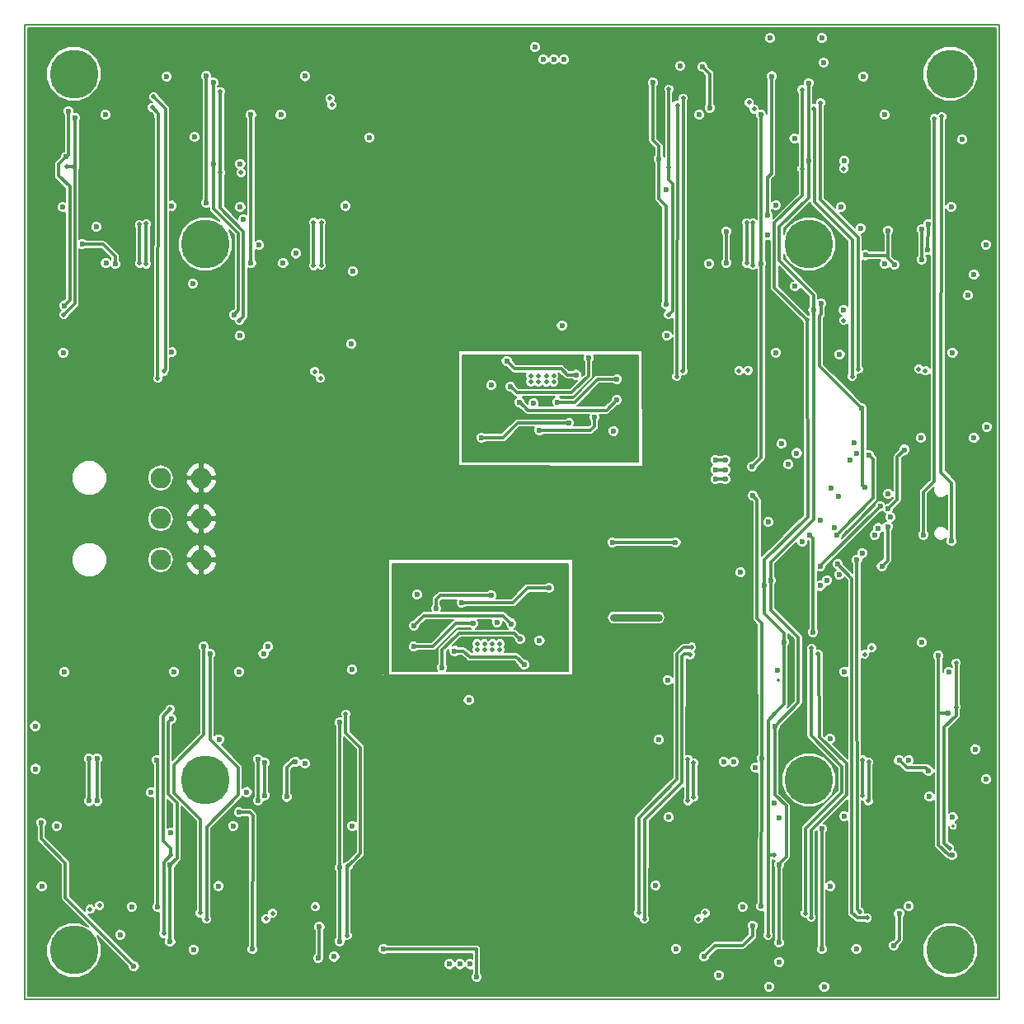
<source format=gbr>
G04 (created by PCBNEW (2013-05-16 BZR 4016)-stable) date 18. 1. 2014 1:36:01*
%MOIN*%
G04 Gerber Fmt 3.4, Leading zero omitted, Abs format*
%FSLAX34Y34*%
G01*
G70*
G90*
G04 APERTURE LIST*
%ADD10C,0.00590551*%
%ADD11C,0.19685*%
%ADD12O,0.0826X0.0826*%
%ADD13C,0.023622*%
%ADD14C,0.019685*%
%ADD15C,0.011811*%
%ADD16C,0.0314961*%
%ADD17C,0.00787402*%
G04 APERTURE END LIST*
G54D10*
X38779Y-61023D02*
X78149Y-61023D01*
X78149Y-61023D02*
X78149Y-21653D01*
X78149Y-21653D02*
X38779Y-21653D01*
X38779Y-21653D02*
X38779Y-61023D01*
G54D11*
X46062Y-30511D03*
X40748Y-23622D03*
X40748Y-59055D03*
X46062Y-52165D03*
X70472Y-52165D03*
X76181Y-59055D03*
X76181Y-23622D03*
X70472Y-30511D03*
G54D12*
X44252Y-43267D03*
X44252Y-41614D03*
X44252Y-39961D03*
X45904Y-39961D03*
X45904Y-41614D03*
X45904Y-43267D03*
G54D13*
X58948Y-47516D03*
X56138Y-46956D03*
X61060Y-35790D03*
X58250Y-35230D03*
X62578Y-45610D03*
X64389Y-45610D03*
X62519Y-42559D03*
X65078Y-42559D03*
X59390Y-22550D03*
X65266Y-23307D03*
X72559Y-29862D03*
X72667Y-23730D03*
X50098Y-23720D03*
X47608Y-29517D03*
X41653Y-29812D03*
X44507Y-23740D03*
X68976Y-23724D03*
X46102Y-23720D03*
X46102Y-28838D03*
X68809Y-29350D03*
X57035Y-60140D03*
X53270Y-59015D03*
X65088Y-58996D03*
X45590Y-59025D03*
X47972Y-59015D03*
X70984Y-59011D03*
X70984Y-54143D03*
X72381Y-59005D03*
X47421Y-53484D03*
X69074Y-53100D03*
X75344Y-52844D03*
X43877Y-52677D03*
X51278Y-59320D03*
X73523Y-31318D03*
X49212Y-31279D03*
X49114Y-25275D03*
X68543Y-31299D03*
X66437Y-31299D03*
X42047Y-31259D03*
X42027Y-25275D03*
X47913Y-25275D03*
X47913Y-31279D03*
X68169Y-39507D03*
X68543Y-25275D03*
X73523Y-25275D03*
X66043Y-25275D03*
X68188Y-40669D03*
X44094Y-51358D03*
X67421Y-51437D03*
X74507Y-51377D03*
X50098Y-51515D03*
G54D14*
X50511Y-57303D03*
G54D13*
X43090Y-57303D03*
X68562Y-51299D03*
X68543Y-57283D03*
X74507Y-57283D03*
X67785Y-57303D03*
X44129Y-57307D03*
X71484Y-41964D03*
X68818Y-41751D03*
G54D14*
X73011Y-46830D03*
X70570Y-46850D03*
X70326Y-57559D03*
X66271Y-57549D03*
X72724Y-47090D03*
X70846Y-47086D03*
X70561Y-57724D03*
X66003Y-57793D03*
X72889Y-51448D03*
X72866Y-53019D03*
X72645Y-52807D03*
X72641Y-51358D03*
X65807Y-52870D03*
X65807Y-51484D03*
X65580Y-51338D03*
X65578Y-53015D03*
X48789Y-57559D03*
X63582Y-57549D03*
X65728Y-46801D03*
X48523Y-57785D03*
X63818Y-57795D03*
X65669Y-47106D03*
G54D13*
X48602Y-46781D03*
X46003Y-46781D03*
G54D14*
X45856Y-57549D03*
X41791Y-57253D03*
X41407Y-57401D03*
X46122Y-57805D03*
G54D13*
X46259Y-47076D03*
X48415Y-47066D03*
X48464Y-51486D03*
X48464Y-52795D03*
X48198Y-53001D03*
X48198Y-51328D03*
X41692Y-51318D03*
X41692Y-53021D03*
X41358Y-53021D03*
X41358Y-51318D03*
G54D14*
X50492Y-35657D03*
X44393Y-35645D03*
X43980Y-24555D03*
X50716Y-35937D03*
X44145Y-35937D03*
X43917Y-24984D03*
X65381Y-24610D03*
X65374Y-35633D03*
X67645Y-35625D03*
X51098Y-24618D03*
X65149Y-24889D03*
X65127Y-35860D03*
X68011Y-35606D03*
X51181Y-24881D03*
X43405Y-31287D03*
X43397Y-29716D03*
X43677Y-31311D03*
X43673Y-29688D03*
X50440Y-31374D03*
X50444Y-29633D03*
X50751Y-29641D03*
X50751Y-31366D03*
X68051Y-24779D03*
X70935Y-24789D03*
X72468Y-35570D03*
X74909Y-35561D03*
X75177Y-35637D03*
X72214Y-35856D03*
X70679Y-25033D03*
X68248Y-25043D03*
G54D13*
X73125Y-42273D03*
X76240Y-42516D03*
G54D14*
X75836Y-25354D03*
X75531Y-25437D03*
G54D13*
X75098Y-42263D03*
X73274Y-41990D03*
G54D14*
X67952Y-29641D03*
X67952Y-31283D03*
X68212Y-29645D03*
X68208Y-31370D03*
G54D13*
X75031Y-31133D03*
X75031Y-29909D03*
X75275Y-30748D03*
X75283Y-29696D03*
X72621Y-42993D03*
X71643Y-43445D03*
G54D14*
X72824Y-57755D03*
X72529Y-57507D03*
G54D13*
X72411Y-43277D03*
X69350Y-38582D03*
X72391Y-38986D03*
X72145Y-39232D03*
X69980Y-38956D03*
X63492Y-37310D03*
X62720Y-36410D03*
X59670Y-38750D03*
X58350Y-38470D03*
X57620Y-37900D03*
X60010Y-36900D03*
X57188Y-45846D03*
X59578Y-44846D03*
X58848Y-44276D03*
X57528Y-43996D03*
X54478Y-46336D03*
X70208Y-42546D03*
X71595Y-42282D03*
X72893Y-39025D03*
X73647Y-41930D03*
X73415Y-43523D03*
X71692Y-43868D03*
X73359Y-41094D03*
X70935Y-43523D03*
X69251Y-58750D03*
X51496Y-58700D03*
X44645Y-58710D03*
X44694Y-49704D03*
X44645Y-55620D03*
X51496Y-55718D03*
X51496Y-49852D03*
X69251Y-55590D03*
X69094Y-50000D03*
X76259Y-55216D03*
X76102Y-49488D03*
X40374Y-32992D03*
X40433Y-26988D03*
X47224Y-33366D03*
X47480Y-27263D03*
X46397Y-27263D03*
X64153Y-23986D03*
X64685Y-32952D03*
X64409Y-27066D03*
X71870Y-33169D03*
X70649Y-33169D03*
X71889Y-27145D03*
X70452Y-27145D03*
X70944Y-44320D03*
X68917Y-44104D03*
X75708Y-47155D03*
X70452Y-23996D03*
X46397Y-23976D03*
X40531Y-25127D03*
G54D14*
X44675Y-55216D03*
X44645Y-49311D03*
X44389Y-58375D03*
X51830Y-55649D03*
X51742Y-49507D03*
X68818Y-58464D03*
X51801Y-58464D03*
X69074Y-55206D03*
X69074Y-49507D03*
X76151Y-54931D03*
X76427Y-49222D03*
G54D13*
X69468Y-46594D03*
G54D14*
X76427Y-47440D03*
X40344Y-33366D03*
X40452Y-27381D03*
X47440Y-33602D03*
X47509Y-27618D03*
X46673Y-24340D03*
X46673Y-27618D03*
X64793Y-33366D03*
X64803Y-27391D03*
X64803Y-24242D03*
X71879Y-27460D03*
X70196Y-27460D03*
X71870Y-33592D03*
X70403Y-33572D03*
G54D13*
X68651Y-44320D03*
G54D14*
X70196Y-24271D03*
G54D13*
X40807Y-25403D03*
X77145Y-38346D03*
X74326Y-38822D03*
X73668Y-41216D03*
X39202Y-51722D03*
X77185Y-50925D03*
X68897Y-22185D03*
X68858Y-60531D03*
X77145Y-31751D03*
X43179Y-59704D03*
X39429Y-53897D03*
X66820Y-60059D03*
X77637Y-52145D03*
X70984Y-22185D03*
X71082Y-60531D03*
X77618Y-30531D03*
X77657Y-37893D03*
X75019Y-46614D03*
X70639Y-46190D03*
X70503Y-42276D03*
X72731Y-40349D03*
X70964Y-32903D03*
X72598Y-37145D03*
X62709Y-35967D03*
X60310Y-36900D03*
X56888Y-45846D03*
X54489Y-46779D03*
X52900Y-31800D03*
X54200Y-31800D03*
X55400Y-31800D03*
X56700Y-31800D03*
X57200Y-31800D03*
X57200Y-31100D03*
X57800Y-31100D03*
X58400Y-31100D03*
X59000Y-31100D03*
X59700Y-31100D03*
X60300Y-31100D03*
X60900Y-31100D03*
X60900Y-31800D03*
X62000Y-31800D03*
X63300Y-31800D03*
X63300Y-32900D03*
X63300Y-34000D03*
X63300Y-34578D03*
G54D14*
X55561Y-43129D03*
X55561Y-42736D03*
X55561Y-42342D03*
X55561Y-41948D03*
X55954Y-41948D03*
X55954Y-42342D03*
X55954Y-42736D03*
X55954Y-43129D03*
G54D13*
X59551Y-49625D03*
X61850Y-26470D03*
X62780Y-26460D03*
X55410Y-26470D03*
X56280Y-26470D03*
X59540Y-51590D03*
X58930Y-51600D03*
X58320Y-51600D03*
X57720Y-51600D03*
X57110Y-51600D03*
X56520Y-51600D03*
X55920Y-51600D03*
X55920Y-50890D03*
X63896Y-45199D03*
X63896Y-46403D03*
X63896Y-47600D03*
X63896Y-50001D03*
X63896Y-43988D03*
X60107Y-51588D03*
X60107Y-50828D03*
X61457Y-50828D03*
X62676Y-50828D03*
X63896Y-50828D03*
X54590Y-48170D03*
X54590Y-49520D03*
X54590Y-50890D03*
X61763Y-56192D03*
X60881Y-56187D03*
X55293Y-56190D03*
X54417Y-56190D03*
G54D14*
X57973Y-46921D03*
X57973Y-46671D03*
X57048Y-46921D03*
X57048Y-46671D03*
X57673Y-46921D03*
X57348Y-46921D03*
X57673Y-46671D03*
X57348Y-46671D03*
X57573Y-48021D03*
X57573Y-48271D03*
X57198Y-48021D03*
X57198Y-48271D03*
X60000Y-34475D03*
X60000Y-34725D03*
X59625Y-34475D03*
X59625Y-34725D03*
X59850Y-36075D03*
X59525Y-36075D03*
X59850Y-35825D03*
X59525Y-35825D03*
X60150Y-36075D03*
X60150Y-35825D03*
X59225Y-36075D03*
X59225Y-35825D03*
G54D13*
X52900Y-36700D03*
X52900Y-35500D03*
X52900Y-34300D03*
X52900Y-33100D03*
X60560Y-59550D03*
X59685Y-59550D03*
X59685Y-60070D03*
X60130Y-60070D03*
X60130Y-59550D03*
X65310Y-60565D03*
X66220Y-60078D03*
X61280Y-60570D03*
X60560Y-60070D03*
X41456Y-60570D03*
X45393Y-60570D03*
X49330Y-60570D03*
X53267Y-60570D03*
X42194Y-58070D03*
X55735Y-60145D03*
X55840Y-23140D03*
X56720Y-22640D03*
X56720Y-23150D03*
X56280Y-22640D03*
X56280Y-23150D03*
X46960Y-22150D03*
X54730Y-22150D03*
X55850Y-22650D03*
X50910Y-22150D03*
X42620Y-22150D03*
X60770Y-22550D03*
X73385Y-44576D03*
X73769Y-44566D03*
X73779Y-44891D03*
X72696Y-44468D03*
X73385Y-44891D03*
G54D14*
X53582Y-43129D03*
X53582Y-42736D03*
X53582Y-42342D03*
X53582Y-41948D03*
X53976Y-41948D03*
X53976Y-42342D03*
X53976Y-42736D03*
X51299Y-43129D03*
X51692Y-43139D03*
X51692Y-42746D03*
X51692Y-42352D03*
X51692Y-41958D03*
X51299Y-41958D03*
X51299Y-42352D03*
X51299Y-42746D03*
X49744Y-43120D03*
X49350Y-43129D03*
X49350Y-42736D03*
X49350Y-42342D03*
X49350Y-41948D03*
X49744Y-41948D03*
X49744Y-42342D03*
X49744Y-42736D03*
G54D13*
X73041Y-60265D03*
X67244Y-59517D03*
X66456Y-22588D03*
X49478Y-59370D03*
X71211Y-44790D03*
X69448Y-44429D03*
X67805Y-45068D03*
X64586Y-45088D03*
X43523Y-59389D03*
X40285Y-50925D03*
X47125Y-32244D03*
X74393Y-36578D03*
X67519Y-24537D03*
X50137Y-24488D03*
X42906Y-24562D03*
G54D14*
X74015Y-55551D03*
X74015Y-55984D03*
X74448Y-55984D03*
X74881Y-55984D03*
X74881Y-55551D03*
X74448Y-55551D03*
X74015Y-55118D03*
X74015Y-55137D03*
X74448Y-54704D03*
X74448Y-54271D03*
X74881Y-54271D03*
X74881Y-54704D03*
X74881Y-55137D03*
X74448Y-55137D03*
X74005Y-54694D03*
X74005Y-54261D03*
X73572Y-54261D03*
X73139Y-54261D03*
X73139Y-54694D03*
X73572Y-54694D03*
X74005Y-55127D03*
X74005Y-55127D03*
X73572Y-55561D03*
X73572Y-55994D03*
X73139Y-55994D03*
X73139Y-55561D03*
X73139Y-55127D03*
X73572Y-55127D03*
X66929Y-55551D03*
X66929Y-55984D03*
X67362Y-55984D03*
X67795Y-55984D03*
X67795Y-55551D03*
X67362Y-55551D03*
X66929Y-55118D03*
X66929Y-55137D03*
X67362Y-54704D03*
X67362Y-54271D03*
X67795Y-54271D03*
X67795Y-54704D03*
X67795Y-55137D03*
X67362Y-55137D03*
X66919Y-54694D03*
X66919Y-54261D03*
X66486Y-54261D03*
X66053Y-54261D03*
X66053Y-54694D03*
X66486Y-54694D03*
X66919Y-55127D03*
X66919Y-55127D03*
X66486Y-55561D03*
X66486Y-55994D03*
X66053Y-55994D03*
X66053Y-55561D03*
X66053Y-55127D03*
X66486Y-55127D03*
X74015Y-49645D03*
X74015Y-50078D03*
X74448Y-50078D03*
X74881Y-50078D03*
X74881Y-49645D03*
X74448Y-49645D03*
X74015Y-49212D03*
X74015Y-49232D03*
X74448Y-48799D03*
X74448Y-48366D03*
X74881Y-48366D03*
X74881Y-48799D03*
X74881Y-49232D03*
X74448Y-49232D03*
X74005Y-48789D03*
X74005Y-48356D03*
X73572Y-48356D03*
X73139Y-48356D03*
X73139Y-48789D03*
X73572Y-48789D03*
X74005Y-49222D03*
X74005Y-49222D03*
X73572Y-49655D03*
X73572Y-50088D03*
X73139Y-50088D03*
X73139Y-49655D03*
X73139Y-49222D03*
X73572Y-49222D03*
X66486Y-49222D03*
X66053Y-49222D03*
X66053Y-49655D03*
X66053Y-50088D03*
X66486Y-50088D03*
X66486Y-49655D03*
X66919Y-49222D03*
X66919Y-49222D03*
X66486Y-48789D03*
X66053Y-48789D03*
X66053Y-48356D03*
X66486Y-48356D03*
X66919Y-48356D03*
X66919Y-48789D03*
X67362Y-49232D03*
X67795Y-49232D03*
X67795Y-48799D03*
X67795Y-48366D03*
X67362Y-48366D03*
X67362Y-48799D03*
X66929Y-49232D03*
X66929Y-49212D03*
X67362Y-49645D03*
X67795Y-49645D03*
X67795Y-50078D03*
X67362Y-50078D03*
X66929Y-50078D03*
X66929Y-49645D03*
X49163Y-55127D03*
X48730Y-55127D03*
X48730Y-55561D03*
X48730Y-55994D03*
X49163Y-55994D03*
X49163Y-55561D03*
X49596Y-55127D03*
X49596Y-55127D03*
X49163Y-54694D03*
X48730Y-54694D03*
X48730Y-54261D03*
X49163Y-54261D03*
X49596Y-54261D03*
X49596Y-54694D03*
X50039Y-55137D03*
X50472Y-55137D03*
X50472Y-54704D03*
X50472Y-54271D03*
X50039Y-54271D03*
X50039Y-54704D03*
X49606Y-55137D03*
X49606Y-55118D03*
X50039Y-55551D03*
X50472Y-55551D03*
X50472Y-55984D03*
X50039Y-55984D03*
X49606Y-55984D03*
X49606Y-55551D03*
X49163Y-49222D03*
X48730Y-49222D03*
X48730Y-49655D03*
X48730Y-50088D03*
X49163Y-50088D03*
X49163Y-49655D03*
X49596Y-49222D03*
X49596Y-49222D03*
X49163Y-48789D03*
X48730Y-48789D03*
X48730Y-48356D03*
X49163Y-48356D03*
X49596Y-48356D03*
X49596Y-48789D03*
X50039Y-49232D03*
X50472Y-49232D03*
X50472Y-48799D03*
X50472Y-48366D03*
X50039Y-48366D03*
X50039Y-48799D03*
X49606Y-49232D03*
X49606Y-49212D03*
X50039Y-49645D03*
X50472Y-49645D03*
X50472Y-50078D03*
X50039Y-50078D03*
X49606Y-50078D03*
X49606Y-49645D03*
X42076Y-55127D03*
X41643Y-55127D03*
X41643Y-55561D03*
X41643Y-55994D03*
X42076Y-55994D03*
X42076Y-55561D03*
X42509Y-55127D03*
X42509Y-55127D03*
X42076Y-54694D03*
X41643Y-54694D03*
X41643Y-54261D03*
X42076Y-54261D03*
X42509Y-54261D03*
X42509Y-54694D03*
X42952Y-55137D03*
X43385Y-55137D03*
X43385Y-54704D03*
X43385Y-54271D03*
X42952Y-54271D03*
X42952Y-54704D03*
X42519Y-55137D03*
X42519Y-55118D03*
X42952Y-55551D03*
X43385Y-55551D03*
X43385Y-55984D03*
X42952Y-55984D03*
X42519Y-55984D03*
X42519Y-55551D03*
X42519Y-49645D03*
X42519Y-50078D03*
X42952Y-50078D03*
X43385Y-50078D03*
X43385Y-49645D03*
X42952Y-49645D03*
X42519Y-49212D03*
X42519Y-49232D03*
X42952Y-48799D03*
X42952Y-48366D03*
X43385Y-48366D03*
X43385Y-48799D03*
X43385Y-49232D03*
X42952Y-49232D03*
X42509Y-48789D03*
X42509Y-48356D03*
X42076Y-48356D03*
X41643Y-48356D03*
X41643Y-48789D03*
X42076Y-48789D03*
X42509Y-49222D03*
X42509Y-49222D03*
X42076Y-49655D03*
X42076Y-50088D03*
X41643Y-50088D03*
X41643Y-49655D03*
X41643Y-49222D03*
X42076Y-49222D03*
X74458Y-33454D03*
X74891Y-33454D03*
X74891Y-33021D03*
X74891Y-32588D03*
X74458Y-32588D03*
X74458Y-33021D03*
X74025Y-33454D03*
X74025Y-33454D03*
X74458Y-33887D03*
X74891Y-33887D03*
X74891Y-34320D03*
X74458Y-34320D03*
X74025Y-34320D03*
X74025Y-33887D03*
X73582Y-33444D03*
X73149Y-33444D03*
X73149Y-33877D03*
X73149Y-34311D03*
X73582Y-34311D03*
X73582Y-33877D03*
X74015Y-33444D03*
X74015Y-33464D03*
X73582Y-33031D03*
X73149Y-33031D03*
X73149Y-32598D03*
X73582Y-32598D03*
X74015Y-32598D03*
X74015Y-33031D03*
X67372Y-33454D03*
X67805Y-33454D03*
X67805Y-33021D03*
X67805Y-32588D03*
X67372Y-32588D03*
X67372Y-33021D03*
X66938Y-33454D03*
X66938Y-33454D03*
X67372Y-33887D03*
X67805Y-33887D03*
X67805Y-34320D03*
X67372Y-34320D03*
X66938Y-34320D03*
X66938Y-33887D03*
X66496Y-33444D03*
X66062Y-33444D03*
X66062Y-33877D03*
X66062Y-34311D03*
X66496Y-34311D03*
X66496Y-33877D03*
X66929Y-33444D03*
X66929Y-33464D03*
X66496Y-33031D03*
X66062Y-33031D03*
X66062Y-32598D03*
X66496Y-32598D03*
X66929Y-32598D03*
X66929Y-33031D03*
X74458Y-27549D03*
X74891Y-27549D03*
X74891Y-27116D03*
X74891Y-26683D03*
X74458Y-26683D03*
X74458Y-27116D03*
X74025Y-27549D03*
X74025Y-27549D03*
X74458Y-27982D03*
X74891Y-27982D03*
X74891Y-28415D03*
X74458Y-28415D03*
X74025Y-28415D03*
X74025Y-27982D03*
X73582Y-27539D03*
X73149Y-27539D03*
X73149Y-27972D03*
X73149Y-28405D03*
X73582Y-28405D03*
X73582Y-27972D03*
X74015Y-27539D03*
X74015Y-27559D03*
X73582Y-27125D03*
X73149Y-27125D03*
X73149Y-26692D03*
X73582Y-26692D03*
X74015Y-26692D03*
X74015Y-27125D03*
X66929Y-27125D03*
X66929Y-26692D03*
X66496Y-26692D03*
X66062Y-26692D03*
X66062Y-27125D03*
X66496Y-27125D03*
X66929Y-27559D03*
X66929Y-27539D03*
X66496Y-27972D03*
X66496Y-28405D03*
X66062Y-28405D03*
X66062Y-27972D03*
X66062Y-27539D03*
X66496Y-27539D03*
X66938Y-27982D03*
X66938Y-28415D03*
X67372Y-28415D03*
X67805Y-28415D03*
X67805Y-27982D03*
X67372Y-27982D03*
X66938Y-27549D03*
X66938Y-27549D03*
X67372Y-27116D03*
X67372Y-26683D03*
X67805Y-26683D03*
X67805Y-27116D03*
X67805Y-27549D03*
X67372Y-27549D03*
X49606Y-33031D03*
X49606Y-32598D03*
X49173Y-32598D03*
X48740Y-32598D03*
X48740Y-33031D03*
X49173Y-33031D03*
X49606Y-33464D03*
X49606Y-33444D03*
X49173Y-33877D03*
X49173Y-34311D03*
X48740Y-34311D03*
X48740Y-33877D03*
X48740Y-33444D03*
X49173Y-33444D03*
X49616Y-33887D03*
X49616Y-34320D03*
X50049Y-34320D03*
X50482Y-34320D03*
X50482Y-33887D03*
X50049Y-33887D03*
X49616Y-33454D03*
X49616Y-33454D03*
X50049Y-33021D03*
X50049Y-32588D03*
X50482Y-32588D03*
X50482Y-33021D03*
X50482Y-33454D03*
X50049Y-33454D03*
X42519Y-33031D03*
X42519Y-32598D03*
X42086Y-32598D03*
X41653Y-32598D03*
X41653Y-33031D03*
X42086Y-33031D03*
X42519Y-33464D03*
X42519Y-33444D03*
X42086Y-33877D03*
X42086Y-34311D03*
X41653Y-34311D03*
X41653Y-33877D03*
X41653Y-33444D03*
X42086Y-33444D03*
X42529Y-33887D03*
X42529Y-34320D03*
X42962Y-34320D03*
X43395Y-34320D03*
X43395Y-33887D03*
X42962Y-33887D03*
X42529Y-33454D03*
X42529Y-33454D03*
X42962Y-33021D03*
X42962Y-32588D03*
X43395Y-32588D03*
X43395Y-33021D03*
X43395Y-33454D03*
X42962Y-33454D03*
X49606Y-27125D03*
X49606Y-26692D03*
X49173Y-26692D03*
X48740Y-26692D03*
X48740Y-27125D03*
X49173Y-27125D03*
X49606Y-27559D03*
X49606Y-27539D03*
X49173Y-27972D03*
X49173Y-28405D03*
X48740Y-28405D03*
X48740Y-27972D03*
X48740Y-27539D03*
X49173Y-27539D03*
X49616Y-27982D03*
X49616Y-28415D03*
X50049Y-28415D03*
X50482Y-28415D03*
X50482Y-27982D03*
X50049Y-27982D03*
X49616Y-27549D03*
X49616Y-27549D03*
X50049Y-27116D03*
X50049Y-26683D03*
X50482Y-26683D03*
X50482Y-27116D03*
X50482Y-27549D03*
X50049Y-27549D03*
X42962Y-27549D03*
X43395Y-27549D03*
X43395Y-27116D03*
X43395Y-26683D03*
X42962Y-26683D03*
X42962Y-27116D03*
X42529Y-27549D03*
X42529Y-27549D03*
X42962Y-27982D03*
X43395Y-27982D03*
X43395Y-28415D03*
X42962Y-28415D03*
X42529Y-28415D03*
X42529Y-27982D03*
X42086Y-27539D03*
X41653Y-27539D03*
X41653Y-27972D03*
X41653Y-28405D03*
X42086Y-28405D03*
X42086Y-27972D03*
X42519Y-27539D03*
X42519Y-27559D03*
X42086Y-27125D03*
X41653Y-27125D03*
X41653Y-26692D03*
X42086Y-26692D03*
X42519Y-26692D03*
X42519Y-27125D03*
G54D13*
X62913Y-22145D03*
X66850Y-22145D03*
X77204Y-24862D03*
X76417Y-56318D03*
X77342Y-57480D03*
X74783Y-60098D03*
X73614Y-58122D03*
X68031Y-42322D03*
X67362Y-42992D03*
X66535Y-43759D03*
X65433Y-43799D03*
X64566Y-43996D03*
X68110Y-37775D03*
X66535Y-37775D03*
X64566Y-37775D03*
X59945Y-49625D03*
X60339Y-49625D03*
X60732Y-49625D03*
X61126Y-49625D03*
X61520Y-49625D03*
X61914Y-49625D03*
G54D14*
X74551Y-24598D03*
G54D13*
X73070Y-22972D03*
X57559Y-33110D03*
X57165Y-33110D03*
X56771Y-33110D03*
X56377Y-33110D03*
X55984Y-33110D03*
X55590Y-33110D03*
X55196Y-33110D03*
G54D14*
X48188Y-45098D03*
X48582Y-45098D03*
X48976Y-45098D03*
X49370Y-45098D03*
X49763Y-45098D03*
X52125Y-45098D03*
X51732Y-45098D03*
X51338Y-45098D03*
X50944Y-45098D03*
X50551Y-45098D03*
X50157Y-45098D03*
X53976Y-43129D03*
G54D13*
X66948Y-52282D03*
X71830Y-56318D03*
X76377Y-32007D03*
G54D14*
X50141Y-36555D03*
X66653Y-58055D03*
G54D13*
X39823Y-34291D03*
X76181Y-26338D03*
X39940Y-56318D03*
X43287Y-46181D03*
X45610Y-50295D03*
X45294Y-48366D03*
X46969Y-28405D03*
X39804Y-28385D03*
X76692Y-28366D03*
X67775Y-46141D03*
X64763Y-47618D03*
X69783Y-48385D03*
X66397Y-46141D03*
X64763Y-56338D03*
X64292Y-54271D03*
X69842Y-54271D03*
X76790Y-34291D03*
X76790Y-54271D03*
X73956Y-52302D03*
X74547Y-46141D03*
X73405Y-46102D03*
X71811Y-50413D03*
X71201Y-34311D03*
X76712Y-48366D03*
X76643Y-50177D03*
X71260Y-28385D03*
X71092Y-32312D03*
X71456Y-25984D03*
X73917Y-30433D03*
X66830Y-30355D03*
X67263Y-36480D03*
X69448Y-32204D03*
X66141Y-36456D03*
X73188Y-36437D03*
X52204Y-26299D03*
X43208Y-36535D03*
X48799Y-36515D03*
X45059Y-32204D03*
X41771Y-36515D03*
X64232Y-34822D03*
X69409Y-26299D03*
X64173Y-28917D03*
X52706Y-56013D03*
X45078Y-56082D03*
X52480Y-48405D03*
X49350Y-46161D03*
X49625Y-52361D03*
X51889Y-53524D03*
X44655Y-53316D03*
X42539Y-52184D03*
X51535Y-32263D03*
X46948Y-34803D03*
X49448Y-30432D03*
X42519Y-30392D03*
X68937Y-23169D03*
X63425Y-41968D03*
X63425Y-41574D03*
X63425Y-41181D03*
X66496Y-38543D03*
X66102Y-38543D03*
X65708Y-38543D03*
X65314Y-38543D03*
G54D14*
X65098Y-41751D03*
X64744Y-41751D03*
X65098Y-41417D03*
X64744Y-41417D03*
G54D13*
X68543Y-40078D03*
X47342Y-56534D03*
X41948Y-46161D03*
X47342Y-50629D03*
X52568Y-50403D03*
X69793Y-50442D03*
X69812Y-56505D03*
X69566Y-28346D03*
X64468Y-25905D03*
X69625Y-34271D03*
X64153Y-32047D03*
X51850Y-34034D03*
X52224Y-28385D03*
X45196Y-34271D03*
X45137Y-26299D03*
X45216Y-28366D03*
X47106Y-26574D03*
X39458Y-32234D03*
X40039Y-26318D03*
X46909Y-48405D03*
X71397Y-54330D03*
X47322Y-54546D03*
X40196Y-54546D03*
X39881Y-48405D03*
X71417Y-48385D03*
X66220Y-59311D03*
X68188Y-58061D03*
X75305Y-51791D03*
X74114Y-51377D03*
X66456Y-25000D03*
X66171Y-23346D03*
X57620Y-36210D03*
X60482Y-33800D03*
X42421Y-31318D03*
X41092Y-30511D03*
X49723Y-30885D03*
X48238Y-30551D03*
X55398Y-45241D03*
X57618Y-44716D03*
X56425Y-45009D03*
X59966Y-44414D03*
X57854Y-45792D03*
X54628Y-44685D03*
X59580Y-38030D03*
X61800Y-37505D03*
X62570Y-38061D03*
X59344Y-36954D03*
X57232Y-38332D03*
X60773Y-37737D03*
X54495Y-45939D03*
X58438Y-45856D03*
X56716Y-48946D03*
X59578Y-46536D03*
X55638Y-47626D03*
X58788Y-46476D03*
X71654Y-40694D03*
X73769Y-41553D03*
X71352Y-40374D03*
X73670Y-40608D03*
X47746Y-52658D03*
X49350Y-52854D03*
X49704Y-51437D03*
X50679Y-58120D03*
X50620Y-59370D03*
X42618Y-58425D03*
X58410Y-36270D03*
X61560Y-35120D03*
X58760Y-36890D03*
X62703Y-36807D03*
X72765Y-30954D03*
X73917Y-31338D03*
X73661Y-29960D03*
X74114Y-57559D03*
X73897Y-58858D03*
X67125Y-31259D03*
X67125Y-30000D03*
X68809Y-30147D03*
X68306Y-51673D03*
X67027Y-51427D03*
X70929Y-41670D03*
X60150Y-23050D03*
X60570Y-23050D03*
X59730Y-23050D03*
X56360Y-59620D03*
X55940Y-59620D03*
X56780Y-59620D03*
X69635Y-39419D03*
X69133Y-34901D03*
X71200Y-44094D03*
X67706Y-43780D03*
X76279Y-34901D03*
X39183Y-49990D03*
X76663Y-26279D03*
X47480Y-29015D03*
X40314Y-34901D03*
X64409Y-50551D03*
X64763Y-48129D03*
X69192Y-47755D03*
X64271Y-56437D03*
X64803Y-53681D03*
X69271Y-53700D03*
X71338Y-56456D03*
X76279Y-53681D03*
X71889Y-53641D03*
X71318Y-50511D03*
X71712Y-34960D03*
X76122Y-47795D03*
X71909Y-47795D03*
X71771Y-29015D03*
X76889Y-32578D03*
X76220Y-28996D03*
X69911Y-32214D03*
X64724Y-34192D03*
X69881Y-26240D03*
X69133Y-28937D03*
X64685Y-28307D03*
X52007Y-47716D03*
X46614Y-50531D03*
X47421Y-47795D03*
X46594Y-56456D03*
X52007Y-54035D03*
X47185Y-54035D03*
X44665Y-54311D03*
X39448Y-56476D03*
X40059Y-54035D03*
X40374Y-47814D03*
X44783Y-47795D03*
X52027Y-31614D03*
X51968Y-34547D03*
X47460Y-34212D03*
X45551Y-32106D03*
X52696Y-26200D03*
X45629Y-26181D03*
X40295Y-29015D03*
X72303Y-38543D03*
X67086Y-40019D03*
X66692Y-40019D03*
X66692Y-39625D03*
X67086Y-39625D03*
X67086Y-39232D03*
X66692Y-39232D03*
X75000Y-38346D03*
X51732Y-28956D03*
X44704Y-34881D03*
X44704Y-28956D03*
X69271Y-59527D03*
X71062Y-23169D03*
G54D15*
X76299Y-54036D02*
X76299Y-54035D01*
X69232Y-48130D02*
X69232Y-48129D01*
X56508Y-46956D02*
X56748Y-47196D01*
X56748Y-47196D02*
X58628Y-47196D01*
X58628Y-47196D02*
X58948Y-47516D01*
X56138Y-46956D02*
X56508Y-46956D01*
X61060Y-35790D02*
X60690Y-35790D01*
X58570Y-35550D02*
X58250Y-35230D01*
X60450Y-35550D02*
X58570Y-35550D01*
X60690Y-35790D02*
X60450Y-35550D01*
G54D16*
X64389Y-45610D02*
X62578Y-45610D01*
G54D15*
X65078Y-42559D02*
X62519Y-42559D01*
X68956Y-23744D02*
X68956Y-27657D01*
X68956Y-23744D02*
X68976Y-23724D01*
X68799Y-27814D02*
X68799Y-29350D01*
X68956Y-27657D02*
X68799Y-27814D01*
X68799Y-29350D02*
X68809Y-29350D01*
X46102Y-28838D02*
X46102Y-23720D01*
X55910Y-59015D02*
X57029Y-59015D01*
X57035Y-59021D02*
X57035Y-60140D01*
X57029Y-59015D02*
X57035Y-59021D01*
X53270Y-59015D02*
X55910Y-59015D01*
X47982Y-53602D02*
X47972Y-59015D01*
X47982Y-53602D02*
X47864Y-53484D01*
X70984Y-59011D02*
X70984Y-54143D01*
X70984Y-59011D02*
X70984Y-59011D01*
X47864Y-53484D02*
X47421Y-53484D01*
X47913Y-25275D02*
X47913Y-31279D01*
X68169Y-39507D02*
X68543Y-39133D01*
X68543Y-39133D02*
X68543Y-31299D01*
X68543Y-31299D02*
X68543Y-25275D01*
X68553Y-46250D02*
X68553Y-45826D01*
X68375Y-40856D02*
X68188Y-40669D01*
X68375Y-45649D02*
X68375Y-40856D01*
X68553Y-45826D02*
X68375Y-45649D01*
X68553Y-46230D02*
X68553Y-46250D01*
X68553Y-46250D02*
X68553Y-46230D01*
X68553Y-46230D02*
X68562Y-51299D01*
X68562Y-51299D02*
X68543Y-57283D01*
X44094Y-51358D02*
X44129Y-51507D01*
X44129Y-51507D02*
X44133Y-52027D01*
X44133Y-52027D02*
X44129Y-57307D01*
X70570Y-46850D02*
X70551Y-46870D01*
X70551Y-46870D02*
X70551Y-50383D01*
X70551Y-50383D02*
X71791Y-51645D01*
X71791Y-51645D02*
X71791Y-52687D01*
X71791Y-52687D02*
X70334Y-54122D01*
X70334Y-54122D02*
X70326Y-57559D01*
X70846Y-47086D02*
X70875Y-47116D01*
X70875Y-47116D02*
X70885Y-50433D01*
X70885Y-50433D02*
X71988Y-51514D01*
X71988Y-51514D02*
X71988Y-52765D01*
X71988Y-52765D02*
X70551Y-54202D01*
X70551Y-54202D02*
X70561Y-57724D01*
X72885Y-53000D02*
X72889Y-51448D01*
X72866Y-53019D02*
X72885Y-53000D01*
X72641Y-51358D02*
X72645Y-52807D01*
X65807Y-51484D02*
X65807Y-52870D01*
X65580Y-51338D02*
X65578Y-53015D01*
X63582Y-53700D02*
X63582Y-57549D01*
X65137Y-52145D02*
X63582Y-53700D01*
X65137Y-47086D02*
X65137Y-52145D01*
X65403Y-46820D02*
X65137Y-47086D01*
X65708Y-46820D02*
X65403Y-46820D01*
X65728Y-46801D02*
X65708Y-46820D01*
X63838Y-53779D02*
X63818Y-57795D01*
X65334Y-52283D02*
X63838Y-53779D01*
X65344Y-47165D02*
X65334Y-52283D01*
X65423Y-47086D02*
X65344Y-47165D01*
X65649Y-47086D02*
X65423Y-47086D01*
X65669Y-47106D02*
X65649Y-47086D01*
X46003Y-50354D02*
X46003Y-46781D01*
X44793Y-51564D02*
X46003Y-50354D01*
X44793Y-52696D02*
X44793Y-51564D01*
X45866Y-53769D02*
X44793Y-52696D01*
X45866Y-57539D02*
X45866Y-53769D01*
X45856Y-57549D02*
X45866Y-57539D01*
X46122Y-54064D02*
X46122Y-57805D01*
X47401Y-52785D02*
X46122Y-54064D01*
X47401Y-51683D02*
X47401Y-52785D01*
X46269Y-50551D02*
X47401Y-51683D01*
X46269Y-47086D02*
X46269Y-50551D01*
X46259Y-47076D02*
X46269Y-47086D01*
X48464Y-52795D02*
X48464Y-51486D01*
X48198Y-51328D02*
X48198Y-53001D01*
X41692Y-51299D02*
X41692Y-51318D01*
X41692Y-53021D02*
X41692Y-51299D01*
X41358Y-51318D02*
X41358Y-53021D01*
X44393Y-35645D02*
X44452Y-35586D01*
X44452Y-35586D02*
X44456Y-29132D01*
X44456Y-29132D02*
X44456Y-29132D01*
X44452Y-25051D02*
X44452Y-25027D01*
X44456Y-29132D02*
X44452Y-25051D01*
X44452Y-25027D02*
X43980Y-24555D01*
X44157Y-25421D02*
X44157Y-25224D01*
X44157Y-25421D02*
X44145Y-35937D01*
X44157Y-25224D02*
X43917Y-24984D01*
X65383Y-35624D02*
X65381Y-24610D01*
X65374Y-35633D02*
X65383Y-35624D01*
X65149Y-24889D02*
X65127Y-35860D01*
X43397Y-31279D02*
X43397Y-29716D01*
X43405Y-31287D02*
X43397Y-31279D01*
X43677Y-29692D02*
X43677Y-31311D01*
X43673Y-29688D02*
X43677Y-29692D01*
X50444Y-29633D02*
X50440Y-31374D01*
X50751Y-31366D02*
X50751Y-29641D01*
X70935Y-28700D02*
X70935Y-24789D01*
X72460Y-30226D02*
X70935Y-28700D01*
X72468Y-35570D02*
X72460Y-30226D01*
X72214Y-30334D02*
X72214Y-35856D01*
X70698Y-28818D02*
X72214Y-30334D01*
X70698Y-25053D02*
X70698Y-28818D01*
X70679Y-25033D02*
X70698Y-25053D01*
X76240Y-42515D02*
X76240Y-42516D01*
X76240Y-40157D02*
X75807Y-39724D01*
X75807Y-39724D02*
X75836Y-25354D01*
X76240Y-40157D02*
X76240Y-41377D01*
X76240Y-41377D02*
X76240Y-42515D01*
X75098Y-40541D02*
X75098Y-42263D01*
X75531Y-40108D02*
X75098Y-40541D01*
X75531Y-25437D02*
X75531Y-40108D01*
X67952Y-29641D02*
X67952Y-31283D01*
X68208Y-31370D02*
X68212Y-29645D01*
X75031Y-31133D02*
X75031Y-29909D01*
X75283Y-29696D02*
X75275Y-30748D01*
X72194Y-44025D02*
X72185Y-44025D01*
X72185Y-44025D02*
X71643Y-43445D01*
X71643Y-43445D02*
X71633Y-43435D01*
X72194Y-44025D02*
X72194Y-44025D01*
X72194Y-44025D02*
X72196Y-57531D01*
X72194Y-44025D02*
X72194Y-44025D01*
X72196Y-57531D02*
X72421Y-57755D01*
X72421Y-57755D02*
X72824Y-57755D01*
X72529Y-57507D02*
X72417Y-57397D01*
X72417Y-57397D02*
X72411Y-43690D01*
X72411Y-43690D02*
X72411Y-43277D01*
X71888Y-41988D02*
X71595Y-42282D01*
X72903Y-40935D02*
X72903Y-40934D01*
X71889Y-41988D02*
X72903Y-40935D01*
X72893Y-39025D02*
X73062Y-39193D01*
X73062Y-40776D02*
X73062Y-39193D01*
X72903Y-40934D02*
X73062Y-40776D01*
X71889Y-41988D02*
X71888Y-41988D01*
X72893Y-39025D02*
X72903Y-39035D01*
X73415Y-43523D02*
X73418Y-43523D01*
X73647Y-43295D02*
X73647Y-41930D01*
X73418Y-43523D02*
X73647Y-43295D01*
X70935Y-43517D02*
X73359Y-41094D01*
X70935Y-43517D02*
X70935Y-43523D01*
X69251Y-58750D02*
X69251Y-55590D01*
X51496Y-55718D02*
X51496Y-58700D01*
X44645Y-58710D02*
X44645Y-55620D01*
X44694Y-49704D02*
X44694Y-49714D01*
X44694Y-49714D02*
X44566Y-49842D01*
X44566Y-49842D02*
X44566Y-52755D01*
X44566Y-52755D02*
X44921Y-53110D01*
X44921Y-53110D02*
X44921Y-55344D01*
X44921Y-55344D02*
X44645Y-55620D01*
X51496Y-49852D02*
X51496Y-55718D01*
X75708Y-54803D02*
X76122Y-55216D01*
X76122Y-55216D02*
X76259Y-55216D01*
X75708Y-54803D02*
X75708Y-49488D01*
X75708Y-49488D02*
X76102Y-49488D01*
X40374Y-32992D02*
X40590Y-32775D01*
X40137Y-27283D02*
X40433Y-26988D01*
X40137Y-27736D02*
X40137Y-27283D01*
X40590Y-28188D02*
X40137Y-27736D01*
X40590Y-32775D02*
X40590Y-28188D01*
X46397Y-29064D02*
X47411Y-30078D01*
X47411Y-30078D02*
X47411Y-33179D01*
X47411Y-33179D02*
X47224Y-33366D01*
X46397Y-29064D02*
X46397Y-27263D01*
X64409Y-27066D02*
X64409Y-26555D01*
X64153Y-26299D02*
X64153Y-23986D01*
X64409Y-26555D02*
X64153Y-26299D01*
X64409Y-28681D02*
X64685Y-28956D01*
X64685Y-28956D02*
X64685Y-32952D01*
X64409Y-27066D02*
X64409Y-28681D01*
X68917Y-45295D02*
X68917Y-44104D01*
X68917Y-44104D02*
X68917Y-44104D01*
X68917Y-45295D02*
X70039Y-46407D01*
X69547Y-55275D02*
X69251Y-55570D01*
X69251Y-55570D02*
X69251Y-55590D01*
X70039Y-49045D02*
X69084Y-49990D01*
X69547Y-53218D02*
X69547Y-55275D01*
X69094Y-52765D02*
X69547Y-53218D01*
X69084Y-49990D02*
X69094Y-52765D01*
X70039Y-46407D02*
X70039Y-49045D01*
X68917Y-43376D02*
X68917Y-44104D01*
X68917Y-45295D02*
X68917Y-45295D01*
X70649Y-41633D02*
X68917Y-43376D01*
X70649Y-37795D02*
X70649Y-41633D01*
X75708Y-47155D02*
X75708Y-49488D01*
X70649Y-33169D02*
X70649Y-37795D01*
X70649Y-32559D02*
X70649Y-33169D01*
X69271Y-31181D02*
X70649Y-32559D01*
X69271Y-29812D02*
X69271Y-31181D01*
X70452Y-28631D02*
X69271Y-29812D01*
X70452Y-27145D02*
X70452Y-28631D01*
X70452Y-27145D02*
X70452Y-23996D01*
X46397Y-27263D02*
X46397Y-23976D01*
X40531Y-26889D02*
X40531Y-25127D01*
X40433Y-26988D02*
X40531Y-26889D01*
X44350Y-49606D02*
X44645Y-49311D01*
X44675Y-55216D02*
X44675Y-54950D01*
X44389Y-58375D02*
X44389Y-55501D01*
X44389Y-55501D02*
X44675Y-55216D01*
X44675Y-54950D02*
X44350Y-54625D01*
X44350Y-54625D02*
X44350Y-49606D01*
X51801Y-58464D02*
X51801Y-55679D01*
X51742Y-50265D02*
X52332Y-50856D01*
X52332Y-50856D02*
X52332Y-55147D01*
X52332Y-55147D02*
X52086Y-55393D01*
X51742Y-49507D02*
X51742Y-50265D01*
X68818Y-58464D02*
X68818Y-55206D01*
X51801Y-55679D02*
X52086Y-55393D01*
X68818Y-55206D02*
X69074Y-55206D01*
X68818Y-49763D02*
X68818Y-55206D01*
X68818Y-49763D02*
X69074Y-49507D01*
X76427Y-49557D02*
X75944Y-50039D01*
X75944Y-50039D02*
X75944Y-54724D01*
X75944Y-54724D02*
X76151Y-54931D01*
X76427Y-49557D02*
X76427Y-49222D01*
X76427Y-49222D02*
X76427Y-47440D01*
X69468Y-46732D02*
X69468Y-46594D01*
X69468Y-49114D02*
X69468Y-46732D01*
X40344Y-33366D02*
X40797Y-32913D01*
X40797Y-27470D02*
X40807Y-27460D01*
X40797Y-32913D02*
X40797Y-27470D01*
X40452Y-27381D02*
X40728Y-27381D01*
X40728Y-27381D02*
X40807Y-27460D01*
X46673Y-29055D02*
X47608Y-29990D01*
X47608Y-29990D02*
X47608Y-33435D01*
X47608Y-33435D02*
X47440Y-33602D01*
X46673Y-29055D02*
X46673Y-27618D01*
X46673Y-27618D02*
X46673Y-24340D01*
X64803Y-27913D02*
X64950Y-28061D01*
X64950Y-28061D02*
X64950Y-33208D01*
X64950Y-33208D02*
X64793Y-33366D01*
X64803Y-27913D02*
X64803Y-27391D01*
X64803Y-24242D02*
X64803Y-27391D01*
X68651Y-45433D02*
X68651Y-44320D01*
X69468Y-46594D02*
X69468Y-46594D01*
X69468Y-46594D02*
X69468Y-46250D01*
X69468Y-46250D02*
X68651Y-45433D01*
X68651Y-43267D02*
X68651Y-44320D01*
X70196Y-24271D02*
X70196Y-27460D01*
X70196Y-28533D02*
X70196Y-27460D01*
X70413Y-33582D02*
X70417Y-41531D01*
X70417Y-41531D02*
X68651Y-43267D01*
X69074Y-32263D02*
X69074Y-30688D01*
X70389Y-33573D02*
X69074Y-32263D01*
X70389Y-33559D02*
X70389Y-33573D01*
X70413Y-33582D02*
X70389Y-33559D01*
X69074Y-30688D02*
X69074Y-29655D01*
X69074Y-29655D02*
X70196Y-28533D01*
X40807Y-27460D02*
X40807Y-25403D01*
X69074Y-49507D02*
X69468Y-49114D01*
X74046Y-40838D02*
X74046Y-39102D01*
X74046Y-39102D02*
X74326Y-38822D01*
X73668Y-41216D02*
X74046Y-40838D01*
X39429Y-54547D02*
X39429Y-53897D01*
X40413Y-55531D02*
X39429Y-54547D01*
X40413Y-56938D02*
X40413Y-55531D01*
X40413Y-56938D02*
X43179Y-59704D01*
X70639Y-46190D02*
X70639Y-42412D01*
X70639Y-42412D02*
X70503Y-42276D01*
X72644Y-37976D02*
X72644Y-37191D01*
X72731Y-40345D02*
X72644Y-40258D01*
X72644Y-40258D02*
X72644Y-37976D01*
X72731Y-40349D02*
X72731Y-40345D01*
X72644Y-37191D02*
X72598Y-37145D01*
X70885Y-35433D02*
X70885Y-33415D01*
X70964Y-33336D02*
X70964Y-32903D01*
X70885Y-33415D02*
X70964Y-33336D01*
X70885Y-35433D02*
X70885Y-35433D01*
X70885Y-35433D02*
X72598Y-37145D01*
X62706Y-35970D02*
X62709Y-35967D01*
X62619Y-35970D02*
X62706Y-35970D01*
X61000Y-36900D02*
X61930Y-35970D01*
X61930Y-35970D02*
X62619Y-35970D01*
X62619Y-35970D02*
X62630Y-35970D01*
X60310Y-36900D02*
X61000Y-36900D01*
X56888Y-45846D02*
X56198Y-45846D01*
X54579Y-46776D02*
X54568Y-46776D01*
X55268Y-46776D02*
X54579Y-46776D01*
X56198Y-45846D02*
X55268Y-46776D01*
X54579Y-46776D02*
X54492Y-46776D01*
X54492Y-46776D02*
X54489Y-46779D01*
X65310Y-60565D02*
X61285Y-60565D01*
X61285Y-60565D02*
X61280Y-60570D01*
X41456Y-60570D02*
X45393Y-60570D01*
X49330Y-60570D02*
X53267Y-60570D01*
X55230Y-22650D02*
X54730Y-22150D01*
X55230Y-22650D02*
X55850Y-22650D01*
X46960Y-22150D02*
X50910Y-22150D01*
X68937Y-23188D02*
X67893Y-23188D01*
X67893Y-23188D02*
X66850Y-22145D01*
X68110Y-37775D02*
X68110Y-37795D01*
X64566Y-37775D02*
X66535Y-37775D01*
X66102Y-38543D02*
X66496Y-38543D01*
X65314Y-38543D02*
X65708Y-38543D01*
X68188Y-58474D02*
X68188Y-58061D01*
X67805Y-58858D02*
X68188Y-58474D01*
X66674Y-58858D02*
X67805Y-58858D01*
X66220Y-59311D02*
X66674Y-58858D01*
X74419Y-51683D02*
X74114Y-51377D01*
X75196Y-51683D02*
X74419Y-51683D01*
X75305Y-51791D02*
X75196Y-51683D01*
X66456Y-25000D02*
X66456Y-23631D01*
X66456Y-23631D02*
X66171Y-23346D01*
X41102Y-30521D02*
X41092Y-30511D01*
X41929Y-30521D02*
X41102Y-30521D01*
X42421Y-31013D02*
X41929Y-30521D01*
X42421Y-31318D02*
X42421Y-31013D01*
X55563Y-44716D02*
X55398Y-44881D01*
X55398Y-44881D02*
X55398Y-45241D01*
X57618Y-44716D02*
X56008Y-44716D01*
X56008Y-44716D02*
X55598Y-44716D01*
X55598Y-44716D02*
X55563Y-44716D01*
X59086Y-44414D02*
X58491Y-45009D01*
X58491Y-45009D02*
X56425Y-45009D01*
X59966Y-44414D02*
X59086Y-44414D01*
X61600Y-38030D02*
X61635Y-38030D01*
X61190Y-38030D02*
X61600Y-38030D01*
X59580Y-38030D02*
X61190Y-38030D01*
X61800Y-37865D02*
X61800Y-37505D01*
X61635Y-38030D02*
X61800Y-37865D01*
X57232Y-38332D02*
X58112Y-38332D01*
X58707Y-37737D02*
X60773Y-37737D01*
X58112Y-38332D02*
X58707Y-37737D01*
X58104Y-45522D02*
X54912Y-45522D01*
X54912Y-45522D02*
X54495Y-45939D01*
X58208Y-45626D02*
X58438Y-45856D01*
X58208Y-45626D02*
X58104Y-45522D01*
X58548Y-46236D02*
X56318Y-46236D01*
X56318Y-46236D02*
X56188Y-46366D01*
X56188Y-46366D02*
X55638Y-46916D01*
X55638Y-46916D02*
X55638Y-47626D01*
X58788Y-46476D02*
X58678Y-46366D01*
X58678Y-46366D02*
X58548Y-46236D01*
X49350Y-52854D02*
X49350Y-51673D01*
X49350Y-51673D02*
X49586Y-51437D01*
X49586Y-51437D02*
X49704Y-51437D01*
X50679Y-59311D02*
X50679Y-58120D01*
X50620Y-59370D02*
X50679Y-59311D01*
X58520Y-36380D02*
X58650Y-36510D01*
X58410Y-36270D02*
X58520Y-36380D01*
X61560Y-35830D02*
X61560Y-35120D01*
X61010Y-36380D02*
X61560Y-35830D01*
X60880Y-36510D02*
X61010Y-36380D01*
X58650Y-36510D02*
X60880Y-36510D01*
X58990Y-37120D02*
X59094Y-37224D01*
X58990Y-37120D02*
X58760Y-36890D01*
X62286Y-37224D02*
X62703Y-36807D01*
X59094Y-37224D02*
X62286Y-37224D01*
X72775Y-30964D02*
X73661Y-30964D01*
X72765Y-30954D02*
X72775Y-30964D01*
X73661Y-31082D02*
X73661Y-30964D01*
X73661Y-30964D02*
X73661Y-29960D01*
X73661Y-31082D02*
X73917Y-31338D01*
X74114Y-58641D02*
X74114Y-57559D01*
X73897Y-58858D02*
X74114Y-58641D01*
X67125Y-30000D02*
X67125Y-31259D01*
X67706Y-43780D02*
X67706Y-43789D01*
X66692Y-40019D02*
X67086Y-40019D01*
X67086Y-39625D02*
X66692Y-39625D01*
X66692Y-39232D02*
X67086Y-39232D01*
G54D10*
G36*
X44744Y-54087D02*
X44712Y-54074D01*
X44618Y-54074D01*
X44531Y-54110D01*
X44527Y-54114D01*
X44527Y-52967D01*
X44744Y-53183D01*
X44744Y-54087D01*
X44744Y-54087D01*
G37*
G54D17*
X44744Y-54087D02*
X44712Y-54074D01*
X44618Y-54074D01*
X44531Y-54110D01*
X44527Y-54114D01*
X44527Y-52967D01*
X44744Y-53183D01*
X44744Y-54087D01*
G54D10*
G36*
X52155Y-55074D02*
X51961Y-55268D01*
X51961Y-55268D01*
X51961Y-55268D01*
X51796Y-55433D01*
X51787Y-55433D01*
X51708Y-55465D01*
X51673Y-55500D01*
X51673Y-50447D01*
X52155Y-50929D01*
X52155Y-53848D01*
X52141Y-53835D01*
X52055Y-53799D01*
X51961Y-53799D01*
X51874Y-53835D01*
X51807Y-53901D01*
X51771Y-53988D01*
X51771Y-54082D01*
X51807Y-54169D01*
X51873Y-54235D01*
X51960Y-54271D01*
X52054Y-54271D01*
X52141Y-54235D01*
X52155Y-54221D01*
X52155Y-55074D01*
X52155Y-55074D01*
G37*
G54D17*
X52155Y-55074D02*
X51961Y-55268D01*
X51961Y-55268D01*
X51961Y-55268D01*
X51796Y-55433D01*
X51787Y-55433D01*
X51708Y-55465D01*
X51673Y-55500D01*
X51673Y-50447D01*
X52155Y-50929D01*
X52155Y-53848D01*
X52141Y-53835D01*
X52055Y-53799D01*
X51961Y-53799D01*
X51874Y-53835D01*
X51807Y-53901D01*
X51771Y-53988D01*
X51771Y-54082D01*
X51807Y-54169D01*
X51873Y-54235D01*
X51960Y-54271D01*
X52054Y-54271D01*
X52141Y-54235D01*
X52155Y-54221D01*
X52155Y-55074D01*
G54D10*
G36*
X69862Y-48971D02*
X69598Y-49232D01*
X69632Y-49181D01*
X69645Y-49114D01*
X69645Y-46751D01*
X69668Y-46728D01*
X69704Y-46641D01*
X69704Y-46547D01*
X69668Y-46460D01*
X69645Y-46437D01*
X69645Y-46268D01*
X69862Y-46483D01*
X69862Y-48971D01*
X69862Y-48971D01*
G37*
G54D17*
X69862Y-48971D02*
X69598Y-49232D01*
X69632Y-49181D01*
X69645Y-49114D01*
X69645Y-46751D01*
X69668Y-46728D01*
X69704Y-46641D01*
X69704Y-46547D01*
X69668Y-46460D01*
X69645Y-46437D01*
X69645Y-46268D01*
X69862Y-46483D01*
X69862Y-48971D01*
G54D10*
G36*
X70472Y-33366D02*
X70446Y-33356D01*
X70422Y-33356D01*
X69251Y-32190D01*
X69251Y-31411D01*
X69831Y-31991D01*
X69777Y-32014D01*
X69711Y-32080D01*
X69675Y-32167D01*
X69675Y-32261D01*
X69711Y-32348D01*
X69777Y-32414D01*
X69864Y-32450D01*
X69958Y-32450D01*
X70045Y-32414D01*
X70111Y-32348D01*
X70134Y-32294D01*
X70472Y-32632D01*
X70472Y-33012D01*
X70449Y-33035D01*
X70413Y-33122D01*
X70413Y-33216D01*
X70449Y-33302D01*
X70472Y-33326D01*
X70472Y-33366D01*
X70472Y-33366D01*
G37*
G54D17*
X70472Y-33366D02*
X70446Y-33356D01*
X70422Y-33356D01*
X69251Y-32190D01*
X69251Y-31411D01*
X69831Y-31991D01*
X69777Y-32014D01*
X69711Y-32080D01*
X69675Y-32167D01*
X69675Y-32261D01*
X69711Y-32348D01*
X69777Y-32414D01*
X69864Y-32450D01*
X69958Y-32450D01*
X70045Y-32414D01*
X70111Y-32348D01*
X70134Y-32294D01*
X70472Y-32632D01*
X70472Y-33012D01*
X70449Y-33035D01*
X70413Y-33122D01*
X70413Y-33216D01*
X70449Y-33302D01*
X70472Y-33326D01*
X70472Y-33366D01*
G54D10*
G36*
X78031Y-60905D02*
X77893Y-60905D01*
X77893Y-37846D01*
X77857Y-37760D01*
X77854Y-37756D01*
X77854Y-30484D01*
X77818Y-30397D01*
X77752Y-30331D01*
X77665Y-30295D01*
X77571Y-30295D01*
X77484Y-30331D01*
X77417Y-30397D01*
X77381Y-30484D01*
X77381Y-30578D01*
X77417Y-30665D01*
X77484Y-30731D01*
X77570Y-30767D01*
X77664Y-30767D01*
X77751Y-30731D01*
X77818Y-30665D01*
X77854Y-30578D01*
X77854Y-30484D01*
X77854Y-37756D01*
X77791Y-37693D01*
X77704Y-37657D01*
X77610Y-37657D01*
X77523Y-37693D01*
X77457Y-37759D01*
X77421Y-37846D01*
X77421Y-37940D01*
X77457Y-38027D01*
X77523Y-38093D01*
X77610Y-38129D01*
X77704Y-38129D01*
X77791Y-38094D01*
X77857Y-38027D01*
X77893Y-37940D01*
X77893Y-37846D01*
X77893Y-60905D01*
X77874Y-60905D01*
X77874Y-52098D01*
X77838Y-52012D01*
X77771Y-51945D01*
X77684Y-51909D01*
X77591Y-51909D01*
X77504Y-51945D01*
X77437Y-52011D01*
X77421Y-52051D01*
X77421Y-50878D01*
X77385Y-50791D01*
X77381Y-50788D01*
X77381Y-38299D01*
X77381Y-31705D01*
X77346Y-31618D01*
X77283Y-31555D01*
X77283Y-23403D01*
X77116Y-22998D01*
X76806Y-22688D01*
X76401Y-22519D01*
X75962Y-22519D01*
X75557Y-22686D01*
X75247Y-22996D01*
X75078Y-23401D01*
X75078Y-23840D01*
X75246Y-24245D01*
X75555Y-24556D01*
X75960Y-24724D01*
X76399Y-24724D01*
X76804Y-24557D01*
X77115Y-24247D01*
X77283Y-23842D01*
X77283Y-23403D01*
X77283Y-31555D01*
X77279Y-31551D01*
X77192Y-31515D01*
X77098Y-31515D01*
X77012Y-31551D01*
X76945Y-31617D01*
X76909Y-31704D01*
X76909Y-31798D01*
X76945Y-31885D01*
X77011Y-31952D01*
X77098Y-31988D01*
X77192Y-31988D01*
X77279Y-31952D01*
X77345Y-31885D01*
X77381Y-31799D01*
X77381Y-31705D01*
X77381Y-38299D01*
X77346Y-38212D01*
X77279Y-38146D01*
X77192Y-38110D01*
X77126Y-38110D01*
X77126Y-32531D01*
X77090Y-32445D01*
X77023Y-32378D01*
X76936Y-32342D01*
X76899Y-32342D01*
X76899Y-26232D01*
X76863Y-26145D01*
X76797Y-26079D01*
X76710Y-26043D01*
X76616Y-26043D01*
X76529Y-26079D01*
X76463Y-26145D01*
X76427Y-26232D01*
X76427Y-26326D01*
X76463Y-26413D01*
X76529Y-26479D01*
X76616Y-26515D01*
X76710Y-26515D01*
X76797Y-26479D01*
X76863Y-26413D01*
X76899Y-26326D01*
X76899Y-26232D01*
X76899Y-32342D01*
X76842Y-32342D01*
X76756Y-32378D01*
X76689Y-32444D01*
X76653Y-32531D01*
X76653Y-32625D01*
X76689Y-32712D01*
X76755Y-32778D01*
X76842Y-32814D01*
X76936Y-32815D01*
X77023Y-32779D01*
X77089Y-32712D01*
X77125Y-32625D01*
X77126Y-32531D01*
X77126Y-38110D01*
X77098Y-38110D01*
X77012Y-38146D01*
X76945Y-38212D01*
X76909Y-38299D01*
X76909Y-38393D01*
X76945Y-38480D01*
X77011Y-38546D01*
X77098Y-38582D01*
X77192Y-38582D01*
X77279Y-38546D01*
X77345Y-38480D01*
X77381Y-38393D01*
X77381Y-38299D01*
X77381Y-50788D01*
X77319Y-50725D01*
X77232Y-50689D01*
X77138Y-50688D01*
X77051Y-50724D01*
X76984Y-50791D01*
X76948Y-50878D01*
X76948Y-50971D01*
X76984Y-51058D01*
X77051Y-51125D01*
X77137Y-51161D01*
X77231Y-51161D01*
X77318Y-51125D01*
X77385Y-51059D01*
X77421Y-50972D01*
X77421Y-50878D01*
X77421Y-52051D01*
X77401Y-52098D01*
X77401Y-52192D01*
X77437Y-52279D01*
X77503Y-52345D01*
X77590Y-52381D01*
X77684Y-52381D01*
X77771Y-52346D01*
X77837Y-52279D01*
X77873Y-52192D01*
X77874Y-52098D01*
X77874Y-60905D01*
X77283Y-60905D01*
X77283Y-58836D01*
X77116Y-58431D01*
X76806Y-58121D01*
X76643Y-58053D01*
X76643Y-49179D01*
X76610Y-49099D01*
X76604Y-49093D01*
X76604Y-47570D01*
X76610Y-47563D01*
X76643Y-47484D01*
X76643Y-47398D01*
X76610Y-47318D01*
X76549Y-47257D01*
X76515Y-47243D01*
X76515Y-34854D01*
X76479Y-34767D01*
X76413Y-34701D01*
X76326Y-34665D01*
X76232Y-34665D01*
X76145Y-34701D01*
X76079Y-34767D01*
X76043Y-34854D01*
X76043Y-34948D01*
X76079Y-35035D01*
X76145Y-35101D01*
X76232Y-35137D01*
X76326Y-35137D01*
X76413Y-35101D01*
X76479Y-35035D01*
X76515Y-34948D01*
X76515Y-34854D01*
X76515Y-47243D01*
X76476Y-47226D01*
X76476Y-42469D01*
X76440Y-42382D01*
X76417Y-42359D01*
X76417Y-41377D01*
X76417Y-40157D01*
X76417Y-40157D01*
X76403Y-40089D01*
X76365Y-40032D01*
X76365Y-40032D01*
X75984Y-39651D01*
X76002Y-29087D01*
X76020Y-29129D01*
X76086Y-29196D01*
X76173Y-29232D01*
X76267Y-29232D01*
X76354Y-29196D01*
X76420Y-29130D01*
X76456Y-29043D01*
X76456Y-28949D01*
X76420Y-28862D01*
X76354Y-28795D01*
X76267Y-28759D01*
X76173Y-28759D01*
X76086Y-28795D01*
X76020Y-28862D01*
X76003Y-28903D01*
X76009Y-25488D01*
X76020Y-25477D01*
X76053Y-25397D01*
X76053Y-25311D01*
X76020Y-25231D01*
X75959Y-25170D01*
X75879Y-25137D01*
X75793Y-25137D01*
X75714Y-25170D01*
X75653Y-25231D01*
X75645Y-25249D01*
X75574Y-25220D01*
X75488Y-25220D01*
X75408Y-25253D01*
X75348Y-25314D01*
X75314Y-25393D01*
X75314Y-25479D01*
X75347Y-25559D01*
X75354Y-25566D01*
X75354Y-29470D01*
X75330Y-29460D01*
X75236Y-29460D01*
X75149Y-29496D01*
X75083Y-29562D01*
X75047Y-29649D01*
X75047Y-29673D01*
X74984Y-29673D01*
X74897Y-29709D01*
X74831Y-29775D01*
X74795Y-29862D01*
X74795Y-29956D01*
X74831Y-30043D01*
X74854Y-30066D01*
X74854Y-30976D01*
X74831Y-30999D01*
X74795Y-31086D01*
X74795Y-31180D01*
X74831Y-31267D01*
X74897Y-31333D01*
X74984Y-31370D01*
X75078Y-31370D01*
X75165Y-31334D01*
X75231Y-31267D01*
X75267Y-31181D01*
X75267Y-31087D01*
X75231Y-31000D01*
X75208Y-30976D01*
X75208Y-30976D01*
X75228Y-30984D01*
X75322Y-30984D01*
X75354Y-30971D01*
X75354Y-35508D01*
X75299Y-35454D01*
X75220Y-35421D01*
X75134Y-35421D01*
X75092Y-35438D01*
X75032Y-35377D01*
X74952Y-35344D01*
X74866Y-35344D01*
X74786Y-35377D01*
X74725Y-35438D01*
X74692Y-35517D01*
X74692Y-35603D01*
X74725Y-35683D01*
X74786Y-35744D01*
X74866Y-35777D01*
X74952Y-35777D01*
X74993Y-35760D01*
X75054Y-35821D01*
X75133Y-35854D01*
X75220Y-35854D01*
X75299Y-35821D01*
X75354Y-35766D01*
X75354Y-40034D01*
X75236Y-40152D01*
X75236Y-38299D01*
X75200Y-38212D01*
X75133Y-38146D01*
X75047Y-38110D01*
X74953Y-38110D01*
X74866Y-38146D01*
X74799Y-38212D01*
X74763Y-38299D01*
X74763Y-38393D01*
X74799Y-38480D01*
X74866Y-38546D01*
X74952Y-38582D01*
X75046Y-38582D01*
X75133Y-38546D01*
X75200Y-38480D01*
X75236Y-38393D01*
X75236Y-38299D01*
X75236Y-40152D01*
X74973Y-40416D01*
X74934Y-40473D01*
X74921Y-40541D01*
X74921Y-42106D01*
X74898Y-42129D01*
X74862Y-42216D01*
X74862Y-42310D01*
X74898Y-42397D01*
X74964Y-42463D01*
X75051Y-42499D01*
X75145Y-42500D01*
X75232Y-42464D01*
X75298Y-42397D01*
X75334Y-42310D01*
X75334Y-42216D01*
X75298Y-42130D01*
X75275Y-42106D01*
X75275Y-40614D01*
X75538Y-40351D01*
X75512Y-40413D01*
X75512Y-40531D01*
X75557Y-40639D01*
X75640Y-40722D01*
X75748Y-40767D01*
X75866Y-40767D01*
X75974Y-40722D01*
X76057Y-40639D01*
X76062Y-40627D01*
X76062Y-41377D01*
X76062Y-42049D01*
X76058Y-42037D01*
X75975Y-41954D01*
X75866Y-41909D01*
X75749Y-41909D01*
X75640Y-41954D01*
X75557Y-42037D01*
X75512Y-42145D01*
X75512Y-42263D01*
X75557Y-42371D01*
X75640Y-42454D01*
X75748Y-42499D01*
X75866Y-42499D01*
X75974Y-42454D01*
X76034Y-42395D01*
X76003Y-42468D01*
X76003Y-42562D01*
X76039Y-42649D01*
X76106Y-42716D01*
X76192Y-42752D01*
X76286Y-42752D01*
X76373Y-42716D01*
X76440Y-42649D01*
X76476Y-42563D01*
X76476Y-42469D01*
X76476Y-47226D01*
X76470Y-47224D01*
X76384Y-47224D01*
X76304Y-47257D01*
X76243Y-47318D01*
X76210Y-47397D01*
X76210Y-47483D01*
X76243Y-47563D01*
X76250Y-47569D01*
X76250Y-47592D01*
X76169Y-47559D01*
X76075Y-47559D01*
X75988Y-47594D01*
X75921Y-47661D01*
X75885Y-47748D01*
X75885Y-47795D01*
X75885Y-47312D01*
X75908Y-47289D01*
X75944Y-47202D01*
X75944Y-47108D01*
X75909Y-47021D01*
X75842Y-46955D01*
X75755Y-46919D01*
X75661Y-46919D01*
X75575Y-46955D01*
X75508Y-47021D01*
X75472Y-47108D01*
X75472Y-47202D01*
X75508Y-47289D01*
X75531Y-47312D01*
X75531Y-49488D01*
X75531Y-51720D01*
X75505Y-51657D01*
X75439Y-51591D01*
X75352Y-51555D01*
X75318Y-51555D01*
X75264Y-51519D01*
X75255Y-51517D01*
X75255Y-46567D01*
X75220Y-46480D01*
X75153Y-46414D01*
X75066Y-46377D01*
X74972Y-46377D01*
X74886Y-46413D01*
X74819Y-46480D01*
X74783Y-46566D01*
X74783Y-46660D01*
X74819Y-46747D01*
X74885Y-46814D01*
X74972Y-46850D01*
X75066Y-46850D01*
X75153Y-46814D01*
X75219Y-46748D01*
X75255Y-46661D01*
X75255Y-46567D01*
X75255Y-51517D01*
X75196Y-51505D01*
X74710Y-51505D01*
X74744Y-51425D01*
X74744Y-51331D01*
X74708Y-51244D01*
X74641Y-51177D01*
X74562Y-51144D01*
X74562Y-38775D01*
X74526Y-38688D01*
X74459Y-38621D01*
X74373Y-38585D01*
X74279Y-38585D01*
X74192Y-38621D01*
X74125Y-38688D01*
X74089Y-38774D01*
X74089Y-38807D01*
X73920Y-38976D01*
X73882Y-39034D01*
X73868Y-39102D01*
X73868Y-40472D01*
X73803Y-40407D01*
X73717Y-40371D01*
X73623Y-40371D01*
X73536Y-40407D01*
X73469Y-40474D01*
X73433Y-40560D01*
X73433Y-40654D01*
X73469Y-40741D01*
X73536Y-40808D01*
X73622Y-40844D01*
X73716Y-40844D01*
X73803Y-40808D01*
X73868Y-40743D01*
X73868Y-40764D01*
X73653Y-40979D01*
X73621Y-40979D01*
X73575Y-40998D01*
X73559Y-40960D01*
X73492Y-40893D01*
X73406Y-40857D01*
X73312Y-40857D01*
X73225Y-40893D01*
X73158Y-40960D01*
X73122Y-41046D01*
X73122Y-41079D01*
X71801Y-42401D01*
X71831Y-42329D01*
X71831Y-42296D01*
X72012Y-42115D01*
X72015Y-42113D01*
X72015Y-42112D01*
X72017Y-42111D01*
X73028Y-41060D01*
X73028Y-41060D01*
X73029Y-41059D01*
X73031Y-41057D01*
X73031Y-41057D01*
X73187Y-40901D01*
X73187Y-40901D01*
X73225Y-40843D01*
X73239Y-40776D01*
X73239Y-40776D01*
X73239Y-39193D01*
X73225Y-39126D01*
X73225Y-39126D01*
X73187Y-39068D01*
X73129Y-39011D01*
X73129Y-38978D01*
X73094Y-38891D01*
X73027Y-38825D01*
X72940Y-38789D01*
X72846Y-38789D01*
X72821Y-38799D01*
X72821Y-37976D01*
X72821Y-37225D01*
X72834Y-37192D01*
X72834Y-37098D01*
X72798Y-37012D01*
X72732Y-36945D01*
X72645Y-36909D01*
X72612Y-36909D01*
X71948Y-36245D01*
X71948Y-34913D01*
X71912Y-34826D01*
X71846Y-34760D01*
X71759Y-34724D01*
X71665Y-34724D01*
X71578Y-34760D01*
X71512Y-34826D01*
X71476Y-34913D01*
X71476Y-35007D01*
X71512Y-35094D01*
X71578Y-35160D01*
X71665Y-35196D01*
X71759Y-35196D01*
X71846Y-35161D01*
X71912Y-35094D01*
X71948Y-35007D01*
X71948Y-34913D01*
X71948Y-36245D01*
X71062Y-35359D01*
X71062Y-33488D01*
X71089Y-33461D01*
X71089Y-33461D01*
X71128Y-33404D01*
X71141Y-33336D01*
X71141Y-33336D01*
X71141Y-33060D01*
X71164Y-33037D01*
X71200Y-32950D01*
X71200Y-32856D01*
X71164Y-32769D01*
X71098Y-32703D01*
X71011Y-32667D01*
X70917Y-32667D01*
X70830Y-32703D01*
X70826Y-32707D01*
X70826Y-32559D01*
X70813Y-32491D01*
X70774Y-32433D01*
X69448Y-31107D01*
X69448Y-30921D01*
X69537Y-31135D01*
X69847Y-31445D01*
X70252Y-31613D01*
X70690Y-31614D01*
X71096Y-31446D01*
X71406Y-31137D01*
X71574Y-30732D01*
X71574Y-30293D01*
X71407Y-29888D01*
X71097Y-29577D01*
X70692Y-29409D01*
X70254Y-29409D01*
X69848Y-29576D01*
X69538Y-29886D01*
X69448Y-30102D01*
X69448Y-29886D01*
X70521Y-28813D01*
X70521Y-28818D01*
X70535Y-28886D01*
X70573Y-28944D01*
X72037Y-30408D01*
X72037Y-33002D01*
X72004Y-32969D01*
X71917Y-32933D01*
X71823Y-32933D01*
X71736Y-32968D01*
X71669Y-33035D01*
X71633Y-33122D01*
X71633Y-33216D01*
X71669Y-33302D01*
X71736Y-33369D01*
X71789Y-33391D01*
X71747Y-33408D01*
X71686Y-33469D01*
X71653Y-33549D01*
X71653Y-33635D01*
X71686Y-33715D01*
X71747Y-33775D01*
X71826Y-33809D01*
X71912Y-33809D01*
X71992Y-33776D01*
X72037Y-33731D01*
X72037Y-35727D01*
X72031Y-35733D01*
X71998Y-35813D01*
X71997Y-35899D01*
X72030Y-35978D01*
X72091Y-36039D01*
X72171Y-36072D01*
X72257Y-36072D01*
X72337Y-36039D01*
X72398Y-35979D01*
X72431Y-35899D01*
X72431Y-35813D01*
X72419Y-35784D01*
X72425Y-35787D01*
X72511Y-35787D01*
X72591Y-35754D01*
X72651Y-35693D01*
X72685Y-35614D01*
X72685Y-35527D01*
X72652Y-35448D01*
X72646Y-35442D01*
X72639Y-31157D01*
X72718Y-31190D01*
X72812Y-31190D01*
X72899Y-31155D01*
X72912Y-31141D01*
X73366Y-31141D01*
X73323Y-31184D01*
X73287Y-31271D01*
X73287Y-31365D01*
X73323Y-31452D01*
X73389Y-31519D01*
X73476Y-31555D01*
X73570Y-31555D01*
X73657Y-31519D01*
X73713Y-31463D01*
X73717Y-31472D01*
X73783Y-31538D01*
X73870Y-31574D01*
X73964Y-31574D01*
X74051Y-31538D01*
X74117Y-31472D01*
X74153Y-31385D01*
X74154Y-31291D01*
X74118Y-31204D01*
X74051Y-31138D01*
X73964Y-31102D01*
X73932Y-31102D01*
X73838Y-31008D01*
X73838Y-30964D01*
X73838Y-30117D01*
X73861Y-30094D01*
X73897Y-30007D01*
X73897Y-29913D01*
X73861Y-29826D01*
X73795Y-29760D01*
X73759Y-29745D01*
X73759Y-25228D01*
X73723Y-25141D01*
X73657Y-25075D01*
X73570Y-25039D01*
X73476Y-25039D01*
X73389Y-25075D01*
X73323Y-25141D01*
X73287Y-25228D01*
X73287Y-25322D01*
X73323Y-25409D01*
X73389Y-25475D01*
X73476Y-25511D01*
X73570Y-25511D01*
X73657Y-25475D01*
X73723Y-25409D01*
X73759Y-25322D01*
X73759Y-25228D01*
X73759Y-29745D01*
X73708Y-29724D01*
X73614Y-29724D01*
X73527Y-29760D01*
X73461Y-29826D01*
X73425Y-29913D01*
X73425Y-30007D01*
X73461Y-30094D01*
X73484Y-30117D01*
X73484Y-30787D01*
X72932Y-30787D01*
X72903Y-30758D01*
X72903Y-23683D01*
X72867Y-23596D01*
X72801Y-23530D01*
X72714Y-23494D01*
X72620Y-23494D01*
X72533Y-23529D01*
X72467Y-23596D01*
X72431Y-23683D01*
X72431Y-23777D01*
X72466Y-23863D01*
X72533Y-23930D01*
X72620Y-23966D01*
X72714Y-23966D01*
X72800Y-23930D01*
X72867Y-23864D01*
X72903Y-23777D01*
X72903Y-23683D01*
X72903Y-30758D01*
X72899Y-30754D01*
X72812Y-30718D01*
X72718Y-30718D01*
X72638Y-30751D01*
X72637Y-30225D01*
X72630Y-30192D01*
X72624Y-30158D01*
X72623Y-30158D01*
X72623Y-30158D01*
X72604Y-30129D01*
X72585Y-30100D01*
X72583Y-30098D01*
X72605Y-30098D01*
X72692Y-30062D01*
X72759Y-29996D01*
X72795Y-29909D01*
X72795Y-29815D01*
X72759Y-29728D01*
X72693Y-29662D01*
X72606Y-29626D01*
X72512Y-29625D01*
X72425Y-29661D01*
X72358Y-29728D01*
X72322Y-29815D01*
X72322Y-29838D01*
X72126Y-29641D01*
X72126Y-27098D01*
X72090Y-27012D01*
X72023Y-26945D01*
X71936Y-26909D01*
X71842Y-26909D01*
X71756Y-26945D01*
X71689Y-27011D01*
X71653Y-27098D01*
X71653Y-27192D01*
X71689Y-27279D01*
X71722Y-27312D01*
X71696Y-27337D01*
X71663Y-27417D01*
X71663Y-27503D01*
X71696Y-27583D01*
X71757Y-27644D01*
X71836Y-27677D01*
X71922Y-27677D01*
X72002Y-27644D01*
X72063Y-27583D01*
X72096Y-27503D01*
X72096Y-27417D01*
X72063Y-27338D01*
X72047Y-27321D01*
X72089Y-27279D01*
X72125Y-27192D01*
X72126Y-27098D01*
X72126Y-29641D01*
X71736Y-29251D01*
X71818Y-29252D01*
X71905Y-29216D01*
X71971Y-29149D01*
X72007Y-29062D01*
X72007Y-28968D01*
X71972Y-28882D01*
X71905Y-28815D01*
X71818Y-28779D01*
X71724Y-28779D01*
X71638Y-28815D01*
X71571Y-28881D01*
X71535Y-28968D01*
X71535Y-29050D01*
X71299Y-28814D01*
X71299Y-23122D01*
X71263Y-23035D01*
X71220Y-22992D01*
X71220Y-22138D01*
X71184Y-22051D01*
X71118Y-21984D01*
X71031Y-21948D01*
X70937Y-21948D01*
X70850Y-21984D01*
X70784Y-22051D01*
X70748Y-22137D01*
X70747Y-22231D01*
X70783Y-22318D01*
X70850Y-22385D01*
X70937Y-22421D01*
X71031Y-22421D01*
X71117Y-22385D01*
X71184Y-22319D01*
X71220Y-22232D01*
X71220Y-22138D01*
X71220Y-22992D01*
X71196Y-22969D01*
X71110Y-22933D01*
X71016Y-22933D01*
X70929Y-22968D01*
X70862Y-23035D01*
X70826Y-23122D01*
X70826Y-23216D01*
X70862Y-23302D01*
X70929Y-23369D01*
X71015Y-23405D01*
X71109Y-23405D01*
X71196Y-23369D01*
X71263Y-23303D01*
X71299Y-23216D01*
X71299Y-23122D01*
X71299Y-28814D01*
X71112Y-28627D01*
X71112Y-24918D01*
X71118Y-24912D01*
X71151Y-24832D01*
X71151Y-24746D01*
X71118Y-24666D01*
X71057Y-24605D01*
X70978Y-24572D01*
X70892Y-24572D01*
X70812Y-24605D01*
X70751Y-24666D01*
X70718Y-24746D01*
X70718Y-24816D01*
X70636Y-24816D01*
X70629Y-24819D01*
X70629Y-24152D01*
X70652Y-24130D01*
X70688Y-24043D01*
X70689Y-23949D01*
X70653Y-23862D01*
X70586Y-23795D01*
X70499Y-23759D01*
X70405Y-23759D01*
X70319Y-23795D01*
X70252Y-23862D01*
X70216Y-23948D01*
X70216Y-24042D01*
X70221Y-24055D01*
X70153Y-24055D01*
X70074Y-24087D01*
X70013Y-24148D01*
X69980Y-24228D01*
X69980Y-24314D01*
X70013Y-24394D01*
X70019Y-24400D01*
X70019Y-26043D01*
X70015Y-26040D01*
X69929Y-26003D01*
X69835Y-26003D01*
X69748Y-26039D01*
X69681Y-26106D01*
X69645Y-26192D01*
X69645Y-26286D01*
X69681Y-26373D01*
X69747Y-26440D01*
X69834Y-26476D01*
X69928Y-26476D01*
X70015Y-26440D01*
X70019Y-26436D01*
X70019Y-27331D01*
X70013Y-27337D01*
X69980Y-27417D01*
X69980Y-27503D01*
X70013Y-27583D01*
X70019Y-27589D01*
X70019Y-28460D01*
X69019Y-29460D01*
X69045Y-29397D01*
X69045Y-29303D01*
X69009Y-29216D01*
X68976Y-29183D01*
X68976Y-29113D01*
X68999Y-29137D01*
X69086Y-29173D01*
X69180Y-29173D01*
X69267Y-29137D01*
X69333Y-29070D01*
X69370Y-28984D01*
X69370Y-28890D01*
X69334Y-28803D01*
X69267Y-28736D01*
X69181Y-28700D01*
X69087Y-28700D01*
X69000Y-28736D01*
X68976Y-28760D01*
X68976Y-27888D01*
X69081Y-27782D01*
X69120Y-27725D01*
X69133Y-27657D01*
X69133Y-23901D01*
X69176Y-23858D01*
X69212Y-23772D01*
X69212Y-23678D01*
X69176Y-23591D01*
X69133Y-23548D01*
X69133Y-22138D01*
X69098Y-22051D01*
X69031Y-21984D01*
X68944Y-21948D01*
X68850Y-21948D01*
X68764Y-21984D01*
X68697Y-22051D01*
X68661Y-22137D01*
X68661Y-22231D01*
X68697Y-22318D01*
X68763Y-22385D01*
X68850Y-22421D01*
X68944Y-22421D01*
X69031Y-22385D01*
X69097Y-22319D01*
X69133Y-22232D01*
X69133Y-22138D01*
X69133Y-23548D01*
X69110Y-23524D01*
X69023Y-23488D01*
X68929Y-23488D01*
X68842Y-23524D01*
X68776Y-23590D01*
X68740Y-23677D01*
X68740Y-23771D01*
X68776Y-23858D01*
X68779Y-23862D01*
X68779Y-25228D01*
X68743Y-25141D01*
X68677Y-25075D01*
X68590Y-25039D01*
X68496Y-25039D01*
X68464Y-25052D01*
X68464Y-25000D01*
X68431Y-24920D01*
X68370Y-24859D01*
X68291Y-24826D01*
X68266Y-24826D01*
X68267Y-24822D01*
X68267Y-24736D01*
X68234Y-24657D01*
X68173Y-24596D01*
X68094Y-24563D01*
X68008Y-24562D01*
X67928Y-24595D01*
X67867Y-24656D01*
X67834Y-24736D01*
X67834Y-24822D01*
X67867Y-24902D01*
X67928Y-24962D01*
X68007Y-24996D01*
X68033Y-24996D01*
X68031Y-25000D01*
X68031Y-25086D01*
X68064Y-25165D01*
X68125Y-25226D01*
X68204Y-25259D01*
X68290Y-25259D01*
X68307Y-25253D01*
X68307Y-25322D01*
X68342Y-25409D01*
X68366Y-25432D01*
X68366Y-29492D01*
X68335Y-29462D01*
X68255Y-29429D01*
X68169Y-29429D01*
X68090Y-29461D01*
X68084Y-29467D01*
X68075Y-29458D01*
X67996Y-29425D01*
X67909Y-29425D01*
X67830Y-29458D01*
X67769Y-29518D01*
X67736Y-29598D01*
X67736Y-29684D01*
X67769Y-29764D01*
X67775Y-29770D01*
X67775Y-31154D01*
X67769Y-31160D01*
X67736Y-31240D01*
X67736Y-31326D01*
X67769Y-31405D01*
X67829Y-31466D01*
X67909Y-31499D01*
X67995Y-31500D01*
X68023Y-31488D01*
X68024Y-31492D01*
X68085Y-31553D01*
X68165Y-31586D01*
X68251Y-31586D01*
X68331Y-31553D01*
X68366Y-31518D01*
X68366Y-39060D01*
X68228Y-39198D01*
X68228Y-35563D01*
X68195Y-35483D01*
X68134Y-35422D01*
X68055Y-35389D01*
X67968Y-35389D01*
X67889Y-35422D01*
X67828Y-35483D01*
X67822Y-35496D01*
X67768Y-35442D01*
X67688Y-35409D01*
X67602Y-35409D01*
X67523Y-35442D01*
X67462Y-35503D01*
X67429Y-35582D01*
X67429Y-35668D01*
X67461Y-35748D01*
X67522Y-35809D01*
X67602Y-35842D01*
X67688Y-35842D01*
X67768Y-35809D01*
X67829Y-35748D01*
X67834Y-35735D01*
X67888Y-35789D01*
X67968Y-35822D01*
X68054Y-35822D01*
X68134Y-35789D01*
X68195Y-35729D01*
X68228Y-35649D01*
X68228Y-35563D01*
X68228Y-39198D01*
X68154Y-39271D01*
X68122Y-39271D01*
X68035Y-39307D01*
X67969Y-39373D01*
X67933Y-39460D01*
X67933Y-39554D01*
X67968Y-39641D01*
X68035Y-39708D01*
X68122Y-39744D01*
X68216Y-39744D01*
X68302Y-39708D01*
X68369Y-39641D01*
X68405Y-39555D01*
X68405Y-39522D01*
X68668Y-39259D01*
X68668Y-39259D01*
X68668Y-39259D01*
X68706Y-39201D01*
X68720Y-39133D01*
X68720Y-39133D01*
X68720Y-31456D01*
X68743Y-31433D01*
X68779Y-31346D01*
X68779Y-31252D01*
X68743Y-31165D01*
X68720Y-31142D01*
X68720Y-30366D01*
X68761Y-30383D01*
X68855Y-30383D01*
X68897Y-30366D01*
X68897Y-30688D01*
X68897Y-32263D01*
X68897Y-32263D01*
X68897Y-32264D01*
X68904Y-32297D01*
X68911Y-32331D01*
X68911Y-32331D01*
X68911Y-32331D01*
X68930Y-32360D01*
X68949Y-32389D01*
X68949Y-32389D01*
X68949Y-32389D01*
X70191Y-33626D01*
X70219Y-33695D01*
X70236Y-33711D01*
X70236Y-41462D01*
X70216Y-41481D01*
X70216Y-38909D01*
X70180Y-38823D01*
X70114Y-38756D01*
X70027Y-38720D01*
X69933Y-38720D01*
X69846Y-38756D01*
X69780Y-38822D01*
X69744Y-38909D01*
X69744Y-39003D01*
X69779Y-39090D01*
X69846Y-39156D01*
X69933Y-39192D01*
X70027Y-39192D01*
X70113Y-39157D01*
X70180Y-39090D01*
X70216Y-39003D01*
X70216Y-38909D01*
X70216Y-41481D01*
X69872Y-41819D01*
X69872Y-39372D01*
X69836Y-39285D01*
X69769Y-39219D01*
X69683Y-39183D01*
X69589Y-39183D01*
X69586Y-39184D01*
X69586Y-38535D01*
X69550Y-38449D01*
X69484Y-38382D01*
X69397Y-38346D01*
X69370Y-38346D01*
X69370Y-34854D01*
X69334Y-34767D01*
X69267Y-34701D01*
X69181Y-34665D01*
X69087Y-34665D01*
X69000Y-34701D01*
X68933Y-34767D01*
X68897Y-34854D01*
X68897Y-34948D01*
X68933Y-35035D01*
X68999Y-35101D01*
X69086Y-35137D01*
X69180Y-35137D01*
X69267Y-35101D01*
X69333Y-35035D01*
X69370Y-34948D01*
X69370Y-34854D01*
X69370Y-38346D01*
X69303Y-38346D01*
X69216Y-38382D01*
X69150Y-38448D01*
X69114Y-38535D01*
X69114Y-38629D01*
X69150Y-38716D01*
X69216Y-38782D01*
X69303Y-38818D01*
X69397Y-38818D01*
X69484Y-38783D01*
X69550Y-38716D01*
X69586Y-38629D01*
X69586Y-38535D01*
X69586Y-39184D01*
X69502Y-39218D01*
X69435Y-39285D01*
X69399Y-39372D01*
X69399Y-39466D01*
X69435Y-39552D01*
X69501Y-39619D01*
X69588Y-39655D01*
X69682Y-39655D01*
X69769Y-39619D01*
X69835Y-39553D01*
X69872Y-39466D01*
X69872Y-39372D01*
X69872Y-41819D01*
X69055Y-42622D01*
X69055Y-41705D01*
X69019Y-41618D01*
X68952Y-41551D01*
X68866Y-41515D01*
X68772Y-41515D01*
X68685Y-41551D01*
X68618Y-41617D01*
X68582Y-41704D01*
X68582Y-41798D01*
X68618Y-41885D01*
X68684Y-41952D01*
X68771Y-41988D01*
X68865Y-41988D01*
X68952Y-41952D01*
X69019Y-41885D01*
X69055Y-41799D01*
X69055Y-41705D01*
X69055Y-42622D01*
X68553Y-43116D01*
X68553Y-40856D01*
X68539Y-40788D01*
X68501Y-40731D01*
X68425Y-40654D01*
X68425Y-40622D01*
X68389Y-40535D01*
X68322Y-40469D01*
X68236Y-40433D01*
X68142Y-40433D01*
X68055Y-40468D01*
X67988Y-40535D01*
X67952Y-40622D01*
X67952Y-40716D01*
X67988Y-40802D01*
X68054Y-40869D01*
X68141Y-40905D01*
X68174Y-40905D01*
X68198Y-40929D01*
X68198Y-45649D01*
X68212Y-45717D01*
X68250Y-45774D01*
X68375Y-45900D01*
X68375Y-46230D01*
X68375Y-46250D01*
X68376Y-46250D01*
X68384Y-51143D01*
X68362Y-51165D01*
X68326Y-51252D01*
X68326Y-51345D01*
X68362Y-51432D01*
X68376Y-51446D01*
X68353Y-51437D01*
X68259Y-51436D01*
X68172Y-51472D01*
X68106Y-51539D01*
X68070Y-51626D01*
X68069Y-51720D01*
X68105Y-51806D01*
X68172Y-51873D01*
X68258Y-51909D01*
X68352Y-51909D01*
X68384Y-51896D01*
X68366Y-57125D01*
X68343Y-57149D01*
X68307Y-57236D01*
X68307Y-57330D01*
X68342Y-57417D01*
X68409Y-57483D01*
X68496Y-57519D01*
X68590Y-57519D01*
X68641Y-57498D01*
X68641Y-58335D01*
X68635Y-58341D01*
X68602Y-58421D01*
X68602Y-58507D01*
X68635Y-58587D01*
X68696Y-58648D01*
X68775Y-58681D01*
X68861Y-58681D01*
X68941Y-58648D01*
X69002Y-58587D01*
X69035Y-58507D01*
X69035Y-58421D01*
X69002Y-58342D01*
X68996Y-58335D01*
X68996Y-55408D01*
X69031Y-55423D01*
X69085Y-55423D01*
X69051Y-55456D01*
X69015Y-55543D01*
X69015Y-55637D01*
X69051Y-55724D01*
X69074Y-55747D01*
X69074Y-58593D01*
X69051Y-58616D01*
X69015Y-58702D01*
X69015Y-58796D01*
X69051Y-58883D01*
X69117Y-58950D01*
X69204Y-58986D01*
X69298Y-58986D01*
X69385Y-58950D01*
X69452Y-58883D01*
X69488Y-58797D01*
X69488Y-58703D01*
X69452Y-58616D01*
X69429Y-58593D01*
X69429Y-55747D01*
X69452Y-55724D01*
X69488Y-55637D01*
X69488Y-55585D01*
X69672Y-55400D01*
X69710Y-55343D01*
X69710Y-55343D01*
X69724Y-55275D01*
X69724Y-53218D01*
X69710Y-53150D01*
X69672Y-53093D01*
X69271Y-52691D01*
X69262Y-50166D01*
X69294Y-50133D01*
X69330Y-50047D01*
X69330Y-49995D01*
X70164Y-49171D01*
X70164Y-49170D01*
X70164Y-49170D01*
X70175Y-49153D01*
X70202Y-49113D01*
X70202Y-49113D01*
X70203Y-49113D01*
X70207Y-49091D01*
X70216Y-49046D01*
X70216Y-49045D01*
X70216Y-49045D01*
X70216Y-46407D01*
X70203Y-46339D01*
X70164Y-46282D01*
X70158Y-46278D01*
X69094Y-45221D01*
X69094Y-44261D01*
X69117Y-44238D01*
X69153Y-44151D01*
X69153Y-44057D01*
X69117Y-43970D01*
X69094Y-43947D01*
X69094Y-43449D01*
X69971Y-42565D01*
X69971Y-42592D01*
X70007Y-42679D01*
X70074Y-42746D01*
X70160Y-42782D01*
X70254Y-42782D01*
X70341Y-42746D01*
X70408Y-42679D01*
X70444Y-42593D01*
X70444Y-42507D01*
X70455Y-42512D01*
X70462Y-42512D01*
X70462Y-46034D01*
X70439Y-46056D01*
X70403Y-46143D01*
X70403Y-46237D01*
X70439Y-46324D01*
X70505Y-46391D01*
X70592Y-46427D01*
X70686Y-46427D01*
X70773Y-46391D01*
X70839Y-46324D01*
X70875Y-46238D01*
X70876Y-46144D01*
X70840Y-46057D01*
X70816Y-46034D01*
X70816Y-44523D01*
X70897Y-44557D01*
X70991Y-44557D01*
X71078Y-44521D01*
X71145Y-44454D01*
X71181Y-44368D01*
X71181Y-44330D01*
X71247Y-44330D01*
X71334Y-44294D01*
X71400Y-44228D01*
X71436Y-44141D01*
X71437Y-44047D01*
X71401Y-43960D01*
X71334Y-43894D01*
X71247Y-43858D01*
X71154Y-43858D01*
X71067Y-43894D01*
X71000Y-43960D01*
X70964Y-44047D01*
X70964Y-44084D01*
X70898Y-44084D01*
X70816Y-44118D01*
X70816Y-43730D01*
X70887Y-43759D01*
X70981Y-43759D01*
X71068Y-43723D01*
X71135Y-43657D01*
X71171Y-43570D01*
X71171Y-43532D01*
X73373Y-41330D01*
X73405Y-41330D01*
X73451Y-41311D01*
X73467Y-41349D01*
X73534Y-41416D01*
X73564Y-41428D01*
X73532Y-41505D01*
X73532Y-41599D01*
X73568Y-41686D01*
X73582Y-41700D01*
X73513Y-41729D01*
X73446Y-41796D01*
X73437Y-41819D01*
X73407Y-41789D01*
X73321Y-41753D01*
X73227Y-41753D01*
X73140Y-41789D01*
X73073Y-41856D01*
X73037Y-41942D01*
X73037Y-42036D01*
X73043Y-42051D01*
X72991Y-42072D01*
X72924Y-42139D01*
X72888Y-42225D01*
X72888Y-42319D01*
X72924Y-42406D01*
X72991Y-42473D01*
X73077Y-42509D01*
X73171Y-42509D01*
X73258Y-42473D01*
X73325Y-42406D01*
X73361Y-42320D01*
X73361Y-42226D01*
X73355Y-42211D01*
X73407Y-42190D01*
X73469Y-42128D01*
X73469Y-43221D01*
X73404Y-43287D01*
X73368Y-43287D01*
X73281Y-43323D01*
X73215Y-43389D01*
X73179Y-43476D01*
X73179Y-43570D01*
X73214Y-43657D01*
X73281Y-43723D01*
X73368Y-43759D01*
X73462Y-43759D01*
X73548Y-43723D01*
X73615Y-43657D01*
X73651Y-43570D01*
X73651Y-43540D01*
X73772Y-43420D01*
X73772Y-43420D01*
X73772Y-43420D01*
X73810Y-43362D01*
X73824Y-43295D01*
X73824Y-43295D01*
X73824Y-42086D01*
X73847Y-42063D01*
X73883Y-41977D01*
X73883Y-41883D01*
X73847Y-41796D01*
X73833Y-41782D01*
X73902Y-41753D01*
X73969Y-41686D01*
X74005Y-41600D01*
X74005Y-41506D01*
X73969Y-41419D01*
X73902Y-41352D01*
X73872Y-41340D01*
X73904Y-41263D01*
X73904Y-41230D01*
X74171Y-40963D01*
X74171Y-40963D01*
X74209Y-40905D01*
X74223Y-40838D01*
X74223Y-40838D01*
X74223Y-39175D01*
X74340Y-39058D01*
X74372Y-39058D01*
X74459Y-39022D01*
X74526Y-38955D01*
X74562Y-38869D01*
X74562Y-38775D01*
X74562Y-51144D01*
X74555Y-51141D01*
X74461Y-51141D01*
X74374Y-51177D01*
X74310Y-51240D01*
X74248Y-51177D01*
X74161Y-51141D01*
X74067Y-51141D01*
X73980Y-51177D01*
X73914Y-51243D01*
X73877Y-51330D01*
X73877Y-51424D01*
X73913Y-51511D01*
X73980Y-51578D01*
X74066Y-51614D01*
X74099Y-51614D01*
X74294Y-51808D01*
X74351Y-51846D01*
X74419Y-51860D01*
X75077Y-51860D01*
X75104Y-51924D01*
X75171Y-51991D01*
X75257Y-52027D01*
X75351Y-52027D01*
X75438Y-51991D01*
X75505Y-51925D01*
X75531Y-51862D01*
X75531Y-52697D01*
X75478Y-52644D01*
X75391Y-52608D01*
X75297Y-52608D01*
X75210Y-52644D01*
X75144Y-52710D01*
X75108Y-52797D01*
X75108Y-52891D01*
X75144Y-52978D01*
X75210Y-53044D01*
X75297Y-53080D01*
X75391Y-53080D01*
X75478Y-53044D01*
X75531Y-52991D01*
X75531Y-54803D01*
X75544Y-54870D01*
X75583Y-54928D01*
X75996Y-55341D01*
X76054Y-55380D01*
X76098Y-55388D01*
X76125Y-55416D01*
X76212Y-55452D01*
X76306Y-55452D01*
X76393Y-55416D01*
X76459Y-55350D01*
X76496Y-55263D01*
X76496Y-55169D01*
X76460Y-55082D01*
X76393Y-55016D01*
X76356Y-55001D01*
X76368Y-54974D01*
X76368Y-54888D01*
X76335Y-54808D01*
X76274Y-54747D01*
X76194Y-54714D01*
X76185Y-54714D01*
X76122Y-54651D01*
X76122Y-54036D01*
X76135Y-54104D01*
X76173Y-54161D01*
X76231Y-54200D01*
X76299Y-54213D01*
X76367Y-54200D01*
X76424Y-54161D01*
X76462Y-54104D01*
X76476Y-54036D01*
X76476Y-54035D01*
X76462Y-53967D01*
X76424Y-53910D01*
X76393Y-53889D01*
X76413Y-53881D01*
X76479Y-53815D01*
X76515Y-53728D01*
X76515Y-53634D01*
X76479Y-53547D01*
X76413Y-53480D01*
X76326Y-53444D01*
X76232Y-53444D01*
X76145Y-53480D01*
X76122Y-53504D01*
X76122Y-50112D01*
X76552Y-49682D01*
X76590Y-49624D01*
X76604Y-49557D01*
X76604Y-49557D01*
X76604Y-49351D01*
X76610Y-49345D01*
X76643Y-49265D01*
X76643Y-49179D01*
X76643Y-58053D01*
X76401Y-57952D01*
X75962Y-57952D01*
X75557Y-58120D01*
X75247Y-58429D01*
X75078Y-58834D01*
X75078Y-59273D01*
X75246Y-59678D01*
X75555Y-59989D01*
X75960Y-60157D01*
X76399Y-60157D01*
X76804Y-59990D01*
X77115Y-59680D01*
X77283Y-59275D01*
X77283Y-58836D01*
X77283Y-60905D01*
X74744Y-60905D01*
X74744Y-57236D01*
X74708Y-57149D01*
X74641Y-57083D01*
X74555Y-57047D01*
X74461Y-57047D01*
X74374Y-57083D01*
X74307Y-57149D01*
X74271Y-57236D01*
X74271Y-57330D01*
X74307Y-57417D01*
X74373Y-57483D01*
X74460Y-57519D01*
X74554Y-57519D01*
X74641Y-57483D01*
X74708Y-57417D01*
X74744Y-57330D01*
X74744Y-57236D01*
X74744Y-60905D01*
X74350Y-60905D01*
X74350Y-57512D01*
X74314Y-57425D01*
X74248Y-57358D01*
X74161Y-57322D01*
X74067Y-57322D01*
X73980Y-57358D01*
X73914Y-57425D01*
X73877Y-57511D01*
X73877Y-57605D01*
X73913Y-57692D01*
X73937Y-57715D01*
X73937Y-58568D01*
X73883Y-58622D01*
X73850Y-58622D01*
X73764Y-58657D01*
X73697Y-58724D01*
X73661Y-58811D01*
X73661Y-58905D01*
X73697Y-58991D01*
X73763Y-59058D01*
X73850Y-59094D01*
X73944Y-59094D01*
X74031Y-59058D01*
X74097Y-58992D01*
X74133Y-58905D01*
X74133Y-58872D01*
X74239Y-58767D01*
X74277Y-58709D01*
X74291Y-58641D01*
X74291Y-57715D01*
X74314Y-57693D01*
X74350Y-57606D01*
X74350Y-57512D01*
X74350Y-60905D01*
X73228Y-60905D01*
X73228Y-46787D01*
X73195Y-46708D01*
X73134Y-46647D01*
X73055Y-46614D01*
X72968Y-46614D01*
X72889Y-46647D01*
X72828Y-46707D01*
X72795Y-46787D01*
X72795Y-46873D01*
X72801Y-46887D01*
X72767Y-46874D01*
X72681Y-46873D01*
X72601Y-46906D01*
X72588Y-46920D01*
X72588Y-43690D01*
X72588Y-43434D01*
X72611Y-43411D01*
X72647Y-43324D01*
X72647Y-43230D01*
X72647Y-43229D01*
X72667Y-43229D01*
X72754Y-43193D01*
X72821Y-43126D01*
X72857Y-43040D01*
X72857Y-42946D01*
X72821Y-42859D01*
X72754Y-42792D01*
X72668Y-42756D01*
X72574Y-42756D01*
X72487Y-42792D01*
X72420Y-42859D01*
X72384Y-42945D01*
X72384Y-43039D01*
X72385Y-43041D01*
X72364Y-43041D01*
X72277Y-43077D01*
X72211Y-43143D01*
X72175Y-43230D01*
X72175Y-43324D01*
X72211Y-43411D01*
X72234Y-43434D01*
X72234Y-43690D01*
X72234Y-43819D01*
X71879Y-43438D01*
X71879Y-43398D01*
X71843Y-43311D01*
X71777Y-43245D01*
X71690Y-43209D01*
X71596Y-43208D01*
X71509Y-43244D01*
X71443Y-43311D01*
X71407Y-43398D01*
X71407Y-43491D01*
X71442Y-43578D01*
X71509Y-43645D01*
X71561Y-43666D01*
X71559Y-43667D01*
X71492Y-43734D01*
X71456Y-43820D01*
X71456Y-43914D01*
X71492Y-44001D01*
X71558Y-44068D01*
X71645Y-44104D01*
X71739Y-44104D01*
X71826Y-44068D01*
X71893Y-44002D01*
X71901Y-43981D01*
X72017Y-44106D01*
X72017Y-47584D01*
X71956Y-47559D01*
X71862Y-47559D01*
X71775Y-47594D01*
X71709Y-47661D01*
X71673Y-47748D01*
X71673Y-47842D01*
X71709Y-47928D01*
X71775Y-47995D01*
X71862Y-48031D01*
X71956Y-48031D01*
X72017Y-48006D01*
X72017Y-51296D01*
X71431Y-50720D01*
X71452Y-50712D01*
X71519Y-50645D01*
X71555Y-50559D01*
X71555Y-50465D01*
X71519Y-50378D01*
X71452Y-50311D01*
X71366Y-50275D01*
X71272Y-50275D01*
X71185Y-50311D01*
X71118Y-50377D01*
X71108Y-50403D01*
X71064Y-50360D01*
X71053Y-47153D01*
X71062Y-47129D01*
X71063Y-47043D01*
X71030Y-46964D01*
X70969Y-46903D01*
X70889Y-46870D01*
X70803Y-46870D01*
X70787Y-46876D01*
X70787Y-46807D01*
X70754Y-46727D01*
X70693Y-46666D01*
X70614Y-46633D01*
X70527Y-46633D01*
X70448Y-46666D01*
X70387Y-46727D01*
X70354Y-46807D01*
X70354Y-46893D01*
X70374Y-46941D01*
X70374Y-50383D01*
X70380Y-50416D01*
X70386Y-50450D01*
X70387Y-50450D01*
X70387Y-50451D01*
X70406Y-50479D01*
X70424Y-50507D01*
X71614Y-51718D01*
X71614Y-52611D01*
X71574Y-52650D01*
X71574Y-51947D01*
X71407Y-51541D01*
X71097Y-51231D01*
X70692Y-51063D01*
X70254Y-51062D01*
X69848Y-51230D01*
X69538Y-51540D01*
X69370Y-51945D01*
X69369Y-52383D01*
X69537Y-52788D01*
X69847Y-53099D01*
X70252Y-53267D01*
X70690Y-53267D01*
X71096Y-53100D01*
X71406Y-52790D01*
X71574Y-52385D01*
X71574Y-51947D01*
X71574Y-52650D01*
X70211Y-53994D01*
X70207Y-53997D01*
X70169Y-54054D01*
X70155Y-54122D01*
X70149Y-57429D01*
X70143Y-57436D01*
X70110Y-57515D01*
X70110Y-57601D01*
X70143Y-57681D01*
X70203Y-57742D01*
X70283Y-57775D01*
X70347Y-57775D01*
X70377Y-57846D01*
X70438Y-57907D01*
X70517Y-57940D01*
X70603Y-57940D01*
X70683Y-57908D01*
X70744Y-57847D01*
X70777Y-57767D01*
X70777Y-57681D01*
X70744Y-57601D01*
X70740Y-57597D01*
X70729Y-54275D01*
X70767Y-54237D01*
X70783Y-54277D01*
X70807Y-54300D01*
X70807Y-58854D01*
X70784Y-58877D01*
X70748Y-58964D01*
X70747Y-59058D01*
X70783Y-59145D01*
X70850Y-59212D01*
X70937Y-59248D01*
X71031Y-59248D01*
X71117Y-59212D01*
X71184Y-59145D01*
X71220Y-59059D01*
X71220Y-58965D01*
X71184Y-58878D01*
X71161Y-58855D01*
X71161Y-56613D01*
X71204Y-56656D01*
X71291Y-56692D01*
X71385Y-56692D01*
X71472Y-56657D01*
X71538Y-56590D01*
X71574Y-56503D01*
X71574Y-56409D01*
X71538Y-56323D01*
X71472Y-56256D01*
X71385Y-56220D01*
X71291Y-56220D01*
X71204Y-56256D01*
X71161Y-56299D01*
X71161Y-54300D01*
X71184Y-54277D01*
X71220Y-54190D01*
X71220Y-54096D01*
X71184Y-54010D01*
X71118Y-53943D01*
X71077Y-53926D01*
X72017Y-52986D01*
X72017Y-53439D01*
X71936Y-53405D01*
X71842Y-53405D01*
X71756Y-53441D01*
X71689Y-53507D01*
X71653Y-53594D01*
X71653Y-53688D01*
X71689Y-53775D01*
X71755Y-53841D01*
X71842Y-53877D01*
X71936Y-53877D01*
X72017Y-53844D01*
X72017Y-57531D01*
X72031Y-57599D01*
X72069Y-57656D01*
X72075Y-57660D01*
X72295Y-57881D01*
X72295Y-57881D01*
X72353Y-57919D01*
X72421Y-57933D01*
X72421Y-57933D01*
X72695Y-57933D01*
X72701Y-57939D01*
X72781Y-57972D01*
X72867Y-57972D01*
X72947Y-57939D01*
X73008Y-57878D01*
X73041Y-57799D01*
X73041Y-57713D01*
X73008Y-57633D01*
X72947Y-57572D01*
X72868Y-57539D01*
X72781Y-57539D01*
X72744Y-57554D01*
X72746Y-57551D01*
X72746Y-57464D01*
X72713Y-57385D01*
X72652Y-57324D01*
X72588Y-57297D01*
X72588Y-53017D01*
X72602Y-53023D01*
X72649Y-53023D01*
X72649Y-53062D01*
X72682Y-53142D01*
X72743Y-53203D01*
X72822Y-53236D01*
X72909Y-53236D01*
X72988Y-53203D01*
X73049Y-53142D01*
X73082Y-53062D01*
X73082Y-52976D01*
X73063Y-52929D01*
X73065Y-51579D01*
X73073Y-51571D01*
X73106Y-51492D01*
X73106Y-51405D01*
X73073Y-51326D01*
X73012Y-51265D01*
X72933Y-51232D01*
X72846Y-51232D01*
X72827Y-51240D01*
X72825Y-51235D01*
X72764Y-51174D01*
X72684Y-51141D01*
X72598Y-51141D01*
X72588Y-51145D01*
X72588Y-47260D01*
X72601Y-47274D01*
X72681Y-47307D01*
X72767Y-47307D01*
X72846Y-47274D01*
X72907Y-47213D01*
X72940Y-47133D01*
X72940Y-47047D01*
X72935Y-47033D01*
X72968Y-47047D01*
X73054Y-47047D01*
X73134Y-47014D01*
X73195Y-46953D01*
X73228Y-46873D01*
X73228Y-46787D01*
X73228Y-60905D01*
X72618Y-60905D01*
X72618Y-58959D01*
X72582Y-58872D01*
X72515Y-58805D01*
X72429Y-58769D01*
X72335Y-58769D01*
X72248Y-58805D01*
X72181Y-58871D01*
X72145Y-58958D01*
X72145Y-59052D01*
X72181Y-59139D01*
X72247Y-59206D01*
X72334Y-59242D01*
X72428Y-59242D01*
X72515Y-59206D01*
X72582Y-59139D01*
X72618Y-59053D01*
X72618Y-58959D01*
X72618Y-60905D01*
X71318Y-60905D01*
X71318Y-60484D01*
X71283Y-60397D01*
X71216Y-60331D01*
X71129Y-60295D01*
X71035Y-60295D01*
X70949Y-60331D01*
X70882Y-60397D01*
X70846Y-60484D01*
X70846Y-60578D01*
X70882Y-60665D01*
X70948Y-60731D01*
X71035Y-60767D01*
X71129Y-60767D01*
X71216Y-60731D01*
X71282Y-60665D01*
X71318Y-60578D01*
X71318Y-60484D01*
X71318Y-60905D01*
X69507Y-60905D01*
X69507Y-59480D01*
X69472Y-59393D01*
X69405Y-59327D01*
X69318Y-59291D01*
X69224Y-59291D01*
X69138Y-59327D01*
X69071Y-59393D01*
X69035Y-59480D01*
X69035Y-59574D01*
X69071Y-59661D01*
X69137Y-59727D01*
X69224Y-59763D01*
X69318Y-59763D01*
X69405Y-59727D01*
X69471Y-59661D01*
X69507Y-59574D01*
X69507Y-59480D01*
X69507Y-60905D01*
X69094Y-60905D01*
X69094Y-60484D01*
X69058Y-60397D01*
X68992Y-60331D01*
X68905Y-60295D01*
X68811Y-60295D01*
X68724Y-60331D01*
X68658Y-60397D01*
X68622Y-60484D01*
X68622Y-60578D01*
X68657Y-60665D01*
X68724Y-60731D01*
X68811Y-60767D01*
X68905Y-60767D01*
X68991Y-60731D01*
X69058Y-60665D01*
X69094Y-60578D01*
X69094Y-60484D01*
X69094Y-60905D01*
X68425Y-60905D01*
X68425Y-58014D01*
X68389Y-57927D01*
X68322Y-57860D01*
X68236Y-57824D01*
X68142Y-57824D01*
X68055Y-57860D01*
X68021Y-57894D01*
X68021Y-57256D01*
X67985Y-57169D01*
X67942Y-57126D01*
X67942Y-43733D01*
X67907Y-43646D01*
X67840Y-43580D01*
X67753Y-43543D01*
X67659Y-43543D01*
X67573Y-43579D01*
X67506Y-43646D01*
X67470Y-43732D01*
X67470Y-43826D01*
X67506Y-43913D01*
X67572Y-43980D01*
X67659Y-44016D01*
X67753Y-44016D01*
X67840Y-43980D01*
X67906Y-43914D01*
X67942Y-43827D01*
X67942Y-43733D01*
X67942Y-57126D01*
X67919Y-57103D01*
X67832Y-57066D01*
X67738Y-57066D01*
X67657Y-57100D01*
X67657Y-51390D01*
X67621Y-51303D01*
X67555Y-51236D01*
X67468Y-51200D01*
X67374Y-51200D01*
X67362Y-51205D01*
X67362Y-31213D01*
X67326Y-31126D01*
X67303Y-31102D01*
X67303Y-30156D01*
X67326Y-30133D01*
X67362Y-30047D01*
X67362Y-29953D01*
X67326Y-29866D01*
X67259Y-29799D01*
X67173Y-29763D01*
X67079Y-29763D01*
X66992Y-29799D01*
X66925Y-29866D01*
X66889Y-29952D01*
X66889Y-30046D01*
X66925Y-30133D01*
X66948Y-30156D01*
X66948Y-31102D01*
X66925Y-31125D01*
X66889Y-31212D01*
X66889Y-31306D01*
X66925Y-31393D01*
X66992Y-31459D01*
X67078Y-31496D01*
X67172Y-31496D01*
X67259Y-31460D01*
X67326Y-31393D01*
X67362Y-31307D01*
X67362Y-31213D01*
X67362Y-51205D01*
X67322Y-51222D01*
X67322Y-39972D01*
X67286Y-39886D01*
X67223Y-39822D01*
X67286Y-39759D01*
X67322Y-39673D01*
X67322Y-39579D01*
X67286Y-39492D01*
X67223Y-39429D01*
X67286Y-39366D01*
X67322Y-39279D01*
X67322Y-39185D01*
X67286Y-39098D01*
X67220Y-39032D01*
X67133Y-38996D01*
X67039Y-38996D01*
X66952Y-39031D01*
X66929Y-39055D01*
X66849Y-39055D01*
X66826Y-39032D01*
X66740Y-38996D01*
X66692Y-38996D01*
X66692Y-24953D01*
X66657Y-24866D01*
X66633Y-24843D01*
X66633Y-23631D01*
X66633Y-23631D01*
X66620Y-23564D01*
X66581Y-23506D01*
X66581Y-23506D01*
X66407Y-23332D01*
X66407Y-23299D01*
X66371Y-23212D01*
X66305Y-23146D01*
X66218Y-23110D01*
X66124Y-23110D01*
X66037Y-23146D01*
X65971Y-23212D01*
X65935Y-23299D01*
X65934Y-23393D01*
X65970Y-23480D01*
X66037Y-23546D01*
X66124Y-23582D01*
X66156Y-23582D01*
X66279Y-23705D01*
X66279Y-24843D01*
X66256Y-24866D01*
X66220Y-24952D01*
X66220Y-25046D01*
X66256Y-25133D01*
X66322Y-25200D01*
X66409Y-25236D01*
X66503Y-25236D01*
X66590Y-25200D01*
X66656Y-25133D01*
X66692Y-25047D01*
X66692Y-24953D01*
X66692Y-38996D01*
X66673Y-38996D01*
X66673Y-31252D01*
X66637Y-31165D01*
X66570Y-31099D01*
X66484Y-31063D01*
X66390Y-31062D01*
X66303Y-31098D01*
X66279Y-31122D01*
X66279Y-25228D01*
X66243Y-25141D01*
X66177Y-25075D01*
X66090Y-25039D01*
X65996Y-25039D01*
X65909Y-25075D01*
X65843Y-25141D01*
X65807Y-25228D01*
X65807Y-25322D01*
X65842Y-25409D01*
X65909Y-25475D01*
X65996Y-25511D01*
X66090Y-25511D01*
X66176Y-25475D01*
X66243Y-25409D01*
X66279Y-25322D01*
X66279Y-25228D01*
X66279Y-31122D01*
X66236Y-31165D01*
X66200Y-31252D01*
X66200Y-31345D01*
X66236Y-31432D01*
X66303Y-31499D01*
X66389Y-31535D01*
X66483Y-31535D01*
X66570Y-31499D01*
X66637Y-31433D01*
X66673Y-31346D01*
X66673Y-31252D01*
X66673Y-38996D01*
X66646Y-38996D01*
X66559Y-39031D01*
X66492Y-39098D01*
X66456Y-39185D01*
X66456Y-39279D01*
X66492Y-39365D01*
X66555Y-39429D01*
X66492Y-39492D01*
X66456Y-39578D01*
X66456Y-39672D01*
X66492Y-39759D01*
X66555Y-39822D01*
X66492Y-39885D01*
X66456Y-39972D01*
X66456Y-40066D01*
X66492Y-40153D01*
X66558Y-40219D01*
X66645Y-40255D01*
X66739Y-40255D01*
X66826Y-40220D01*
X66849Y-40196D01*
X66929Y-40196D01*
X66952Y-40219D01*
X67039Y-40255D01*
X67133Y-40255D01*
X67220Y-40220D01*
X67286Y-40153D01*
X67322Y-40066D01*
X67322Y-39972D01*
X67322Y-51222D01*
X67287Y-51236D01*
X67228Y-51295D01*
X67227Y-51293D01*
X67161Y-51227D01*
X67074Y-51190D01*
X66980Y-51190D01*
X66893Y-51226D01*
X66827Y-51293D01*
X66791Y-51379D01*
X66791Y-51473D01*
X66827Y-51560D01*
X66893Y-51627D01*
X66980Y-51663D01*
X67074Y-51663D01*
X67161Y-51627D01*
X67220Y-51568D01*
X67220Y-51570D01*
X67287Y-51637D01*
X67374Y-51673D01*
X67468Y-51673D01*
X67554Y-51637D01*
X67621Y-51570D01*
X67657Y-51484D01*
X67657Y-51390D01*
X67657Y-57100D01*
X67651Y-57102D01*
X67585Y-57169D01*
X67549Y-57255D01*
X67549Y-57349D01*
X67585Y-57436D01*
X67651Y-57503D01*
X67738Y-57539D01*
X67832Y-57539D01*
X67919Y-57503D01*
X67985Y-57437D01*
X68021Y-57350D01*
X68021Y-57256D01*
X68021Y-57894D01*
X67988Y-57927D01*
X67952Y-58013D01*
X67952Y-58107D01*
X67988Y-58194D01*
X68011Y-58217D01*
X68011Y-58401D01*
X67731Y-58681D01*
X66674Y-58681D01*
X66606Y-58694D01*
X66548Y-58732D01*
X66488Y-58793D01*
X66488Y-57506D01*
X66455Y-57426D01*
X66394Y-57365D01*
X66314Y-57332D01*
X66228Y-57332D01*
X66149Y-57365D01*
X66088Y-57426D01*
X66055Y-57505D01*
X66055Y-57580D01*
X66047Y-57576D01*
X66023Y-57576D01*
X66023Y-52827D01*
X65990Y-52747D01*
X65984Y-52741D01*
X65984Y-51613D01*
X65990Y-51607D01*
X66023Y-51527D01*
X66023Y-51441D01*
X65990Y-51361D01*
X65929Y-51300D01*
X65850Y-51267D01*
X65785Y-51267D01*
X65764Y-51216D01*
X65703Y-51155D01*
X65623Y-51122D01*
X65537Y-51122D01*
X65513Y-51131D01*
X65520Y-47263D01*
X65546Y-47289D01*
X65626Y-47322D01*
X65712Y-47322D01*
X65791Y-47289D01*
X65852Y-47229D01*
X65885Y-47149D01*
X65885Y-47063D01*
X65852Y-46983D01*
X65852Y-46983D01*
X65911Y-46923D01*
X65944Y-46844D01*
X65944Y-46758D01*
X65912Y-46678D01*
X65851Y-46617D01*
X65771Y-46584D01*
X65685Y-46584D01*
X65605Y-46617D01*
X65598Y-46624D01*
X65598Y-24567D01*
X65565Y-24487D01*
X65504Y-24426D01*
X65502Y-24425D01*
X65502Y-23260D01*
X65466Y-23173D01*
X65400Y-23106D01*
X65313Y-23070D01*
X65219Y-23070D01*
X65132Y-23106D01*
X65066Y-23173D01*
X65030Y-23259D01*
X65030Y-23353D01*
X65066Y-23440D01*
X65132Y-23507D01*
X65219Y-23543D01*
X65313Y-23543D01*
X65400Y-23507D01*
X65466Y-23441D01*
X65502Y-23354D01*
X65502Y-23260D01*
X65502Y-24425D01*
X65425Y-24393D01*
X65339Y-24393D01*
X65259Y-24426D01*
X65198Y-24487D01*
X65165Y-24566D01*
X65165Y-24653D01*
X65173Y-24673D01*
X65106Y-24673D01*
X65027Y-24706D01*
X64980Y-24752D01*
X64980Y-24371D01*
X64986Y-24364D01*
X65019Y-24285D01*
X65019Y-24199D01*
X64986Y-24119D01*
X64925Y-24058D01*
X64846Y-24025D01*
X64760Y-24025D01*
X64680Y-24058D01*
X64619Y-24119D01*
X64586Y-24198D01*
X64586Y-24285D01*
X64619Y-24364D01*
X64625Y-24371D01*
X64625Y-26972D01*
X64609Y-26933D01*
X64586Y-26910D01*
X64586Y-26555D01*
X64586Y-26555D01*
X64573Y-26487D01*
X64534Y-26429D01*
X64534Y-26429D01*
X64330Y-26225D01*
X64330Y-24143D01*
X64353Y-24120D01*
X64389Y-24033D01*
X64389Y-23939D01*
X64353Y-23852D01*
X64287Y-23786D01*
X64200Y-23750D01*
X64106Y-23749D01*
X64019Y-23785D01*
X63953Y-23852D01*
X63917Y-23939D01*
X63917Y-24033D01*
X63953Y-24119D01*
X63976Y-24143D01*
X63976Y-26299D01*
X63989Y-26367D01*
X64028Y-26424D01*
X64232Y-26628D01*
X64232Y-26910D01*
X64209Y-26932D01*
X64173Y-27019D01*
X64173Y-27113D01*
X64209Y-27200D01*
X64232Y-27223D01*
X64232Y-28681D01*
X64245Y-28748D01*
X64284Y-28806D01*
X64507Y-29030D01*
X64507Y-32795D01*
X64484Y-32818D01*
X64448Y-32905D01*
X64448Y-32999D01*
X64484Y-33086D01*
X64551Y-33152D01*
X64637Y-33188D01*
X64664Y-33188D01*
X64609Y-33243D01*
X64576Y-33322D01*
X64576Y-33409D01*
X64609Y-33488D01*
X64670Y-33549D01*
X64750Y-33582D01*
X64836Y-33582D01*
X64915Y-33549D01*
X64954Y-33510D01*
X64953Y-34129D01*
X64924Y-34059D01*
X64858Y-33992D01*
X64771Y-33956D01*
X64677Y-33956D01*
X64590Y-33992D01*
X64524Y-34058D01*
X64488Y-34145D01*
X64488Y-34239D01*
X64524Y-34326D01*
X64590Y-34393D01*
X64677Y-34429D01*
X64771Y-34429D01*
X64858Y-34393D01*
X64924Y-34326D01*
X64953Y-34256D01*
X64951Y-35730D01*
X64944Y-35737D01*
X64911Y-35816D01*
X64911Y-35903D01*
X64944Y-35982D01*
X65005Y-36043D01*
X65084Y-36076D01*
X65170Y-36076D01*
X65250Y-36043D01*
X65311Y-35983D01*
X65344Y-35903D01*
X65344Y-35850D01*
X65416Y-35850D01*
X65496Y-35817D01*
X65557Y-35756D01*
X65590Y-35677D01*
X65590Y-35590D01*
X65559Y-35514D01*
X65559Y-24739D01*
X65565Y-24733D01*
X65598Y-24653D01*
X65598Y-24567D01*
X65598Y-46624D01*
X65579Y-46643D01*
X65403Y-46643D01*
X65335Y-46657D01*
X65315Y-46671D01*
X65315Y-42512D01*
X65279Y-42425D01*
X65212Y-42358D01*
X65125Y-42322D01*
X65031Y-42322D01*
X64945Y-42358D01*
X64921Y-42381D01*
X63750Y-42381D01*
X63750Y-39489D01*
X63745Y-34803D01*
X60806Y-34800D01*
X60806Y-23003D01*
X60770Y-22916D01*
X60703Y-22849D01*
X60617Y-22813D01*
X60523Y-22813D01*
X60436Y-22849D01*
X60369Y-22916D01*
X60360Y-22939D01*
X60350Y-22916D01*
X60283Y-22849D01*
X60197Y-22813D01*
X60103Y-22813D01*
X60016Y-22849D01*
X59949Y-22916D01*
X59940Y-22939D01*
X59930Y-22916D01*
X59863Y-22849D01*
X59777Y-22813D01*
X59683Y-22813D01*
X59626Y-22837D01*
X59626Y-22503D01*
X59590Y-22416D01*
X59523Y-22349D01*
X59437Y-22313D01*
X59343Y-22313D01*
X59256Y-22349D01*
X59189Y-22416D01*
X59153Y-22502D01*
X59153Y-22596D01*
X59189Y-22683D01*
X59256Y-22750D01*
X59342Y-22786D01*
X59436Y-22786D01*
X59523Y-22750D01*
X59590Y-22683D01*
X59626Y-22597D01*
X59626Y-22503D01*
X59626Y-22837D01*
X59596Y-22849D01*
X59529Y-22916D01*
X59493Y-23002D01*
X59493Y-23096D01*
X59529Y-23183D01*
X59596Y-23250D01*
X59682Y-23286D01*
X59776Y-23286D01*
X59863Y-23250D01*
X59930Y-23183D01*
X59939Y-23160D01*
X59949Y-23183D01*
X60016Y-23250D01*
X60102Y-23286D01*
X60196Y-23286D01*
X60283Y-23250D01*
X60350Y-23183D01*
X60359Y-23160D01*
X60369Y-23183D01*
X60436Y-23250D01*
X60522Y-23286D01*
X60616Y-23286D01*
X60703Y-23250D01*
X60770Y-23183D01*
X60806Y-23097D01*
X60806Y-23003D01*
X60806Y-34800D01*
X60718Y-34800D01*
X60718Y-33753D01*
X60682Y-33666D01*
X60615Y-33599D01*
X60529Y-33563D01*
X60435Y-33563D01*
X60348Y-33599D01*
X60281Y-33666D01*
X60245Y-33752D01*
X60245Y-33846D01*
X60281Y-33933D01*
X60348Y-34000D01*
X60434Y-34036D01*
X60528Y-34036D01*
X60615Y-34000D01*
X60682Y-33933D01*
X60718Y-33847D01*
X60718Y-33753D01*
X60718Y-34800D01*
X56287Y-34797D01*
X56292Y-39483D01*
X63750Y-39489D01*
X63750Y-42381D01*
X62676Y-42381D01*
X62653Y-42358D01*
X62566Y-42322D01*
X62472Y-42322D01*
X62386Y-42358D01*
X62319Y-42425D01*
X62283Y-42511D01*
X62283Y-42605D01*
X62319Y-42692D01*
X62385Y-42759D01*
X62472Y-42795D01*
X62566Y-42795D01*
X62653Y-42759D01*
X62676Y-42736D01*
X63750Y-42736D01*
X64921Y-42736D01*
X64944Y-42759D01*
X65031Y-42795D01*
X65125Y-42795D01*
X65212Y-42759D01*
X65278Y-42693D01*
X65314Y-42606D01*
X65315Y-42512D01*
X65315Y-46671D01*
X65278Y-46695D01*
X65012Y-46961D01*
X64974Y-47018D01*
X64960Y-47086D01*
X64960Y-47992D01*
X64897Y-47929D01*
X64810Y-47893D01*
X64716Y-47893D01*
X64665Y-47914D01*
X64665Y-45610D01*
X64644Y-45504D01*
X64584Y-45415D01*
X64495Y-45355D01*
X64389Y-45334D01*
X63750Y-45334D01*
X62578Y-45334D01*
X62473Y-45355D01*
X62383Y-45415D01*
X62324Y-45504D01*
X62303Y-45610D01*
X62324Y-45715D01*
X62383Y-45805D01*
X62473Y-45864D01*
X62578Y-45885D01*
X63750Y-45885D01*
X64389Y-45885D01*
X64495Y-45864D01*
X64584Y-45805D01*
X64644Y-45715D01*
X64665Y-45610D01*
X64665Y-47914D01*
X64630Y-47929D01*
X64563Y-47995D01*
X64527Y-48082D01*
X64527Y-48176D01*
X64563Y-48263D01*
X64629Y-48330D01*
X64716Y-48366D01*
X64810Y-48366D01*
X64897Y-48330D01*
X64960Y-48267D01*
X64960Y-52072D01*
X64645Y-52387D01*
X64645Y-50504D01*
X64609Y-50417D01*
X64543Y-50351D01*
X64456Y-50315D01*
X64362Y-50314D01*
X64275Y-50350D01*
X64209Y-50417D01*
X64173Y-50503D01*
X64173Y-50597D01*
X64209Y-50684D01*
X64275Y-50751D01*
X64362Y-50787D01*
X64456Y-50787D01*
X64543Y-50751D01*
X64609Y-50685D01*
X64645Y-50598D01*
X64645Y-50504D01*
X64645Y-52387D01*
X63750Y-53282D01*
X63457Y-53575D01*
X63418Y-53632D01*
X63405Y-53700D01*
X63405Y-57420D01*
X63399Y-57426D01*
X63366Y-57505D01*
X63366Y-57592D01*
X63399Y-57671D01*
X63459Y-57732D01*
X63539Y-57765D01*
X63602Y-57765D01*
X63602Y-57838D01*
X63635Y-57917D01*
X63696Y-57978D01*
X63750Y-58001D01*
X63775Y-58011D01*
X63861Y-58011D01*
X63941Y-57978D01*
X64002Y-57918D01*
X64035Y-57838D01*
X64035Y-57752D01*
X64002Y-57672D01*
X63996Y-57666D01*
X64016Y-53851D01*
X65402Y-52466D01*
X65401Y-52886D01*
X65395Y-52892D01*
X65362Y-52972D01*
X65362Y-53058D01*
X65395Y-53138D01*
X65455Y-53199D01*
X65535Y-53232D01*
X65621Y-53232D01*
X65701Y-53199D01*
X65762Y-53138D01*
X65783Y-53086D01*
X65849Y-53086D01*
X65929Y-53053D01*
X65990Y-52992D01*
X66023Y-52913D01*
X66023Y-52827D01*
X66023Y-57576D01*
X65961Y-57576D01*
X65881Y-57609D01*
X65820Y-57670D01*
X65787Y-57750D01*
X65787Y-57836D01*
X65820Y-57915D01*
X65881Y-57976D01*
X65960Y-58009D01*
X66046Y-58009D01*
X66126Y-57976D01*
X66187Y-57916D01*
X66220Y-57836D01*
X66220Y-57762D01*
X66228Y-57765D01*
X66314Y-57765D01*
X66394Y-57732D01*
X66455Y-57672D01*
X66488Y-57592D01*
X66488Y-57506D01*
X66488Y-58793D01*
X66206Y-59075D01*
X66173Y-59075D01*
X66086Y-59111D01*
X66020Y-59177D01*
X65984Y-59264D01*
X65984Y-59358D01*
X66020Y-59445D01*
X66086Y-59512D01*
X66173Y-59548D01*
X66267Y-59548D01*
X66354Y-59512D01*
X66420Y-59445D01*
X66456Y-59359D01*
X66456Y-59326D01*
X66747Y-59035D01*
X67805Y-59035D01*
X67872Y-59021D01*
X67872Y-59021D01*
X67930Y-58983D01*
X68314Y-58599D01*
X68352Y-58542D01*
X68366Y-58474D01*
X68366Y-58217D01*
X68389Y-58195D01*
X68425Y-58108D01*
X68425Y-58014D01*
X68425Y-60905D01*
X67057Y-60905D01*
X67057Y-60012D01*
X67021Y-59925D01*
X66954Y-59858D01*
X66868Y-59822D01*
X66774Y-59822D01*
X66687Y-59858D01*
X66620Y-59925D01*
X66584Y-60011D01*
X66584Y-60105D01*
X66620Y-60192D01*
X66686Y-60259D01*
X66773Y-60295D01*
X66867Y-60295D01*
X66954Y-60259D01*
X67021Y-60193D01*
X67057Y-60106D01*
X67057Y-60012D01*
X67057Y-60905D01*
X65324Y-60905D01*
X65324Y-58949D01*
X65288Y-58862D01*
X65222Y-58795D01*
X65135Y-58759D01*
X65041Y-58759D01*
X65039Y-58760D01*
X65039Y-53634D01*
X65003Y-53547D01*
X64937Y-53480D01*
X64850Y-53444D01*
X64756Y-53444D01*
X64669Y-53480D01*
X64603Y-53547D01*
X64566Y-53633D01*
X64566Y-53727D01*
X64602Y-53814D01*
X64669Y-53881D01*
X64755Y-53917D01*
X64849Y-53917D01*
X64936Y-53881D01*
X65003Y-53815D01*
X65039Y-53728D01*
X65039Y-53634D01*
X65039Y-58760D01*
X64954Y-58795D01*
X64888Y-58862D01*
X64852Y-58948D01*
X64852Y-59042D01*
X64888Y-59129D01*
X64954Y-59196D01*
X65041Y-59232D01*
X65135Y-59232D01*
X65222Y-59196D01*
X65288Y-59130D01*
X65324Y-59043D01*
X65324Y-58949D01*
X65324Y-60905D01*
X64507Y-60905D01*
X64507Y-56390D01*
X64472Y-56303D01*
X64405Y-56236D01*
X64318Y-56200D01*
X64224Y-56200D01*
X64138Y-56236D01*
X64071Y-56303D01*
X64035Y-56389D01*
X64035Y-56483D01*
X64071Y-56570D01*
X64137Y-56637D01*
X64224Y-56673D01*
X64318Y-56673D01*
X64405Y-56637D01*
X64471Y-56570D01*
X64507Y-56484D01*
X64507Y-56390D01*
X64507Y-60905D01*
X63750Y-60905D01*
X60917Y-60905D01*
X60917Y-47952D01*
X60917Y-43254D01*
X53466Y-43254D01*
X53468Y-47952D01*
X60917Y-47952D01*
X60917Y-60905D01*
X57271Y-60905D01*
X57271Y-60093D01*
X57235Y-60006D01*
X57212Y-59983D01*
X57212Y-59021D01*
X57198Y-58953D01*
X57160Y-58896D01*
X57154Y-58890D01*
X57097Y-58852D01*
X57029Y-58838D01*
X56952Y-58838D01*
X56952Y-48899D01*
X56916Y-48812D01*
X56849Y-48745D01*
X56763Y-48709D01*
X56669Y-48709D01*
X56582Y-48745D01*
X56515Y-48812D01*
X56479Y-48898D01*
X56479Y-48992D01*
X56515Y-49079D01*
X56582Y-49146D01*
X56668Y-49182D01*
X56762Y-49182D01*
X56849Y-49146D01*
X56916Y-49079D01*
X56952Y-48993D01*
X56952Y-48899D01*
X56952Y-58838D01*
X55910Y-58838D01*
X53426Y-58838D01*
X53403Y-58815D01*
X53317Y-58779D01*
X53309Y-58779D01*
X53309Y-47991D01*
X53309Y-47874D01*
X53143Y-47874D01*
X53309Y-47991D01*
X53309Y-58779D01*
X53223Y-58779D01*
X53136Y-58815D01*
X53069Y-58881D01*
X53033Y-58968D01*
X53033Y-59062D01*
X53069Y-59149D01*
X53136Y-59215D01*
X53222Y-59251D01*
X53309Y-59252D01*
X53316Y-59252D01*
X53403Y-59216D01*
X53426Y-59192D01*
X55910Y-59192D01*
X56857Y-59192D01*
X56857Y-59396D01*
X56827Y-59383D01*
X56733Y-59383D01*
X56646Y-59419D01*
X56579Y-59486D01*
X56570Y-59509D01*
X56560Y-59486D01*
X56493Y-59419D01*
X56407Y-59383D01*
X56313Y-59383D01*
X56226Y-59419D01*
X56159Y-59486D01*
X56150Y-59509D01*
X56140Y-59486D01*
X56073Y-59419D01*
X55987Y-59383D01*
X55893Y-59383D01*
X55806Y-59419D01*
X55739Y-59486D01*
X55703Y-59572D01*
X55703Y-59666D01*
X55739Y-59753D01*
X55806Y-59820D01*
X55892Y-59856D01*
X55986Y-59856D01*
X56073Y-59820D01*
X56140Y-59753D01*
X56149Y-59730D01*
X56159Y-59753D01*
X56226Y-59820D01*
X56312Y-59856D01*
X56406Y-59856D01*
X56493Y-59820D01*
X56560Y-59753D01*
X56569Y-59730D01*
X56579Y-59753D01*
X56646Y-59820D01*
X56732Y-59856D01*
X56826Y-59856D01*
X56857Y-59843D01*
X56857Y-59983D01*
X56834Y-60006D01*
X56798Y-60092D01*
X56798Y-60186D01*
X56834Y-60273D01*
X56901Y-60340D01*
X56987Y-60376D01*
X57081Y-60376D01*
X57168Y-60340D01*
X57235Y-60273D01*
X57271Y-60187D01*
X57271Y-60093D01*
X57271Y-60905D01*
X53309Y-60905D01*
X52933Y-60905D01*
X52933Y-26154D01*
X52897Y-26067D01*
X52830Y-26000D01*
X52744Y-25964D01*
X52650Y-25964D01*
X52563Y-26000D01*
X52496Y-26066D01*
X52460Y-26153D01*
X52460Y-26247D01*
X52496Y-26334D01*
X52562Y-26400D01*
X52649Y-26436D01*
X52743Y-26437D01*
X52830Y-26401D01*
X52896Y-26334D01*
X52933Y-26247D01*
X52933Y-26154D01*
X52933Y-60905D01*
X52509Y-60905D01*
X52509Y-55147D01*
X52509Y-50856D01*
X52496Y-50788D01*
X52457Y-50731D01*
X52263Y-50536D01*
X52263Y-31567D01*
X52227Y-31480D01*
X52161Y-31414D01*
X52074Y-31377D01*
X51980Y-31377D01*
X51968Y-31382D01*
X51968Y-28909D01*
X51932Y-28823D01*
X51866Y-28756D01*
X51779Y-28720D01*
X51685Y-28720D01*
X51598Y-28756D01*
X51532Y-28822D01*
X51496Y-28909D01*
X51496Y-29003D01*
X51531Y-29090D01*
X51598Y-29156D01*
X51685Y-29192D01*
X51779Y-29192D01*
X51865Y-29157D01*
X51932Y-29090D01*
X51968Y-29003D01*
X51968Y-28909D01*
X51968Y-31382D01*
X51893Y-31413D01*
X51827Y-31480D01*
X51791Y-31566D01*
X51791Y-31660D01*
X51827Y-31747D01*
X51893Y-31814D01*
X51980Y-31850D01*
X52074Y-31850D01*
X52161Y-31814D01*
X52227Y-31748D01*
X52263Y-31661D01*
X52263Y-31567D01*
X52263Y-50536D01*
X52244Y-50517D01*
X52244Y-47669D01*
X52208Y-47582D01*
X52204Y-47579D01*
X52204Y-34500D01*
X52168Y-34413D01*
X52102Y-34347D01*
X52015Y-34311D01*
X51921Y-34310D01*
X51834Y-34346D01*
X51768Y-34413D01*
X51732Y-34500D01*
X51732Y-34594D01*
X51768Y-34680D01*
X51834Y-34747D01*
X51921Y-34783D01*
X52015Y-34783D01*
X52102Y-34747D01*
X52168Y-34681D01*
X52204Y-34594D01*
X52204Y-34500D01*
X52204Y-47579D01*
X52141Y-47516D01*
X52055Y-47480D01*
X51961Y-47480D01*
X51874Y-47516D01*
X51807Y-47582D01*
X51771Y-47669D01*
X51771Y-47763D01*
X51807Y-47850D01*
X51873Y-47916D01*
X51960Y-47952D01*
X52054Y-47952D01*
X52141Y-47916D01*
X52208Y-47850D01*
X52244Y-47763D01*
X52244Y-47669D01*
X52244Y-50517D01*
X51919Y-50192D01*
X51919Y-49636D01*
X51925Y-49630D01*
X51958Y-49551D01*
X51958Y-49464D01*
X51925Y-49385D01*
X51864Y-49324D01*
X51785Y-49291D01*
X51699Y-49291D01*
X51619Y-49324D01*
X51558Y-49385D01*
X51525Y-49464D01*
X51525Y-49550D01*
X51554Y-49620D01*
X51543Y-49616D01*
X51449Y-49616D01*
X51397Y-49637D01*
X51397Y-24839D01*
X51364Y-24759D01*
X51303Y-24698D01*
X51300Y-24696D01*
X51314Y-24661D01*
X51314Y-24575D01*
X51282Y-24495D01*
X51221Y-24434D01*
X51141Y-24401D01*
X51055Y-24401D01*
X50975Y-24434D01*
X50914Y-24495D01*
X50881Y-24574D01*
X50881Y-24660D01*
X50914Y-24740D01*
X50975Y-24801D01*
X50979Y-24803D01*
X50964Y-24838D01*
X50964Y-24924D01*
X50997Y-25004D01*
X51058Y-25065D01*
X51137Y-25098D01*
X51223Y-25098D01*
X51303Y-25065D01*
X51364Y-25004D01*
X51397Y-24925D01*
X51397Y-24839D01*
X51397Y-49637D01*
X51362Y-49651D01*
X51295Y-49718D01*
X51259Y-49805D01*
X51259Y-49899D01*
X51295Y-49985D01*
X51318Y-50009D01*
X51318Y-55561D01*
X51295Y-55584D01*
X51259Y-55671D01*
X51259Y-55765D01*
X51295Y-55852D01*
X51318Y-55875D01*
X51318Y-58543D01*
X51295Y-58566D01*
X51259Y-58653D01*
X51259Y-58747D01*
X51295Y-58834D01*
X51362Y-58900D01*
X51448Y-58936D01*
X51542Y-58937D01*
X51629Y-58901D01*
X51696Y-58834D01*
X51732Y-58747D01*
X51732Y-58670D01*
X51757Y-58681D01*
X51844Y-58681D01*
X51923Y-58648D01*
X51984Y-58587D01*
X52017Y-58507D01*
X52017Y-58421D01*
X51984Y-58342D01*
X51978Y-58335D01*
X51978Y-55808D01*
X52014Y-55772D01*
X52047Y-55692D01*
X52047Y-55683D01*
X52211Y-55518D01*
X52211Y-55518D01*
X52211Y-55518D01*
X52457Y-55272D01*
X52496Y-55215D01*
X52509Y-55147D01*
X52509Y-60905D01*
X51515Y-60905D01*
X51515Y-59274D01*
X51479Y-59187D01*
X51412Y-59120D01*
X51326Y-59084D01*
X51232Y-59084D01*
X51145Y-59120D01*
X51078Y-59186D01*
X51042Y-59273D01*
X51042Y-59367D01*
X51078Y-59454D01*
X51144Y-59521D01*
X51231Y-59557D01*
X51325Y-59557D01*
X51412Y-59521D01*
X51479Y-59454D01*
X51515Y-59368D01*
X51515Y-59274D01*
X51515Y-60905D01*
X50968Y-60905D01*
X50968Y-31323D01*
X50935Y-31243D01*
X50929Y-31237D01*
X50929Y-29770D01*
X50935Y-29764D01*
X50968Y-29684D01*
X50968Y-29598D01*
X50935Y-29519D01*
X50874Y-29458D01*
X50795Y-29425D01*
X50709Y-29425D01*
X50629Y-29458D01*
X50602Y-29485D01*
X50567Y-29450D01*
X50488Y-29417D01*
X50401Y-29417D01*
X50334Y-29445D01*
X50334Y-23673D01*
X50298Y-23586D01*
X50232Y-23520D01*
X50145Y-23484D01*
X50051Y-23484D01*
X49964Y-23520D01*
X49898Y-23586D01*
X49862Y-23673D01*
X49862Y-23767D01*
X49898Y-23854D01*
X49964Y-23920D01*
X50051Y-23956D01*
X50145Y-23956D01*
X50232Y-23920D01*
X50298Y-23854D01*
X50334Y-23767D01*
X50334Y-23673D01*
X50334Y-29445D01*
X50322Y-29450D01*
X50261Y-29511D01*
X50228Y-29590D01*
X50228Y-29676D01*
X50261Y-29756D01*
X50266Y-29761D01*
X50264Y-31244D01*
X50257Y-31251D01*
X50224Y-31330D01*
X50224Y-31416D01*
X50257Y-31496D01*
X50318Y-31557D01*
X50397Y-31590D01*
X50483Y-31590D01*
X50563Y-31557D01*
X50600Y-31520D01*
X50629Y-31549D01*
X50708Y-31582D01*
X50794Y-31582D01*
X50874Y-31549D01*
X50935Y-31488D01*
X50968Y-31409D01*
X50968Y-31323D01*
X50968Y-60905D01*
X50933Y-60905D01*
X50933Y-35894D01*
X50900Y-35814D01*
X50839Y-35753D01*
X50759Y-35720D01*
X50700Y-35720D01*
X50708Y-35700D01*
X50708Y-35614D01*
X50675Y-35534D01*
X50614Y-35474D01*
X50535Y-35440D01*
X50449Y-35440D01*
X50369Y-35473D01*
X50308Y-35534D01*
X50275Y-35614D01*
X50275Y-35700D01*
X50308Y-35779D01*
X50369Y-35840D01*
X50448Y-35873D01*
X50508Y-35874D01*
X50500Y-35893D01*
X50499Y-35979D01*
X50532Y-36059D01*
X50593Y-36120D01*
X50673Y-36153D01*
X50759Y-36153D01*
X50839Y-36120D01*
X50899Y-36059D01*
X50933Y-35980D01*
X50933Y-35894D01*
X50933Y-60905D01*
X50915Y-60905D01*
X50915Y-58073D01*
X50879Y-57986D01*
X50813Y-57919D01*
X50728Y-57884D01*
X50728Y-57260D01*
X50695Y-57180D01*
X50634Y-57119D01*
X50555Y-57086D01*
X50468Y-57086D01*
X50389Y-57119D01*
X50334Y-57174D01*
X50334Y-51468D01*
X50298Y-51382D01*
X50232Y-51315D01*
X50145Y-51279D01*
X50051Y-51279D01*
X49964Y-51315D01*
X49959Y-51320D01*
X49959Y-30839D01*
X49923Y-30752D01*
X49857Y-30685D01*
X49770Y-30649D01*
X49676Y-30649D01*
X49589Y-30685D01*
X49523Y-30751D01*
X49487Y-30838D01*
X49487Y-30932D01*
X49523Y-31019D01*
X49589Y-31085D01*
X49676Y-31122D01*
X49770Y-31122D01*
X49857Y-31086D01*
X49923Y-31019D01*
X49959Y-30933D01*
X49959Y-30839D01*
X49959Y-51320D01*
X49926Y-51354D01*
X49905Y-51303D01*
X49838Y-51236D01*
X49751Y-51200D01*
X49657Y-51200D01*
X49571Y-51236D01*
X49538Y-51269D01*
X49518Y-51273D01*
X49461Y-51311D01*
X49448Y-51324D01*
X49448Y-31232D01*
X49412Y-31145D01*
X49350Y-31083D01*
X49350Y-25228D01*
X49314Y-25141D01*
X49248Y-25075D01*
X49161Y-25039D01*
X49067Y-25039D01*
X48980Y-25075D01*
X48914Y-25141D01*
X48877Y-25228D01*
X48877Y-25322D01*
X48913Y-25409D01*
X48980Y-25475D01*
X49066Y-25511D01*
X49160Y-25511D01*
X49247Y-25475D01*
X49314Y-25409D01*
X49350Y-25322D01*
X49350Y-25228D01*
X49350Y-31083D01*
X49346Y-31079D01*
X49259Y-31043D01*
X49165Y-31043D01*
X49078Y-31079D01*
X49012Y-31145D01*
X48976Y-31232D01*
X48976Y-31326D01*
X49012Y-31413D01*
X49078Y-31479D01*
X49165Y-31515D01*
X49259Y-31515D01*
X49346Y-31479D01*
X49412Y-31413D01*
X49448Y-31326D01*
X49448Y-31232D01*
X49448Y-51324D01*
X49225Y-51547D01*
X49186Y-51605D01*
X49173Y-51673D01*
X49173Y-52697D01*
X49150Y-52720D01*
X49114Y-52807D01*
X49114Y-52901D01*
X49150Y-52987D01*
X49216Y-53054D01*
X49303Y-53090D01*
X49397Y-53090D01*
X49484Y-53054D01*
X49550Y-52988D01*
X49586Y-52901D01*
X49586Y-52807D01*
X49550Y-52720D01*
X49527Y-52697D01*
X49527Y-51746D01*
X49617Y-51656D01*
X49657Y-51673D01*
X49751Y-51673D01*
X49838Y-51637D01*
X49877Y-51598D01*
X49898Y-51649D01*
X49964Y-51715D01*
X50051Y-51751D01*
X50145Y-51752D01*
X50232Y-51716D01*
X50298Y-51649D01*
X50334Y-51562D01*
X50334Y-51468D01*
X50334Y-57174D01*
X50328Y-57180D01*
X50295Y-57259D01*
X50295Y-57346D01*
X50328Y-57425D01*
X50388Y-57486D01*
X50468Y-57519D01*
X50554Y-57519D01*
X50634Y-57486D01*
X50695Y-57425D01*
X50728Y-57346D01*
X50728Y-57260D01*
X50728Y-57884D01*
X50726Y-57883D01*
X50632Y-57883D01*
X50545Y-57919D01*
X50478Y-57986D01*
X50442Y-58072D01*
X50442Y-58166D01*
X50478Y-58253D01*
X50501Y-58276D01*
X50501Y-59163D01*
X50486Y-59169D01*
X50419Y-59236D01*
X50383Y-59322D01*
X50383Y-59416D01*
X50419Y-59503D01*
X50486Y-59570D01*
X50572Y-59606D01*
X50666Y-59606D01*
X50753Y-59570D01*
X50820Y-59504D01*
X50856Y-59417D01*
X50856Y-59323D01*
X50854Y-59319D01*
X50854Y-59319D01*
X50856Y-59311D01*
X50856Y-58276D01*
X50879Y-58254D01*
X50915Y-58167D01*
X50915Y-58073D01*
X50915Y-60905D01*
X49005Y-60905D01*
X49005Y-57516D01*
X48973Y-57436D01*
X48912Y-57375D01*
X48838Y-57345D01*
X48838Y-46734D01*
X48802Y-46647D01*
X48736Y-46581D01*
X48649Y-46545D01*
X48555Y-46545D01*
X48474Y-46578D01*
X48474Y-30504D01*
X48438Y-30417D01*
X48372Y-30351D01*
X48285Y-30315D01*
X48191Y-30314D01*
X48104Y-30350D01*
X48090Y-30364D01*
X48090Y-25432D01*
X48113Y-25409D01*
X48149Y-25322D01*
X48149Y-25228D01*
X48113Y-25141D01*
X48047Y-25075D01*
X47960Y-25039D01*
X47866Y-25039D01*
X47779Y-25075D01*
X47713Y-25141D01*
X47677Y-25228D01*
X47677Y-25322D01*
X47713Y-25409D01*
X47736Y-25432D01*
X47736Y-29315D01*
X47726Y-29310D01*
X47726Y-27575D01*
X47693Y-27495D01*
X47638Y-27440D01*
X47680Y-27397D01*
X47716Y-27310D01*
X47716Y-27216D01*
X47680Y-27130D01*
X47614Y-27063D01*
X47527Y-27027D01*
X47433Y-27027D01*
X47346Y-27063D01*
X47280Y-27129D01*
X47244Y-27216D01*
X47244Y-27310D01*
X47279Y-27397D01*
X47346Y-27463D01*
X47354Y-27467D01*
X47326Y-27495D01*
X47293Y-27574D01*
X47293Y-27660D01*
X47326Y-27740D01*
X47387Y-27801D01*
X47466Y-27834D01*
X47552Y-27834D01*
X47632Y-27801D01*
X47693Y-27740D01*
X47726Y-27661D01*
X47726Y-27575D01*
X47726Y-29310D01*
X47716Y-29306D01*
X47716Y-28968D01*
X47680Y-28882D01*
X47614Y-28815D01*
X47527Y-28779D01*
X47433Y-28779D01*
X47346Y-28815D01*
X47280Y-28881D01*
X47244Y-28968D01*
X47244Y-29062D01*
X47279Y-29149D01*
X47346Y-29215D01*
X47433Y-29251D01*
X47527Y-29252D01*
X47613Y-29216D01*
X47680Y-29149D01*
X47716Y-29062D01*
X47716Y-28968D01*
X47716Y-29306D01*
X47655Y-29281D01*
X47561Y-29281D01*
X47474Y-29317D01*
X47408Y-29383D01*
X47372Y-29470D01*
X47372Y-29503D01*
X46850Y-28981D01*
X46850Y-27747D01*
X46856Y-27740D01*
X46889Y-27661D01*
X46889Y-27575D01*
X46856Y-27495D01*
X46850Y-27489D01*
X46850Y-24469D01*
X46856Y-24463D01*
X46889Y-24383D01*
X46889Y-24297D01*
X46856Y-24218D01*
X46796Y-24157D01*
X46716Y-24124D01*
X46630Y-24123D01*
X46574Y-24146D01*
X46574Y-24133D01*
X46597Y-24110D01*
X46633Y-24023D01*
X46633Y-23929D01*
X46598Y-23842D01*
X46531Y-23776D01*
X46444Y-23740D01*
X46350Y-23740D01*
X46338Y-23745D01*
X46338Y-23673D01*
X46302Y-23586D01*
X46236Y-23520D01*
X46149Y-23484D01*
X46055Y-23484D01*
X45968Y-23520D01*
X45902Y-23586D01*
X45866Y-23673D01*
X45866Y-23767D01*
X45901Y-23854D01*
X45925Y-23877D01*
X45925Y-28681D01*
X45902Y-28704D01*
X45866Y-28791D01*
X45866Y-26134D01*
X45830Y-26047D01*
X45763Y-25980D01*
X45677Y-25944D01*
X45583Y-25944D01*
X45496Y-25980D01*
X45429Y-26047D01*
X45393Y-26133D01*
X45393Y-26227D01*
X45429Y-26314D01*
X45495Y-26381D01*
X45582Y-26417D01*
X45676Y-26417D01*
X45763Y-26381D01*
X45830Y-26315D01*
X45866Y-26228D01*
X45866Y-26134D01*
X45866Y-28791D01*
X45866Y-28885D01*
X45901Y-28972D01*
X45968Y-29038D01*
X46055Y-29074D01*
X46149Y-29074D01*
X46220Y-29045D01*
X46220Y-29064D01*
X46233Y-29132D01*
X46272Y-29190D01*
X46639Y-29557D01*
X46283Y-29409D01*
X45844Y-29409D01*
X45439Y-29576D01*
X45129Y-29886D01*
X44960Y-30291D01*
X44960Y-30730D01*
X45127Y-31135D01*
X45437Y-31445D01*
X45842Y-31613D01*
X46281Y-31614D01*
X46686Y-31446D01*
X46996Y-31137D01*
X47165Y-30732D01*
X47165Y-30293D01*
X47017Y-29935D01*
X47234Y-30152D01*
X47234Y-33105D01*
X47210Y-33129D01*
X47177Y-33129D01*
X47090Y-33165D01*
X47024Y-33232D01*
X46988Y-33318D01*
X46988Y-33412D01*
X47024Y-33499D01*
X47090Y-33566D01*
X47177Y-33602D01*
X47224Y-33602D01*
X47224Y-33645D01*
X47257Y-33724D01*
X47318Y-33785D01*
X47397Y-33818D01*
X47483Y-33818D01*
X47563Y-33786D01*
X47624Y-33725D01*
X47657Y-33645D01*
X47657Y-33636D01*
X47733Y-33560D01*
X47733Y-33560D01*
X47771Y-33502D01*
X47785Y-33435D01*
X47785Y-33435D01*
X47785Y-31482D01*
X47866Y-31515D01*
X47960Y-31515D01*
X48047Y-31479D01*
X48113Y-31413D01*
X48149Y-31326D01*
X48149Y-31232D01*
X48113Y-31145D01*
X48090Y-31122D01*
X48090Y-30737D01*
X48104Y-30751D01*
X48190Y-30787D01*
X48284Y-30787D01*
X48371Y-30751D01*
X48438Y-30685D01*
X48474Y-30598D01*
X48474Y-30504D01*
X48474Y-46578D01*
X48468Y-46581D01*
X48402Y-46647D01*
X48366Y-46734D01*
X48366Y-46828D01*
X48367Y-46831D01*
X48281Y-46866D01*
X48215Y-46932D01*
X48179Y-47019D01*
X48179Y-47113D01*
X48214Y-47200D01*
X48281Y-47267D01*
X48368Y-47303D01*
X48462Y-47303D01*
X48548Y-47267D01*
X48615Y-47200D01*
X48651Y-47114D01*
X48651Y-47020D01*
X48650Y-47017D01*
X48735Y-46981D01*
X48802Y-46915D01*
X48838Y-46828D01*
X48838Y-46734D01*
X48838Y-57345D01*
X48832Y-57342D01*
X48746Y-57342D01*
X48700Y-57361D01*
X48700Y-52748D01*
X48664Y-52661D01*
X48641Y-52638D01*
X48641Y-51643D01*
X48664Y-51620D01*
X48700Y-51533D01*
X48700Y-51439D01*
X48664Y-51352D01*
X48598Y-51286D01*
X48511Y-51250D01*
X48421Y-51249D01*
X48399Y-51195D01*
X48332Y-51128D01*
X48246Y-51092D01*
X48152Y-51092D01*
X48065Y-51128D01*
X47998Y-51194D01*
X47962Y-51281D01*
X47962Y-51375D01*
X47998Y-51462D01*
X48021Y-51485D01*
X48021Y-52845D01*
X47998Y-52867D01*
X47982Y-52907D01*
X47982Y-52611D01*
X47946Y-52524D01*
X47880Y-52457D01*
X47793Y-52421D01*
X47699Y-52421D01*
X47696Y-52422D01*
X47696Y-34165D01*
X47661Y-34078D01*
X47594Y-34012D01*
X47507Y-33976D01*
X47413Y-33976D01*
X47326Y-34012D01*
X47260Y-34078D01*
X47224Y-34165D01*
X47224Y-34259D01*
X47260Y-34346D01*
X47326Y-34412D01*
X47413Y-34448D01*
X47507Y-34448D01*
X47594Y-34412D01*
X47660Y-34346D01*
X47696Y-34259D01*
X47696Y-34165D01*
X47696Y-52422D01*
X47657Y-52439D01*
X47657Y-47748D01*
X47621Y-47661D01*
X47555Y-47595D01*
X47468Y-47559D01*
X47374Y-47559D01*
X47287Y-47594D01*
X47221Y-47661D01*
X47185Y-47748D01*
X47184Y-47842D01*
X47220Y-47928D01*
X47287Y-47995D01*
X47374Y-48031D01*
X47468Y-48031D01*
X47554Y-47995D01*
X47621Y-47929D01*
X47657Y-47842D01*
X47657Y-47748D01*
X47657Y-52439D01*
X47612Y-52457D01*
X47578Y-52491D01*
X47578Y-51683D01*
X47578Y-51683D01*
X47565Y-51615D01*
X47526Y-51557D01*
X47526Y-51557D01*
X46714Y-50745D01*
X46747Y-50731D01*
X46814Y-50665D01*
X46850Y-50578D01*
X46850Y-50484D01*
X46814Y-50397D01*
X46748Y-50331D01*
X46661Y-50295D01*
X46567Y-50295D01*
X46536Y-50307D01*
X46536Y-43428D01*
X46536Y-43105D01*
X46536Y-41775D01*
X46536Y-41452D01*
X46536Y-40122D01*
X46536Y-39799D01*
X46426Y-39570D01*
X46237Y-39400D01*
X46066Y-39329D01*
X45965Y-39371D01*
X45965Y-39900D01*
X46494Y-39900D01*
X46536Y-39799D01*
X46536Y-40122D01*
X46494Y-40021D01*
X45965Y-40021D01*
X45965Y-40550D01*
X46066Y-40593D01*
X46237Y-40522D01*
X46426Y-40352D01*
X46536Y-40122D01*
X46536Y-41452D01*
X46426Y-41223D01*
X46237Y-41053D01*
X46066Y-40982D01*
X45965Y-41024D01*
X45965Y-41553D01*
X46494Y-41553D01*
X46536Y-41452D01*
X46536Y-41775D01*
X46494Y-41674D01*
X45965Y-41674D01*
X45965Y-42203D01*
X46066Y-42246D01*
X46237Y-42175D01*
X46426Y-42005D01*
X46536Y-41775D01*
X46536Y-43105D01*
X46426Y-42876D01*
X46237Y-42706D01*
X46066Y-42635D01*
X45965Y-42677D01*
X45965Y-43206D01*
X46494Y-43206D01*
X46536Y-43105D01*
X46536Y-43428D01*
X46494Y-43327D01*
X45965Y-43327D01*
X45965Y-43856D01*
X46066Y-43899D01*
X46237Y-43828D01*
X46426Y-43658D01*
X46536Y-43428D01*
X46536Y-50307D01*
X46480Y-50331D01*
X46446Y-50364D01*
X46446Y-47223D01*
X46459Y-47210D01*
X46496Y-47123D01*
X46496Y-47029D01*
X46460Y-46943D01*
X46393Y-46876D01*
X46307Y-46840D01*
X46235Y-46840D01*
X46240Y-46828D01*
X46240Y-46734D01*
X46204Y-46647D01*
X46137Y-46581D01*
X46051Y-46545D01*
X45957Y-46545D01*
X45870Y-46581D01*
X45844Y-46607D01*
X45844Y-43856D01*
X45844Y-43327D01*
X45844Y-43206D01*
X45844Y-42677D01*
X45844Y-42203D01*
X45844Y-41674D01*
X45844Y-41553D01*
X45844Y-41024D01*
X45844Y-40550D01*
X45844Y-40021D01*
X45844Y-39900D01*
X45844Y-39371D01*
X45787Y-39347D01*
X45787Y-32059D01*
X45751Y-31972D01*
X45685Y-31906D01*
X45598Y-31870D01*
X45504Y-31870D01*
X45417Y-31905D01*
X45351Y-31972D01*
X45315Y-32059D01*
X45314Y-32153D01*
X45350Y-32239D01*
X45417Y-32306D01*
X45503Y-32342D01*
X45597Y-32342D01*
X45684Y-32306D01*
X45751Y-32240D01*
X45787Y-32153D01*
X45787Y-32059D01*
X45787Y-39347D01*
X45743Y-39329D01*
X45571Y-39400D01*
X45382Y-39570D01*
X45272Y-39799D01*
X45315Y-39900D01*
X45844Y-39900D01*
X45844Y-40021D01*
X45315Y-40021D01*
X45272Y-40122D01*
X45382Y-40352D01*
X45571Y-40522D01*
X45743Y-40593D01*
X45844Y-40550D01*
X45844Y-41024D01*
X45743Y-40982D01*
X45571Y-41053D01*
X45382Y-41223D01*
X45272Y-41452D01*
X45315Y-41553D01*
X45844Y-41553D01*
X45844Y-41674D01*
X45315Y-41674D01*
X45272Y-41775D01*
X45382Y-42005D01*
X45571Y-42175D01*
X45743Y-42246D01*
X45844Y-42203D01*
X45844Y-42677D01*
X45743Y-42635D01*
X45571Y-42706D01*
X45382Y-42876D01*
X45272Y-43105D01*
X45315Y-43206D01*
X45844Y-43206D01*
X45844Y-43327D01*
X45315Y-43327D01*
X45272Y-43428D01*
X45382Y-43658D01*
X45571Y-43828D01*
X45743Y-43899D01*
X45844Y-43856D01*
X45844Y-46607D01*
X45803Y-46647D01*
X45767Y-46734D01*
X45767Y-46828D01*
X45803Y-46915D01*
X45826Y-46938D01*
X45826Y-50280D01*
X45019Y-51087D01*
X45019Y-47748D01*
X44983Y-47661D01*
X44940Y-47618D01*
X44940Y-34835D01*
X44905Y-34748D01*
X44838Y-34681D01*
X44751Y-34645D01*
X44657Y-34645D01*
X44629Y-34657D01*
X44629Y-29181D01*
X44657Y-29192D01*
X44751Y-29192D01*
X44838Y-29157D01*
X44904Y-29090D01*
X44940Y-29003D01*
X44940Y-28909D01*
X44905Y-28823D01*
X44838Y-28756D01*
X44751Y-28720D01*
X44744Y-28720D01*
X44744Y-23693D01*
X44708Y-23606D01*
X44641Y-23540D01*
X44555Y-23503D01*
X44461Y-23503D01*
X44374Y-23539D01*
X44307Y-23606D01*
X44271Y-23692D01*
X44271Y-23786D01*
X44307Y-23873D01*
X44373Y-23940D01*
X44460Y-23976D01*
X44554Y-23976D01*
X44641Y-23940D01*
X44708Y-23874D01*
X44744Y-23787D01*
X44744Y-23693D01*
X44744Y-28720D01*
X44657Y-28720D01*
X44636Y-28729D01*
X44629Y-25051D01*
X44629Y-25051D01*
X44629Y-25027D01*
X44616Y-24959D01*
X44578Y-24902D01*
X44196Y-24521D01*
X44196Y-24512D01*
X44163Y-24432D01*
X44103Y-24371D01*
X44023Y-24338D01*
X43937Y-24338D01*
X43857Y-24371D01*
X43796Y-24432D01*
X43763Y-24511D01*
X43763Y-24598D01*
X43796Y-24677D01*
X43857Y-24738D01*
X43927Y-24767D01*
X43874Y-24767D01*
X43794Y-24800D01*
X43733Y-24861D01*
X43700Y-24940D01*
X43700Y-25027D01*
X43733Y-25106D01*
X43794Y-25167D01*
X43874Y-25200D01*
X43883Y-25200D01*
X43980Y-25297D01*
X43980Y-25421D01*
X43986Y-25453D01*
X43968Y-35807D01*
X43962Y-35814D01*
X43929Y-35893D01*
X43929Y-35979D01*
X43961Y-36059D01*
X44022Y-36120D01*
X44102Y-36153D01*
X44188Y-36153D01*
X44268Y-36120D01*
X44329Y-36059D01*
X44362Y-35980D01*
X44362Y-35894D01*
X44348Y-35861D01*
X44350Y-35862D01*
X44436Y-35862D01*
X44516Y-35829D01*
X44577Y-35768D01*
X44610Y-35688D01*
X44610Y-35663D01*
X44616Y-35654D01*
X44616Y-35654D01*
X44629Y-35586D01*
X44629Y-35106D01*
X44657Y-35118D01*
X44751Y-35118D01*
X44838Y-35082D01*
X44904Y-35015D01*
X44940Y-34929D01*
X44940Y-34835D01*
X44940Y-47618D01*
X44917Y-47595D01*
X44830Y-47559D01*
X44783Y-47559D01*
X44783Y-43277D01*
X44783Y-43256D01*
X44783Y-41624D01*
X44783Y-41603D01*
X44783Y-39971D01*
X44783Y-39950D01*
X44743Y-39747D01*
X44628Y-39575D01*
X44455Y-39460D01*
X44252Y-39419D01*
X44049Y-39460D01*
X43893Y-39564D01*
X43893Y-31268D01*
X43860Y-31188D01*
X43854Y-31182D01*
X43854Y-29814D01*
X43856Y-29811D01*
X43889Y-29732D01*
X43889Y-29646D01*
X43856Y-29566D01*
X43796Y-29505D01*
X43716Y-29472D01*
X43630Y-29472D01*
X43550Y-29505D01*
X43521Y-29534D01*
X43520Y-29533D01*
X43440Y-29500D01*
X43354Y-29499D01*
X43275Y-29532D01*
X43214Y-29593D01*
X43181Y-29673D01*
X43181Y-29759D01*
X43213Y-29839D01*
X43220Y-29845D01*
X43220Y-31168D01*
X43189Y-31244D01*
X43188Y-31330D01*
X43221Y-31409D01*
X43282Y-31470D01*
X43362Y-31503D01*
X43448Y-31503D01*
X43528Y-31471D01*
X43529Y-31469D01*
X43554Y-31494D01*
X43633Y-31527D01*
X43720Y-31527D01*
X43799Y-31494D01*
X43860Y-31433D01*
X43893Y-31354D01*
X43893Y-31268D01*
X43893Y-39564D01*
X43877Y-39575D01*
X43762Y-39747D01*
X43721Y-39950D01*
X43721Y-39971D01*
X43762Y-40174D01*
X43877Y-40347D01*
X44049Y-40462D01*
X44252Y-40502D01*
X44455Y-40462D01*
X44628Y-40347D01*
X44743Y-40174D01*
X44783Y-39971D01*
X44783Y-41603D01*
X44743Y-41400D01*
X44628Y-41228D01*
X44455Y-41113D01*
X44252Y-41072D01*
X44049Y-41113D01*
X43877Y-41228D01*
X43762Y-41400D01*
X43721Y-41603D01*
X43721Y-41624D01*
X43762Y-41827D01*
X43877Y-42000D01*
X44049Y-42115D01*
X44252Y-42155D01*
X44455Y-42115D01*
X44628Y-42000D01*
X44743Y-41827D01*
X44783Y-41624D01*
X44783Y-43256D01*
X44743Y-43053D01*
X44628Y-42881D01*
X44455Y-42766D01*
X44252Y-42725D01*
X44049Y-42766D01*
X43877Y-42881D01*
X43762Y-43053D01*
X43721Y-43256D01*
X43721Y-43277D01*
X43762Y-43480D01*
X43877Y-43653D01*
X44049Y-43768D01*
X44252Y-43808D01*
X44455Y-43768D01*
X44628Y-43653D01*
X44743Y-43480D01*
X44783Y-43277D01*
X44783Y-47559D01*
X44736Y-47559D01*
X44649Y-47594D01*
X44583Y-47661D01*
X44547Y-47748D01*
X44547Y-47842D01*
X44583Y-47928D01*
X44649Y-47995D01*
X44736Y-48031D01*
X44830Y-48031D01*
X44917Y-47995D01*
X44983Y-47929D01*
X45019Y-47842D01*
X45019Y-47748D01*
X45019Y-51087D01*
X44744Y-51363D01*
X44744Y-49939D01*
X44828Y-49905D01*
X44895Y-49838D01*
X44931Y-49751D01*
X44931Y-49657D01*
X44895Y-49571D01*
X44828Y-49504D01*
X44779Y-49483D01*
X44829Y-49433D01*
X44862Y-49354D01*
X44862Y-49268D01*
X44829Y-49188D01*
X44768Y-49127D01*
X44688Y-49094D01*
X44602Y-49094D01*
X44523Y-49127D01*
X44462Y-49188D01*
X44429Y-49267D01*
X44429Y-49276D01*
X44225Y-49481D01*
X44186Y-49538D01*
X44173Y-49606D01*
X44173Y-51135D01*
X44141Y-51122D01*
X44047Y-51122D01*
X43960Y-51157D01*
X43894Y-51224D01*
X43858Y-51311D01*
X43858Y-51405D01*
X43894Y-51491D01*
X43953Y-51550D01*
X43956Y-52009D01*
X43952Y-52027D01*
X43952Y-52452D01*
X43925Y-52440D01*
X43831Y-52440D01*
X43744Y-52476D01*
X43677Y-52543D01*
X43641Y-52629D01*
X43641Y-52723D01*
X43677Y-52810D01*
X43743Y-52877D01*
X43830Y-52913D01*
X43924Y-52913D01*
X43952Y-52901D01*
X43952Y-57150D01*
X43929Y-57173D01*
X43893Y-57259D01*
X43893Y-57353D01*
X43929Y-57440D01*
X43995Y-57507D01*
X44082Y-57543D01*
X44176Y-57543D01*
X44212Y-57528D01*
X44212Y-58246D01*
X44206Y-58253D01*
X44173Y-58332D01*
X44173Y-58418D01*
X44206Y-58498D01*
X44266Y-58559D01*
X44346Y-58592D01*
X44432Y-58592D01*
X44440Y-58589D01*
X44409Y-58663D01*
X44409Y-58757D01*
X44445Y-58844D01*
X44511Y-58910D01*
X44598Y-58946D01*
X44692Y-58946D01*
X44779Y-58911D01*
X44845Y-58844D01*
X44881Y-58757D01*
X44881Y-58663D01*
X44846Y-58576D01*
X44822Y-58553D01*
X44822Y-55776D01*
X44845Y-55754D01*
X44881Y-55667D01*
X44881Y-55634D01*
X45046Y-55469D01*
X45084Y-55412D01*
X45098Y-55344D01*
X45098Y-53252D01*
X45688Y-53843D01*
X45688Y-57410D01*
X45672Y-57426D01*
X45639Y-57505D01*
X45639Y-57592D01*
X45672Y-57671D01*
X45733Y-57732D01*
X45813Y-57765D01*
X45899Y-57765D01*
X45905Y-57763D01*
X45905Y-57848D01*
X45938Y-57927D01*
X45999Y-57988D01*
X46078Y-58021D01*
X46164Y-58021D01*
X46244Y-57988D01*
X46305Y-57927D01*
X46338Y-57848D01*
X46338Y-57762D01*
X46305Y-57682D01*
X46299Y-57676D01*
X46299Y-54138D01*
X47526Y-52910D01*
X47565Y-52853D01*
X47565Y-52853D01*
X47572Y-52818D01*
X47572Y-52818D01*
X47612Y-52858D01*
X47698Y-52894D01*
X47792Y-52894D01*
X47879Y-52858D01*
X47946Y-52792D01*
X47982Y-52705D01*
X47982Y-52611D01*
X47982Y-52907D01*
X47962Y-52954D01*
X47962Y-53048D01*
X47998Y-53135D01*
X48064Y-53202D01*
X48151Y-53238D01*
X48245Y-53238D01*
X48332Y-53202D01*
X48398Y-53135D01*
X48434Y-53049D01*
X48435Y-53031D01*
X48511Y-53031D01*
X48598Y-52995D01*
X48664Y-52929D01*
X48700Y-52842D01*
X48700Y-52748D01*
X48700Y-57361D01*
X48666Y-57375D01*
X48605Y-57436D01*
X48572Y-57515D01*
X48572Y-57571D01*
X48566Y-57568D01*
X48480Y-57568D01*
X48401Y-57601D01*
X48340Y-57662D01*
X48307Y-57742D01*
X48307Y-57828D01*
X48339Y-57907D01*
X48400Y-57968D01*
X48480Y-58001D01*
X48566Y-58002D01*
X48646Y-57969D01*
X48707Y-57908D01*
X48740Y-57828D01*
X48740Y-57773D01*
X48746Y-57775D01*
X48832Y-57775D01*
X48911Y-57742D01*
X48972Y-57681D01*
X49005Y-57602D01*
X49005Y-57516D01*
X49005Y-60905D01*
X48208Y-60905D01*
X48208Y-58968D01*
X48172Y-58882D01*
X48149Y-58859D01*
X48159Y-53604D01*
X48159Y-53602D01*
X48145Y-53534D01*
X48107Y-53477D01*
X47989Y-53358D01*
X47931Y-53320D01*
X47864Y-53307D01*
X47578Y-53307D01*
X47555Y-53284D01*
X47468Y-53248D01*
X47374Y-53247D01*
X47287Y-53283D01*
X47221Y-53350D01*
X47185Y-53437D01*
X47184Y-53531D01*
X47220Y-53617D01*
X47287Y-53684D01*
X47374Y-53720D01*
X47468Y-53720D01*
X47554Y-53684D01*
X47578Y-53661D01*
X47790Y-53661D01*
X47804Y-53675D01*
X47795Y-58858D01*
X47772Y-58881D01*
X47736Y-58968D01*
X47736Y-59062D01*
X47772Y-59149D01*
X47838Y-59215D01*
X47925Y-59251D01*
X48019Y-59252D01*
X48106Y-59216D01*
X48172Y-59149D01*
X48208Y-59062D01*
X48208Y-58968D01*
X48208Y-60905D01*
X47421Y-60905D01*
X47421Y-53988D01*
X47385Y-53901D01*
X47319Y-53835D01*
X47232Y-53799D01*
X47138Y-53799D01*
X47051Y-53835D01*
X46984Y-53901D01*
X46948Y-53988D01*
X46948Y-54082D01*
X46984Y-54169D01*
X47051Y-54235D01*
X47137Y-54271D01*
X47231Y-54271D01*
X47318Y-54235D01*
X47385Y-54169D01*
X47421Y-54082D01*
X47421Y-53988D01*
X47421Y-60905D01*
X46830Y-60905D01*
X46830Y-56409D01*
X46794Y-56323D01*
X46728Y-56256D01*
X46641Y-56220D01*
X46547Y-56220D01*
X46460Y-56256D01*
X46394Y-56322D01*
X46358Y-56409D01*
X46358Y-56503D01*
X46394Y-56590D01*
X46460Y-56656D01*
X46547Y-56692D01*
X46641Y-56692D01*
X46728Y-56657D01*
X46794Y-56590D01*
X46830Y-56503D01*
X46830Y-56409D01*
X46830Y-60905D01*
X45826Y-60905D01*
X45826Y-58978D01*
X45790Y-58891D01*
X45724Y-58825D01*
X45637Y-58789D01*
X45543Y-58789D01*
X45456Y-58825D01*
X45390Y-58891D01*
X45354Y-58978D01*
X45354Y-59072D01*
X45390Y-59159D01*
X45456Y-59225D01*
X45543Y-59261D01*
X45637Y-59261D01*
X45724Y-59226D01*
X45790Y-59159D01*
X45826Y-59072D01*
X45826Y-58978D01*
X45826Y-60905D01*
X43415Y-60905D01*
X43415Y-59657D01*
X43379Y-59571D01*
X43326Y-59518D01*
X43326Y-57256D01*
X43290Y-57169D01*
X43224Y-57103D01*
X43137Y-57066D01*
X43043Y-57066D01*
X42956Y-57102D01*
X42890Y-57169D01*
X42854Y-57255D01*
X42854Y-57349D01*
X42890Y-57436D01*
X42956Y-57503D01*
X43043Y-57539D01*
X43137Y-57539D01*
X43224Y-57503D01*
X43290Y-57437D01*
X43326Y-57350D01*
X43326Y-57256D01*
X43326Y-59518D01*
X43313Y-59504D01*
X43226Y-59468D01*
X43193Y-59468D01*
X42854Y-59129D01*
X42854Y-58378D01*
X42818Y-58291D01*
X42752Y-58225D01*
X42665Y-58189D01*
X42657Y-58189D01*
X42657Y-31272D01*
X42621Y-31185D01*
X42598Y-31162D01*
X42598Y-31013D01*
X42598Y-31013D01*
X42584Y-30945D01*
X42546Y-30888D01*
X42546Y-30888D01*
X42263Y-30605D01*
X42263Y-25228D01*
X42227Y-25141D01*
X42161Y-25075D01*
X42074Y-25039D01*
X41980Y-25039D01*
X41893Y-25075D01*
X41850Y-25118D01*
X41850Y-23403D01*
X41683Y-22998D01*
X41373Y-22688D01*
X40968Y-22519D01*
X40529Y-22519D01*
X40124Y-22686D01*
X39814Y-22996D01*
X39645Y-23401D01*
X39645Y-23840D01*
X39812Y-24245D01*
X40122Y-24556D01*
X40527Y-24724D01*
X40966Y-24724D01*
X41371Y-24557D01*
X41682Y-24247D01*
X41850Y-23842D01*
X41850Y-23403D01*
X41850Y-25118D01*
X41827Y-25141D01*
X41791Y-25228D01*
X41791Y-25322D01*
X41827Y-25409D01*
X41893Y-25475D01*
X41980Y-25511D01*
X42074Y-25511D01*
X42161Y-25475D01*
X42227Y-25409D01*
X42263Y-25322D01*
X42263Y-25228D01*
X42263Y-30605D01*
X42054Y-30396D01*
X41996Y-30357D01*
X41929Y-30344D01*
X41889Y-30344D01*
X41889Y-29766D01*
X41853Y-29679D01*
X41787Y-29612D01*
X41700Y-29576D01*
X41606Y-29576D01*
X41519Y-29612D01*
X41453Y-29679D01*
X41417Y-29765D01*
X41417Y-29859D01*
X41453Y-29946D01*
X41519Y-30013D01*
X41606Y-30049D01*
X41700Y-30049D01*
X41787Y-30013D01*
X41853Y-29946D01*
X41889Y-29860D01*
X41889Y-29766D01*
X41889Y-30344D01*
X41259Y-30344D01*
X41226Y-30311D01*
X41139Y-30275D01*
X41045Y-30275D01*
X40974Y-30305D01*
X40974Y-27510D01*
X40974Y-27510D01*
X40984Y-27460D01*
X40984Y-25560D01*
X41007Y-25537D01*
X41043Y-25450D01*
X41043Y-25356D01*
X41007Y-25269D01*
X40941Y-25203D01*
X40854Y-25167D01*
X40767Y-25167D01*
X40767Y-25081D01*
X40731Y-24994D01*
X40665Y-24927D01*
X40578Y-24891D01*
X40484Y-24891D01*
X40397Y-24927D01*
X40331Y-24993D01*
X40295Y-25080D01*
X40295Y-25174D01*
X40331Y-25261D01*
X40354Y-25284D01*
X40354Y-26765D01*
X40299Y-26787D01*
X40232Y-26854D01*
X40196Y-26940D01*
X40196Y-26973D01*
X40012Y-27158D01*
X39974Y-27215D01*
X39960Y-27283D01*
X39960Y-27736D01*
X39974Y-27804D01*
X40012Y-27861D01*
X40413Y-28262D01*
X40413Y-28809D01*
X40342Y-28779D01*
X40248Y-28779D01*
X40161Y-28815D01*
X40095Y-28881D01*
X40059Y-28968D01*
X40059Y-29062D01*
X40094Y-29149D01*
X40161Y-29215D01*
X40248Y-29251D01*
X40342Y-29252D01*
X40413Y-29222D01*
X40413Y-32702D01*
X40359Y-32755D01*
X40327Y-32755D01*
X40240Y-32791D01*
X40173Y-32858D01*
X40137Y-32944D01*
X40137Y-33038D01*
X40173Y-33125D01*
X40227Y-33180D01*
X40221Y-33182D01*
X40161Y-33243D01*
X40127Y-33322D01*
X40127Y-33409D01*
X40160Y-33488D01*
X40221Y-33549D01*
X40301Y-33582D01*
X40387Y-33582D01*
X40466Y-33549D01*
X40527Y-33488D01*
X40560Y-33409D01*
X40560Y-33400D01*
X40922Y-33038D01*
X40960Y-32981D01*
X40974Y-32913D01*
X40974Y-30718D01*
X41045Y-30747D01*
X41139Y-30748D01*
X41226Y-30712D01*
X41239Y-30698D01*
X41855Y-30698D01*
X42244Y-31087D01*
X42244Y-31122D01*
X42181Y-31059D01*
X42094Y-31023D01*
X42000Y-31023D01*
X41913Y-31059D01*
X41847Y-31125D01*
X41811Y-31212D01*
X41810Y-31306D01*
X41846Y-31393D01*
X41913Y-31459D01*
X42000Y-31496D01*
X42094Y-31496D01*
X42180Y-31460D01*
X42211Y-31429D01*
X42220Y-31452D01*
X42287Y-31519D01*
X42374Y-31555D01*
X42468Y-31555D01*
X42554Y-31519D01*
X42621Y-31452D01*
X42657Y-31366D01*
X42657Y-31272D01*
X42657Y-58189D01*
X42571Y-58188D01*
X42484Y-58224D01*
X42417Y-58291D01*
X42381Y-58378D01*
X42381Y-58471D01*
X42417Y-58558D01*
X42484Y-58625D01*
X42570Y-58661D01*
X42664Y-58661D01*
X42751Y-58625D01*
X42818Y-58559D01*
X42854Y-58472D01*
X42854Y-58378D01*
X42854Y-59129D01*
X42087Y-58362D01*
X42087Y-43126D01*
X42087Y-39820D01*
X41979Y-39560D01*
X41780Y-39360D01*
X41520Y-39252D01*
X41238Y-39252D01*
X40977Y-39360D01*
X40778Y-39559D01*
X40670Y-39819D01*
X40669Y-40101D01*
X40777Y-40362D01*
X40976Y-40561D01*
X41237Y-40669D01*
X41519Y-40669D01*
X41779Y-40562D01*
X41979Y-40363D01*
X42087Y-40102D01*
X42087Y-39820D01*
X42087Y-43126D01*
X41979Y-42866D01*
X41780Y-42666D01*
X41520Y-42558D01*
X41238Y-42558D01*
X40977Y-42666D01*
X40778Y-42865D01*
X40670Y-43125D01*
X40669Y-43407D01*
X40777Y-43668D01*
X40976Y-43867D01*
X41237Y-43975D01*
X41519Y-43975D01*
X41779Y-43868D01*
X41979Y-43669D01*
X42087Y-43408D01*
X42087Y-43126D01*
X42087Y-58362D01*
X41327Y-57603D01*
X41364Y-57618D01*
X41450Y-57618D01*
X41529Y-57585D01*
X41590Y-57524D01*
X41623Y-57444D01*
X41624Y-57392D01*
X41668Y-57437D01*
X41748Y-57470D01*
X41834Y-57470D01*
X41913Y-57437D01*
X41974Y-57376D01*
X42007Y-57297D01*
X42007Y-57211D01*
X41975Y-57131D01*
X41929Y-57085D01*
X41929Y-52974D01*
X41893Y-52888D01*
X41870Y-52864D01*
X41870Y-51475D01*
X41893Y-51452D01*
X41929Y-51366D01*
X41929Y-51272D01*
X41893Y-51185D01*
X41826Y-51118D01*
X41740Y-51082D01*
X41646Y-51082D01*
X41559Y-51118D01*
X41525Y-51152D01*
X41492Y-51118D01*
X41405Y-51082D01*
X41311Y-51082D01*
X41224Y-51118D01*
X41158Y-51184D01*
X41122Y-51271D01*
X41122Y-51365D01*
X41157Y-51452D01*
X41181Y-51475D01*
X41181Y-52864D01*
X41158Y-52887D01*
X41122Y-52974D01*
X41122Y-53068D01*
X41157Y-53155D01*
X41224Y-53221D01*
X41311Y-53257D01*
X41405Y-53257D01*
X41491Y-53222D01*
X41525Y-53188D01*
X41558Y-53221D01*
X41645Y-53257D01*
X41739Y-53257D01*
X41826Y-53222D01*
X41893Y-53155D01*
X41929Y-53068D01*
X41929Y-52974D01*
X41929Y-57085D01*
X41914Y-57070D01*
X41834Y-57037D01*
X41748Y-57037D01*
X41668Y-57070D01*
X41607Y-57131D01*
X41574Y-57210D01*
X41574Y-57262D01*
X41530Y-57218D01*
X41450Y-57185D01*
X41364Y-57185D01*
X41284Y-57217D01*
X41224Y-57278D01*
X41190Y-57358D01*
X41190Y-57444D01*
X41206Y-57481D01*
X40610Y-56885D01*
X40610Y-47768D01*
X40574Y-47681D01*
X40551Y-47658D01*
X40551Y-34854D01*
X40515Y-34767D01*
X40448Y-34701D01*
X40362Y-34665D01*
X40268Y-34665D01*
X40181Y-34701D01*
X40114Y-34767D01*
X40078Y-34854D01*
X40078Y-34948D01*
X40114Y-35035D01*
X40180Y-35101D01*
X40267Y-35137D01*
X40361Y-35137D01*
X40448Y-35101D01*
X40515Y-35035D01*
X40551Y-34948D01*
X40551Y-34854D01*
X40551Y-47658D01*
X40507Y-47614D01*
X40421Y-47578D01*
X40327Y-47578D01*
X40240Y-47614D01*
X40173Y-47680D01*
X40137Y-47767D01*
X40137Y-47861D01*
X40173Y-47948D01*
X40240Y-48015D01*
X40326Y-48051D01*
X40420Y-48051D01*
X40507Y-48015D01*
X40574Y-47948D01*
X40610Y-47862D01*
X40610Y-47768D01*
X40610Y-56885D01*
X40590Y-56865D01*
X40590Y-55531D01*
X40590Y-55531D01*
X40577Y-55463D01*
X40538Y-55406D01*
X40538Y-55406D01*
X40295Y-55162D01*
X40295Y-53988D01*
X40259Y-53901D01*
X40193Y-53835D01*
X40106Y-53799D01*
X40012Y-53799D01*
X39925Y-53835D01*
X39858Y-53901D01*
X39822Y-53988D01*
X39822Y-54082D01*
X39858Y-54169D01*
X39925Y-54235D01*
X40011Y-54271D01*
X40105Y-54271D01*
X40192Y-54235D01*
X40259Y-54169D01*
X40295Y-54082D01*
X40295Y-53988D01*
X40295Y-55162D01*
X39606Y-54473D01*
X39606Y-54054D01*
X39629Y-54031D01*
X39665Y-53944D01*
X39665Y-53850D01*
X39629Y-53764D01*
X39563Y-53697D01*
X39476Y-53661D01*
X39439Y-53661D01*
X39439Y-51675D01*
X39419Y-51628D01*
X39419Y-49943D01*
X39383Y-49856D01*
X39317Y-49790D01*
X39230Y-49753D01*
X39136Y-49753D01*
X39049Y-49789D01*
X38982Y-49856D01*
X38946Y-49942D01*
X38946Y-50036D01*
X38982Y-50123D01*
X39049Y-50190D01*
X39135Y-50226D01*
X39229Y-50226D01*
X39316Y-50190D01*
X39383Y-50124D01*
X39419Y-50037D01*
X39419Y-49943D01*
X39419Y-51628D01*
X39403Y-51588D01*
X39336Y-51522D01*
X39249Y-51486D01*
X39155Y-51486D01*
X39069Y-51522D01*
X39002Y-51588D01*
X38966Y-51675D01*
X38966Y-51769D01*
X39002Y-51856D01*
X39068Y-51922D01*
X39155Y-51958D01*
X39249Y-51958D01*
X39336Y-51922D01*
X39402Y-51856D01*
X39438Y-51769D01*
X39439Y-51675D01*
X39439Y-53661D01*
X39382Y-53661D01*
X39295Y-53697D01*
X39228Y-53763D01*
X39192Y-53850D01*
X39192Y-53944D01*
X39228Y-54031D01*
X39251Y-54054D01*
X39251Y-54547D01*
X39265Y-54615D01*
X39303Y-54672D01*
X40236Y-55604D01*
X40236Y-56938D01*
X40249Y-57006D01*
X40288Y-57064D01*
X41324Y-58101D01*
X40968Y-57952D01*
X40529Y-57952D01*
X40124Y-58120D01*
X39814Y-58429D01*
X39685Y-58740D01*
X39685Y-56429D01*
X39649Y-56342D01*
X39582Y-56276D01*
X39496Y-56240D01*
X39402Y-56240D01*
X39315Y-56276D01*
X39248Y-56342D01*
X39212Y-56429D01*
X39212Y-56523D01*
X39248Y-56610D01*
X39314Y-56676D01*
X39401Y-56712D01*
X39495Y-56712D01*
X39582Y-56676D01*
X39648Y-56610D01*
X39684Y-56523D01*
X39685Y-56429D01*
X39685Y-58740D01*
X39645Y-58834D01*
X39645Y-59273D01*
X39812Y-59678D01*
X40122Y-59989D01*
X40527Y-60157D01*
X40966Y-60157D01*
X41371Y-59990D01*
X41682Y-59680D01*
X41850Y-59275D01*
X41850Y-58836D01*
X41702Y-58478D01*
X42942Y-59719D01*
X42942Y-59751D01*
X42978Y-59838D01*
X43045Y-59904D01*
X43131Y-59940D01*
X43225Y-59940D01*
X43312Y-59905D01*
X43379Y-59838D01*
X43415Y-59751D01*
X43415Y-59657D01*
X43415Y-60905D01*
X38897Y-60905D01*
X38897Y-21771D01*
X78031Y-21771D01*
X78031Y-60905D01*
X78031Y-60905D01*
G37*
G54D17*
X78031Y-60905D02*
X77893Y-60905D01*
X77893Y-37846D01*
X77857Y-37760D01*
X77854Y-37756D01*
X77854Y-30484D01*
X77818Y-30397D01*
X77752Y-30331D01*
X77665Y-30295D01*
X77571Y-30295D01*
X77484Y-30331D01*
X77417Y-30397D01*
X77381Y-30484D01*
X77381Y-30578D01*
X77417Y-30665D01*
X77484Y-30731D01*
X77570Y-30767D01*
X77664Y-30767D01*
X77751Y-30731D01*
X77818Y-30665D01*
X77854Y-30578D01*
X77854Y-30484D01*
X77854Y-37756D01*
X77791Y-37693D01*
X77704Y-37657D01*
X77610Y-37657D01*
X77523Y-37693D01*
X77457Y-37759D01*
X77421Y-37846D01*
X77421Y-37940D01*
X77457Y-38027D01*
X77523Y-38093D01*
X77610Y-38129D01*
X77704Y-38129D01*
X77791Y-38094D01*
X77857Y-38027D01*
X77893Y-37940D01*
X77893Y-37846D01*
X77893Y-60905D01*
X77874Y-60905D01*
X77874Y-52098D01*
X77838Y-52012D01*
X77771Y-51945D01*
X77684Y-51909D01*
X77591Y-51909D01*
X77504Y-51945D01*
X77437Y-52011D01*
X77421Y-52051D01*
X77421Y-50878D01*
X77385Y-50791D01*
X77381Y-50788D01*
X77381Y-38299D01*
X77381Y-31705D01*
X77346Y-31618D01*
X77283Y-31555D01*
X77283Y-23403D01*
X77116Y-22998D01*
X76806Y-22688D01*
X76401Y-22519D01*
X75962Y-22519D01*
X75557Y-22686D01*
X75247Y-22996D01*
X75078Y-23401D01*
X75078Y-23840D01*
X75246Y-24245D01*
X75555Y-24556D01*
X75960Y-24724D01*
X76399Y-24724D01*
X76804Y-24557D01*
X77115Y-24247D01*
X77283Y-23842D01*
X77283Y-23403D01*
X77283Y-31555D01*
X77279Y-31551D01*
X77192Y-31515D01*
X77098Y-31515D01*
X77012Y-31551D01*
X76945Y-31617D01*
X76909Y-31704D01*
X76909Y-31798D01*
X76945Y-31885D01*
X77011Y-31952D01*
X77098Y-31988D01*
X77192Y-31988D01*
X77279Y-31952D01*
X77345Y-31885D01*
X77381Y-31799D01*
X77381Y-31705D01*
X77381Y-38299D01*
X77346Y-38212D01*
X77279Y-38146D01*
X77192Y-38110D01*
X77126Y-38110D01*
X77126Y-32531D01*
X77090Y-32445D01*
X77023Y-32378D01*
X76936Y-32342D01*
X76899Y-32342D01*
X76899Y-26232D01*
X76863Y-26145D01*
X76797Y-26079D01*
X76710Y-26043D01*
X76616Y-26043D01*
X76529Y-26079D01*
X76463Y-26145D01*
X76427Y-26232D01*
X76427Y-26326D01*
X76463Y-26413D01*
X76529Y-26479D01*
X76616Y-26515D01*
X76710Y-26515D01*
X76797Y-26479D01*
X76863Y-26413D01*
X76899Y-26326D01*
X76899Y-26232D01*
X76899Y-32342D01*
X76842Y-32342D01*
X76756Y-32378D01*
X76689Y-32444D01*
X76653Y-32531D01*
X76653Y-32625D01*
X76689Y-32712D01*
X76755Y-32778D01*
X76842Y-32814D01*
X76936Y-32815D01*
X77023Y-32779D01*
X77089Y-32712D01*
X77125Y-32625D01*
X77126Y-32531D01*
X77126Y-38110D01*
X77098Y-38110D01*
X77012Y-38146D01*
X76945Y-38212D01*
X76909Y-38299D01*
X76909Y-38393D01*
X76945Y-38480D01*
X77011Y-38546D01*
X77098Y-38582D01*
X77192Y-38582D01*
X77279Y-38546D01*
X77345Y-38480D01*
X77381Y-38393D01*
X77381Y-38299D01*
X77381Y-50788D01*
X77319Y-50725D01*
X77232Y-50689D01*
X77138Y-50688D01*
X77051Y-50724D01*
X76984Y-50791D01*
X76948Y-50878D01*
X76948Y-50971D01*
X76984Y-51058D01*
X77051Y-51125D01*
X77137Y-51161D01*
X77231Y-51161D01*
X77318Y-51125D01*
X77385Y-51059D01*
X77421Y-50972D01*
X77421Y-50878D01*
X77421Y-52051D01*
X77401Y-52098D01*
X77401Y-52192D01*
X77437Y-52279D01*
X77503Y-52345D01*
X77590Y-52381D01*
X77684Y-52381D01*
X77771Y-52346D01*
X77837Y-52279D01*
X77873Y-52192D01*
X77874Y-52098D01*
X77874Y-60905D01*
X77283Y-60905D01*
X77283Y-58836D01*
X77116Y-58431D01*
X76806Y-58121D01*
X76643Y-58053D01*
X76643Y-49179D01*
X76610Y-49099D01*
X76604Y-49093D01*
X76604Y-47570D01*
X76610Y-47563D01*
X76643Y-47484D01*
X76643Y-47398D01*
X76610Y-47318D01*
X76549Y-47257D01*
X76515Y-47243D01*
X76515Y-34854D01*
X76479Y-34767D01*
X76413Y-34701D01*
X76326Y-34665D01*
X76232Y-34665D01*
X76145Y-34701D01*
X76079Y-34767D01*
X76043Y-34854D01*
X76043Y-34948D01*
X76079Y-35035D01*
X76145Y-35101D01*
X76232Y-35137D01*
X76326Y-35137D01*
X76413Y-35101D01*
X76479Y-35035D01*
X76515Y-34948D01*
X76515Y-34854D01*
X76515Y-47243D01*
X76476Y-47226D01*
X76476Y-42469D01*
X76440Y-42382D01*
X76417Y-42359D01*
X76417Y-41377D01*
X76417Y-40157D01*
X76417Y-40157D01*
X76403Y-40089D01*
X76365Y-40032D01*
X76365Y-40032D01*
X75984Y-39651D01*
X76002Y-29087D01*
X76020Y-29129D01*
X76086Y-29196D01*
X76173Y-29232D01*
X76267Y-29232D01*
X76354Y-29196D01*
X76420Y-29130D01*
X76456Y-29043D01*
X76456Y-28949D01*
X76420Y-28862D01*
X76354Y-28795D01*
X76267Y-28759D01*
X76173Y-28759D01*
X76086Y-28795D01*
X76020Y-28862D01*
X76003Y-28903D01*
X76009Y-25488D01*
X76020Y-25477D01*
X76053Y-25397D01*
X76053Y-25311D01*
X76020Y-25231D01*
X75959Y-25170D01*
X75879Y-25137D01*
X75793Y-25137D01*
X75714Y-25170D01*
X75653Y-25231D01*
X75645Y-25249D01*
X75574Y-25220D01*
X75488Y-25220D01*
X75408Y-25253D01*
X75348Y-25314D01*
X75314Y-25393D01*
X75314Y-25479D01*
X75347Y-25559D01*
X75354Y-25566D01*
X75354Y-29470D01*
X75330Y-29460D01*
X75236Y-29460D01*
X75149Y-29496D01*
X75083Y-29562D01*
X75047Y-29649D01*
X75047Y-29673D01*
X74984Y-29673D01*
X74897Y-29709D01*
X74831Y-29775D01*
X74795Y-29862D01*
X74795Y-29956D01*
X74831Y-30043D01*
X74854Y-30066D01*
X74854Y-30976D01*
X74831Y-30999D01*
X74795Y-31086D01*
X74795Y-31180D01*
X74831Y-31267D01*
X74897Y-31333D01*
X74984Y-31370D01*
X75078Y-31370D01*
X75165Y-31334D01*
X75231Y-31267D01*
X75267Y-31181D01*
X75267Y-31087D01*
X75231Y-31000D01*
X75208Y-30976D01*
X75208Y-30976D01*
X75228Y-30984D01*
X75322Y-30984D01*
X75354Y-30971D01*
X75354Y-35508D01*
X75299Y-35454D01*
X75220Y-35421D01*
X75134Y-35421D01*
X75092Y-35438D01*
X75032Y-35377D01*
X74952Y-35344D01*
X74866Y-35344D01*
X74786Y-35377D01*
X74725Y-35438D01*
X74692Y-35517D01*
X74692Y-35603D01*
X74725Y-35683D01*
X74786Y-35744D01*
X74866Y-35777D01*
X74952Y-35777D01*
X74993Y-35760D01*
X75054Y-35821D01*
X75133Y-35854D01*
X75220Y-35854D01*
X75299Y-35821D01*
X75354Y-35766D01*
X75354Y-40034D01*
X75236Y-40152D01*
X75236Y-38299D01*
X75200Y-38212D01*
X75133Y-38146D01*
X75047Y-38110D01*
X74953Y-38110D01*
X74866Y-38146D01*
X74799Y-38212D01*
X74763Y-38299D01*
X74763Y-38393D01*
X74799Y-38480D01*
X74866Y-38546D01*
X74952Y-38582D01*
X75046Y-38582D01*
X75133Y-38546D01*
X75200Y-38480D01*
X75236Y-38393D01*
X75236Y-38299D01*
X75236Y-40152D01*
X74973Y-40416D01*
X74934Y-40473D01*
X74921Y-40541D01*
X74921Y-42106D01*
X74898Y-42129D01*
X74862Y-42216D01*
X74862Y-42310D01*
X74898Y-42397D01*
X74964Y-42463D01*
X75051Y-42499D01*
X75145Y-42500D01*
X75232Y-42464D01*
X75298Y-42397D01*
X75334Y-42310D01*
X75334Y-42216D01*
X75298Y-42130D01*
X75275Y-42106D01*
X75275Y-40614D01*
X75538Y-40351D01*
X75512Y-40413D01*
X75512Y-40531D01*
X75557Y-40639D01*
X75640Y-40722D01*
X75748Y-40767D01*
X75866Y-40767D01*
X75974Y-40722D01*
X76057Y-40639D01*
X76062Y-40627D01*
X76062Y-41377D01*
X76062Y-42049D01*
X76058Y-42037D01*
X75975Y-41954D01*
X75866Y-41909D01*
X75749Y-41909D01*
X75640Y-41954D01*
X75557Y-42037D01*
X75512Y-42145D01*
X75512Y-42263D01*
X75557Y-42371D01*
X75640Y-42454D01*
X75748Y-42499D01*
X75866Y-42499D01*
X75974Y-42454D01*
X76034Y-42395D01*
X76003Y-42468D01*
X76003Y-42562D01*
X76039Y-42649D01*
X76106Y-42716D01*
X76192Y-42752D01*
X76286Y-42752D01*
X76373Y-42716D01*
X76440Y-42649D01*
X76476Y-42563D01*
X76476Y-42469D01*
X76476Y-47226D01*
X76470Y-47224D01*
X76384Y-47224D01*
X76304Y-47257D01*
X76243Y-47318D01*
X76210Y-47397D01*
X76210Y-47483D01*
X76243Y-47563D01*
X76250Y-47569D01*
X76250Y-47592D01*
X76169Y-47559D01*
X76075Y-47559D01*
X75988Y-47594D01*
X75921Y-47661D01*
X75885Y-47748D01*
X75885Y-47795D01*
X75885Y-47312D01*
X75908Y-47289D01*
X75944Y-47202D01*
X75944Y-47108D01*
X75909Y-47021D01*
X75842Y-46955D01*
X75755Y-46919D01*
X75661Y-46919D01*
X75575Y-46955D01*
X75508Y-47021D01*
X75472Y-47108D01*
X75472Y-47202D01*
X75508Y-47289D01*
X75531Y-47312D01*
X75531Y-49488D01*
X75531Y-51720D01*
X75505Y-51657D01*
X75439Y-51591D01*
X75352Y-51555D01*
X75318Y-51555D01*
X75264Y-51519D01*
X75255Y-51517D01*
X75255Y-46567D01*
X75220Y-46480D01*
X75153Y-46414D01*
X75066Y-46377D01*
X74972Y-46377D01*
X74886Y-46413D01*
X74819Y-46480D01*
X74783Y-46566D01*
X74783Y-46660D01*
X74819Y-46747D01*
X74885Y-46814D01*
X74972Y-46850D01*
X75066Y-46850D01*
X75153Y-46814D01*
X75219Y-46748D01*
X75255Y-46661D01*
X75255Y-46567D01*
X75255Y-51517D01*
X75196Y-51505D01*
X74710Y-51505D01*
X74744Y-51425D01*
X74744Y-51331D01*
X74708Y-51244D01*
X74641Y-51177D01*
X74562Y-51144D01*
X74562Y-38775D01*
X74526Y-38688D01*
X74459Y-38621D01*
X74373Y-38585D01*
X74279Y-38585D01*
X74192Y-38621D01*
X74125Y-38688D01*
X74089Y-38774D01*
X74089Y-38807D01*
X73920Y-38976D01*
X73882Y-39034D01*
X73868Y-39102D01*
X73868Y-40472D01*
X73803Y-40407D01*
X73717Y-40371D01*
X73623Y-40371D01*
X73536Y-40407D01*
X73469Y-40474D01*
X73433Y-40560D01*
X73433Y-40654D01*
X73469Y-40741D01*
X73536Y-40808D01*
X73622Y-40844D01*
X73716Y-40844D01*
X73803Y-40808D01*
X73868Y-40743D01*
X73868Y-40764D01*
X73653Y-40979D01*
X73621Y-40979D01*
X73575Y-40998D01*
X73559Y-40960D01*
X73492Y-40893D01*
X73406Y-40857D01*
X73312Y-40857D01*
X73225Y-40893D01*
X73158Y-40960D01*
X73122Y-41046D01*
X73122Y-41079D01*
X71801Y-42401D01*
X71831Y-42329D01*
X71831Y-42296D01*
X72012Y-42115D01*
X72015Y-42113D01*
X72015Y-42112D01*
X72017Y-42111D01*
X73028Y-41060D01*
X73028Y-41060D01*
X73029Y-41059D01*
X73031Y-41057D01*
X73031Y-41057D01*
X73187Y-40901D01*
X73187Y-40901D01*
X73225Y-40843D01*
X73239Y-40776D01*
X73239Y-40776D01*
X73239Y-39193D01*
X73225Y-39126D01*
X73225Y-39126D01*
X73187Y-39068D01*
X73129Y-39011D01*
X73129Y-38978D01*
X73094Y-38891D01*
X73027Y-38825D01*
X72940Y-38789D01*
X72846Y-38789D01*
X72821Y-38799D01*
X72821Y-37976D01*
X72821Y-37225D01*
X72834Y-37192D01*
X72834Y-37098D01*
X72798Y-37012D01*
X72732Y-36945D01*
X72645Y-36909D01*
X72612Y-36909D01*
X71948Y-36245D01*
X71948Y-34913D01*
X71912Y-34826D01*
X71846Y-34760D01*
X71759Y-34724D01*
X71665Y-34724D01*
X71578Y-34760D01*
X71512Y-34826D01*
X71476Y-34913D01*
X71476Y-35007D01*
X71512Y-35094D01*
X71578Y-35160D01*
X71665Y-35196D01*
X71759Y-35196D01*
X71846Y-35161D01*
X71912Y-35094D01*
X71948Y-35007D01*
X71948Y-34913D01*
X71948Y-36245D01*
X71062Y-35359D01*
X71062Y-33488D01*
X71089Y-33461D01*
X71089Y-33461D01*
X71128Y-33404D01*
X71141Y-33336D01*
X71141Y-33336D01*
X71141Y-33060D01*
X71164Y-33037D01*
X71200Y-32950D01*
X71200Y-32856D01*
X71164Y-32769D01*
X71098Y-32703D01*
X71011Y-32667D01*
X70917Y-32667D01*
X70830Y-32703D01*
X70826Y-32707D01*
X70826Y-32559D01*
X70813Y-32491D01*
X70774Y-32433D01*
X69448Y-31107D01*
X69448Y-30921D01*
X69537Y-31135D01*
X69847Y-31445D01*
X70252Y-31613D01*
X70690Y-31614D01*
X71096Y-31446D01*
X71406Y-31137D01*
X71574Y-30732D01*
X71574Y-30293D01*
X71407Y-29888D01*
X71097Y-29577D01*
X70692Y-29409D01*
X70254Y-29409D01*
X69848Y-29576D01*
X69538Y-29886D01*
X69448Y-30102D01*
X69448Y-29886D01*
X70521Y-28813D01*
X70521Y-28818D01*
X70535Y-28886D01*
X70573Y-28944D01*
X72037Y-30408D01*
X72037Y-33002D01*
X72004Y-32969D01*
X71917Y-32933D01*
X71823Y-32933D01*
X71736Y-32968D01*
X71669Y-33035D01*
X71633Y-33122D01*
X71633Y-33216D01*
X71669Y-33302D01*
X71736Y-33369D01*
X71789Y-33391D01*
X71747Y-33408D01*
X71686Y-33469D01*
X71653Y-33549D01*
X71653Y-33635D01*
X71686Y-33715D01*
X71747Y-33775D01*
X71826Y-33809D01*
X71912Y-33809D01*
X71992Y-33776D01*
X72037Y-33731D01*
X72037Y-35727D01*
X72031Y-35733D01*
X71998Y-35813D01*
X71997Y-35899D01*
X72030Y-35978D01*
X72091Y-36039D01*
X72171Y-36072D01*
X72257Y-36072D01*
X72337Y-36039D01*
X72398Y-35979D01*
X72431Y-35899D01*
X72431Y-35813D01*
X72419Y-35784D01*
X72425Y-35787D01*
X72511Y-35787D01*
X72591Y-35754D01*
X72651Y-35693D01*
X72685Y-35614D01*
X72685Y-35527D01*
X72652Y-35448D01*
X72646Y-35442D01*
X72639Y-31157D01*
X72718Y-31190D01*
X72812Y-31190D01*
X72899Y-31155D01*
X72912Y-31141D01*
X73366Y-31141D01*
X73323Y-31184D01*
X73287Y-31271D01*
X73287Y-31365D01*
X73323Y-31452D01*
X73389Y-31519D01*
X73476Y-31555D01*
X73570Y-31555D01*
X73657Y-31519D01*
X73713Y-31463D01*
X73717Y-31472D01*
X73783Y-31538D01*
X73870Y-31574D01*
X73964Y-31574D01*
X74051Y-31538D01*
X74117Y-31472D01*
X74153Y-31385D01*
X74154Y-31291D01*
X74118Y-31204D01*
X74051Y-31138D01*
X73964Y-31102D01*
X73932Y-31102D01*
X73838Y-31008D01*
X73838Y-30964D01*
X73838Y-30117D01*
X73861Y-30094D01*
X73897Y-30007D01*
X73897Y-29913D01*
X73861Y-29826D01*
X73795Y-29760D01*
X73759Y-29745D01*
X73759Y-25228D01*
X73723Y-25141D01*
X73657Y-25075D01*
X73570Y-25039D01*
X73476Y-25039D01*
X73389Y-25075D01*
X73323Y-25141D01*
X73287Y-25228D01*
X73287Y-25322D01*
X73323Y-25409D01*
X73389Y-25475D01*
X73476Y-25511D01*
X73570Y-25511D01*
X73657Y-25475D01*
X73723Y-25409D01*
X73759Y-25322D01*
X73759Y-25228D01*
X73759Y-29745D01*
X73708Y-29724D01*
X73614Y-29724D01*
X73527Y-29760D01*
X73461Y-29826D01*
X73425Y-29913D01*
X73425Y-30007D01*
X73461Y-30094D01*
X73484Y-30117D01*
X73484Y-30787D01*
X72932Y-30787D01*
X72903Y-30758D01*
X72903Y-23683D01*
X72867Y-23596D01*
X72801Y-23530D01*
X72714Y-23494D01*
X72620Y-23494D01*
X72533Y-23529D01*
X72467Y-23596D01*
X72431Y-23683D01*
X72431Y-23777D01*
X72466Y-23863D01*
X72533Y-23930D01*
X72620Y-23966D01*
X72714Y-23966D01*
X72800Y-23930D01*
X72867Y-23864D01*
X72903Y-23777D01*
X72903Y-23683D01*
X72903Y-30758D01*
X72899Y-30754D01*
X72812Y-30718D01*
X72718Y-30718D01*
X72638Y-30751D01*
X72637Y-30225D01*
X72630Y-30192D01*
X72624Y-30158D01*
X72623Y-30158D01*
X72623Y-30158D01*
X72604Y-30129D01*
X72585Y-30100D01*
X72583Y-30098D01*
X72605Y-30098D01*
X72692Y-30062D01*
X72759Y-29996D01*
X72795Y-29909D01*
X72795Y-29815D01*
X72759Y-29728D01*
X72693Y-29662D01*
X72606Y-29626D01*
X72512Y-29625D01*
X72425Y-29661D01*
X72358Y-29728D01*
X72322Y-29815D01*
X72322Y-29838D01*
X72126Y-29641D01*
X72126Y-27098D01*
X72090Y-27012D01*
X72023Y-26945D01*
X71936Y-26909D01*
X71842Y-26909D01*
X71756Y-26945D01*
X71689Y-27011D01*
X71653Y-27098D01*
X71653Y-27192D01*
X71689Y-27279D01*
X71722Y-27312D01*
X71696Y-27337D01*
X71663Y-27417D01*
X71663Y-27503D01*
X71696Y-27583D01*
X71757Y-27644D01*
X71836Y-27677D01*
X71922Y-27677D01*
X72002Y-27644D01*
X72063Y-27583D01*
X72096Y-27503D01*
X72096Y-27417D01*
X72063Y-27338D01*
X72047Y-27321D01*
X72089Y-27279D01*
X72125Y-27192D01*
X72126Y-27098D01*
X72126Y-29641D01*
X71736Y-29251D01*
X71818Y-29252D01*
X71905Y-29216D01*
X71971Y-29149D01*
X72007Y-29062D01*
X72007Y-28968D01*
X71972Y-28882D01*
X71905Y-28815D01*
X71818Y-28779D01*
X71724Y-28779D01*
X71638Y-28815D01*
X71571Y-28881D01*
X71535Y-28968D01*
X71535Y-29050D01*
X71299Y-28814D01*
X71299Y-23122D01*
X71263Y-23035D01*
X71220Y-22992D01*
X71220Y-22138D01*
X71184Y-22051D01*
X71118Y-21984D01*
X71031Y-21948D01*
X70937Y-21948D01*
X70850Y-21984D01*
X70784Y-22051D01*
X70748Y-22137D01*
X70747Y-22231D01*
X70783Y-22318D01*
X70850Y-22385D01*
X70937Y-22421D01*
X71031Y-22421D01*
X71117Y-22385D01*
X71184Y-22319D01*
X71220Y-22232D01*
X71220Y-22138D01*
X71220Y-22992D01*
X71196Y-22969D01*
X71110Y-22933D01*
X71016Y-22933D01*
X70929Y-22968D01*
X70862Y-23035D01*
X70826Y-23122D01*
X70826Y-23216D01*
X70862Y-23302D01*
X70929Y-23369D01*
X71015Y-23405D01*
X71109Y-23405D01*
X71196Y-23369D01*
X71263Y-23303D01*
X71299Y-23216D01*
X71299Y-23122D01*
X71299Y-28814D01*
X71112Y-28627D01*
X71112Y-24918D01*
X71118Y-24912D01*
X71151Y-24832D01*
X71151Y-24746D01*
X71118Y-24666D01*
X71057Y-24605D01*
X70978Y-24572D01*
X70892Y-24572D01*
X70812Y-24605D01*
X70751Y-24666D01*
X70718Y-24746D01*
X70718Y-24816D01*
X70636Y-24816D01*
X70629Y-24819D01*
X70629Y-24152D01*
X70652Y-24130D01*
X70688Y-24043D01*
X70689Y-23949D01*
X70653Y-23862D01*
X70586Y-23795D01*
X70499Y-23759D01*
X70405Y-23759D01*
X70319Y-23795D01*
X70252Y-23862D01*
X70216Y-23948D01*
X70216Y-24042D01*
X70221Y-24055D01*
X70153Y-24055D01*
X70074Y-24087D01*
X70013Y-24148D01*
X69980Y-24228D01*
X69980Y-24314D01*
X70013Y-24394D01*
X70019Y-24400D01*
X70019Y-26043D01*
X70015Y-26040D01*
X69929Y-26003D01*
X69835Y-26003D01*
X69748Y-26039D01*
X69681Y-26106D01*
X69645Y-26192D01*
X69645Y-26286D01*
X69681Y-26373D01*
X69747Y-26440D01*
X69834Y-26476D01*
X69928Y-26476D01*
X70015Y-26440D01*
X70019Y-26436D01*
X70019Y-27331D01*
X70013Y-27337D01*
X69980Y-27417D01*
X69980Y-27503D01*
X70013Y-27583D01*
X70019Y-27589D01*
X70019Y-28460D01*
X69019Y-29460D01*
X69045Y-29397D01*
X69045Y-29303D01*
X69009Y-29216D01*
X68976Y-29183D01*
X68976Y-29113D01*
X68999Y-29137D01*
X69086Y-29173D01*
X69180Y-29173D01*
X69267Y-29137D01*
X69333Y-29070D01*
X69370Y-28984D01*
X69370Y-28890D01*
X69334Y-28803D01*
X69267Y-28736D01*
X69181Y-28700D01*
X69087Y-28700D01*
X69000Y-28736D01*
X68976Y-28760D01*
X68976Y-27888D01*
X69081Y-27782D01*
X69120Y-27725D01*
X69133Y-27657D01*
X69133Y-23901D01*
X69176Y-23858D01*
X69212Y-23772D01*
X69212Y-23678D01*
X69176Y-23591D01*
X69133Y-23548D01*
X69133Y-22138D01*
X69098Y-22051D01*
X69031Y-21984D01*
X68944Y-21948D01*
X68850Y-21948D01*
X68764Y-21984D01*
X68697Y-22051D01*
X68661Y-22137D01*
X68661Y-22231D01*
X68697Y-22318D01*
X68763Y-22385D01*
X68850Y-22421D01*
X68944Y-22421D01*
X69031Y-22385D01*
X69097Y-22319D01*
X69133Y-22232D01*
X69133Y-22138D01*
X69133Y-23548D01*
X69110Y-23524D01*
X69023Y-23488D01*
X68929Y-23488D01*
X68842Y-23524D01*
X68776Y-23590D01*
X68740Y-23677D01*
X68740Y-23771D01*
X68776Y-23858D01*
X68779Y-23862D01*
X68779Y-25228D01*
X68743Y-25141D01*
X68677Y-25075D01*
X68590Y-25039D01*
X68496Y-25039D01*
X68464Y-25052D01*
X68464Y-25000D01*
X68431Y-24920D01*
X68370Y-24859D01*
X68291Y-24826D01*
X68266Y-24826D01*
X68267Y-24822D01*
X68267Y-24736D01*
X68234Y-24657D01*
X68173Y-24596D01*
X68094Y-24563D01*
X68008Y-24562D01*
X67928Y-24595D01*
X67867Y-24656D01*
X67834Y-24736D01*
X67834Y-24822D01*
X67867Y-24902D01*
X67928Y-24962D01*
X68007Y-24996D01*
X68033Y-24996D01*
X68031Y-25000D01*
X68031Y-25086D01*
X68064Y-25165D01*
X68125Y-25226D01*
X68204Y-25259D01*
X68290Y-25259D01*
X68307Y-25253D01*
X68307Y-25322D01*
X68342Y-25409D01*
X68366Y-25432D01*
X68366Y-29492D01*
X68335Y-29462D01*
X68255Y-29429D01*
X68169Y-29429D01*
X68090Y-29461D01*
X68084Y-29467D01*
X68075Y-29458D01*
X67996Y-29425D01*
X67909Y-29425D01*
X67830Y-29458D01*
X67769Y-29518D01*
X67736Y-29598D01*
X67736Y-29684D01*
X67769Y-29764D01*
X67775Y-29770D01*
X67775Y-31154D01*
X67769Y-31160D01*
X67736Y-31240D01*
X67736Y-31326D01*
X67769Y-31405D01*
X67829Y-31466D01*
X67909Y-31499D01*
X67995Y-31500D01*
X68023Y-31488D01*
X68024Y-31492D01*
X68085Y-31553D01*
X68165Y-31586D01*
X68251Y-31586D01*
X68331Y-31553D01*
X68366Y-31518D01*
X68366Y-39060D01*
X68228Y-39198D01*
X68228Y-35563D01*
X68195Y-35483D01*
X68134Y-35422D01*
X68055Y-35389D01*
X67968Y-35389D01*
X67889Y-35422D01*
X67828Y-35483D01*
X67822Y-35496D01*
X67768Y-35442D01*
X67688Y-35409D01*
X67602Y-35409D01*
X67523Y-35442D01*
X67462Y-35503D01*
X67429Y-35582D01*
X67429Y-35668D01*
X67461Y-35748D01*
X67522Y-35809D01*
X67602Y-35842D01*
X67688Y-35842D01*
X67768Y-35809D01*
X67829Y-35748D01*
X67834Y-35735D01*
X67888Y-35789D01*
X67968Y-35822D01*
X68054Y-35822D01*
X68134Y-35789D01*
X68195Y-35729D01*
X68228Y-35649D01*
X68228Y-35563D01*
X68228Y-39198D01*
X68154Y-39271D01*
X68122Y-39271D01*
X68035Y-39307D01*
X67969Y-39373D01*
X67933Y-39460D01*
X67933Y-39554D01*
X67968Y-39641D01*
X68035Y-39708D01*
X68122Y-39744D01*
X68216Y-39744D01*
X68302Y-39708D01*
X68369Y-39641D01*
X68405Y-39555D01*
X68405Y-39522D01*
X68668Y-39259D01*
X68668Y-39259D01*
X68668Y-39259D01*
X68706Y-39201D01*
X68720Y-39133D01*
X68720Y-39133D01*
X68720Y-31456D01*
X68743Y-31433D01*
X68779Y-31346D01*
X68779Y-31252D01*
X68743Y-31165D01*
X68720Y-31142D01*
X68720Y-30366D01*
X68761Y-30383D01*
X68855Y-30383D01*
X68897Y-30366D01*
X68897Y-30688D01*
X68897Y-32263D01*
X68897Y-32263D01*
X68897Y-32264D01*
X68904Y-32297D01*
X68911Y-32331D01*
X68911Y-32331D01*
X68911Y-32331D01*
X68930Y-32360D01*
X68949Y-32389D01*
X68949Y-32389D01*
X68949Y-32389D01*
X70191Y-33626D01*
X70219Y-33695D01*
X70236Y-33711D01*
X70236Y-41462D01*
X70216Y-41481D01*
X70216Y-38909D01*
X70180Y-38823D01*
X70114Y-38756D01*
X70027Y-38720D01*
X69933Y-38720D01*
X69846Y-38756D01*
X69780Y-38822D01*
X69744Y-38909D01*
X69744Y-39003D01*
X69779Y-39090D01*
X69846Y-39156D01*
X69933Y-39192D01*
X70027Y-39192D01*
X70113Y-39157D01*
X70180Y-39090D01*
X70216Y-39003D01*
X70216Y-38909D01*
X70216Y-41481D01*
X69872Y-41819D01*
X69872Y-39372D01*
X69836Y-39285D01*
X69769Y-39219D01*
X69683Y-39183D01*
X69589Y-39183D01*
X69586Y-39184D01*
X69586Y-38535D01*
X69550Y-38449D01*
X69484Y-38382D01*
X69397Y-38346D01*
X69370Y-38346D01*
X69370Y-34854D01*
X69334Y-34767D01*
X69267Y-34701D01*
X69181Y-34665D01*
X69087Y-34665D01*
X69000Y-34701D01*
X68933Y-34767D01*
X68897Y-34854D01*
X68897Y-34948D01*
X68933Y-35035D01*
X68999Y-35101D01*
X69086Y-35137D01*
X69180Y-35137D01*
X69267Y-35101D01*
X69333Y-35035D01*
X69370Y-34948D01*
X69370Y-34854D01*
X69370Y-38346D01*
X69303Y-38346D01*
X69216Y-38382D01*
X69150Y-38448D01*
X69114Y-38535D01*
X69114Y-38629D01*
X69150Y-38716D01*
X69216Y-38782D01*
X69303Y-38818D01*
X69397Y-38818D01*
X69484Y-38783D01*
X69550Y-38716D01*
X69586Y-38629D01*
X69586Y-38535D01*
X69586Y-39184D01*
X69502Y-39218D01*
X69435Y-39285D01*
X69399Y-39372D01*
X69399Y-39466D01*
X69435Y-39552D01*
X69501Y-39619D01*
X69588Y-39655D01*
X69682Y-39655D01*
X69769Y-39619D01*
X69835Y-39553D01*
X69872Y-39466D01*
X69872Y-39372D01*
X69872Y-41819D01*
X69055Y-42622D01*
X69055Y-41705D01*
X69019Y-41618D01*
X68952Y-41551D01*
X68866Y-41515D01*
X68772Y-41515D01*
X68685Y-41551D01*
X68618Y-41617D01*
X68582Y-41704D01*
X68582Y-41798D01*
X68618Y-41885D01*
X68684Y-41952D01*
X68771Y-41988D01*
X68865Y-41988D01*
X68952Y-41952D01*
X69019Y-41885D01*
X69055Y-41799D01*
X69055Y-41705D01*
X69055Y-42622D01*
X68553Y-43116D01*
X68553Y-40856D01*
X68539Y-40788D01*
X68501Y-40731D01*
X68425Y-40654D01*
X68425Y-40622D01*
X68389Y-40535D01*
X68322Y-40469D01*
X68236Y-40433D01*
X68142Y-40433D01*
X68055Y-40468D01*
X67988Y-40535D01*
X67952Y-40622D01*
X67952Y-40716D01*
X67988Y-40802D01*
X68054Y-40869D01*
X68141Y-40905D01*
X68174Y-40905D01*
X68198Y-40929D01*
X68198Y-45649D01*
X68212Y-45717D01*
X68250Y-45774D01*
X68375Y-45900D01*
X68375Y-46230D01*
X68375Y-46250D01*
X68376Y-46250D01*
X68384Y-51143D01*
X68362Y-51165D01*
X68326Y-51252D01*
X68326Y-51345D01*
X68362Y-51432D01*
X68376Y-51446D01*
X68353Y-51437D01*
X68259Y-51436D01*
X68172Y-51472D01*
X68106Y-51539D01*
X68070Y-51626D01*
X68069Y-51720D01*
X68105Y-51806D01*
X68172Y-51873D01*
X68258Y-51909D01*
X68352Y-51909D01*
X68384Y-51896D01*
X68366Y-57125D01*
X68343Y-57149D01*
X68307Y-57236D01*
X68307Y-57330D01*
X68342Y-57417D01*
X68409Y-57483D01*
X68496Y-57519D01*
X68590Y-57519D01*
X68641Y-57498D01*
X68641Y-58335D01*
X68635Y-58341D01*
X68602Y-58421D01*
X68602Y-58507D01*
X68635Y-58587D01*
X68696Y-58648D01*
X68775Y-58681D01*
X68861Y-58681D01*
X68941Y-58648D01*
X69002Y-58587D01*
X69035Y-58507D01*
X69035Y-58421D01*
X69002Y-58342D01*
X68996Y-58335D01*
X68996Y-55408D01*
X69031Y-55423D01*
X69085Y-55423D01*
X69051Y-55456D01*
X69015Y-55543D01*
X69015Y-55637D01*
X69051Y-55724D01*
X69074Y-55747D01*
X69074Y-58593D01*
X69051Y-58616D01*
X69015Y-58702D01*
X69015Y-58796D01*
X69051Y-58883D01*
X69117Y-58950D01*
X69204Y-58986D01*
X69298Y-58986D01*
X69385Y-58950D01*
X69452Y-58883D01*
X69488Y-58797D01*
X69488Y-58703D01*
X69452Y-58616D01*
X69429Y-58593D01*
X69429Y-55747D01*
X69452Y-55724D01*
X69488Y-55637D01*
X69488Y-55585D01*
X69672Y-55400D01*
X69710Y-55343D01*
X69710Y-55343D01*
X69724Y-55275D01*
X69724Y-53218D01*
X69710Y-53150D01*
X69672Y-53093D01*
X69271Y-52691D01*
X69262Y-50166D01*
X69294Y-50133D01*
X69330Y-50047D01*
X69330Y-49995D01*
X70164Y-49171D01*
X70164Y-49170D01*
X70164Y-49170D01*
X70175Y-49153D01*
X70202Y-49113D01*
X70202Y-49113D01*
X70203Y-49113D01*
X70207Y-49091D01*
X70216Y-49046D01*
X70216Y-49045D01*
X70216Y-49045D01*
X70216Y-46407D01*
X70203Y-46339D01*
X70164Y-46282D01*
X70158Y-46278D01*
X69094Y-45221D01*
X69094Y-44261D01*
X69117Y-44238D01*
X69153Y-44151D01*
X69153Y-44057D01*
X69117Y-43970D01*
X69094Y-43947D01*
X69094Y-43449D01*
X69971Y-42565D01*
X69971Y-42592D01*
X70007Y-42679D01*
X70074Y-42746D01*
X70160Y-42782D01*
X70254Y-42782D01*
X70341Y-42746D01*
X70408Y-42679D01*
X70444Y-42593D01*
X70444Y-42507D01*
X70455Y-42512D01*
X70462Y-42512D01*
X70462Y-46034D01*
X70439Y-46056D01*
X70403Y-46143D01*
X70403Y-46237D01*
X70439Y-46324D01*
X70505Y-46391D01*
X70592Y-46427D01*
X70686Y-46427D01*
X70773Y-46391D01*
X70839Y-46324D01*
X70875Y-46238D01*
X70876Y-46144D01*
X70840Y-46057D01*
X70816Y-46034D01*
X70816Y-44523D01*
X70897Y-44557D01*
X70991Y-44557D01*
X71078Y-44521D01*
X71145Y-44454D01*
X71181Y-44368D01*
X71181Y-44330D01*
X71247Y-44330D01*
X71334Y-44294D01*
X71400Y-44228D01*
X71436Y-44141D01*
X71437Y-44047D01*
X71401Y-43960D01*
X71334Y-43894D01*
X71247Y-43858D01*
X71154Y-43858D01*
X71067Y-43894D01*
X71000Y-43960D01*
X70964Y-44047D01*
X70964Y-44084D01*
X70898Y-44084D01*
X70816Y-44118D01*
X70816Y-43730D01*
X70887Y-43759D01*
X70981Y-43759D01*
X71068Y-43723D01*
X71135Y-43657D01*
X71171Y-43570D01*
X71171Y-43532D01*
X73373Y-41330D01*
X73405Y-41330D01*
X73451Y-41311D01*
X73467Y-41349D01*
X73534Y-41416D01*
X73564Y-41428D01*
X73532Y-41505D01*
X73532Y-41599D01*
X73568Y-41686D01*
X73582Y-41700D01*
X73513Y-41729D01*
X73446Y-41796D01*
X73437Y-41819D01*
X73407Y-41789D01*
X73321Y-41753D01*
X73227Y-41753D01*
X73140Y-41789D01*
X73073Y-41856D01*
X73037Y-41942D01*
X73037Y-42036D01*
X73043Y-42051D01*
X72991Y-42072D01*
X72924Y-42139D01*
X72888Y-42225D01*
X72888Y-42319D01*
X72924Y-42406D01*
X72991Y-42473D01*
X73077Y-42509D01*
X73171Y-42509D01*
X73258Y-42473D01*
X73325Y-42406D01*
X73361Y-42320D01*
X73361Y-42226D01*
X73355Y-42211D01*
X73407Y-42190D01*
X73469Y-42128D01*
X73469Y-43221D01*
X73404Y-43287D01*
X73368Y-43287D01*
X73281Y-43323D01*
X73215Y-43389D01*
X73179Y-43476D01*
X73179Y-43570D01*
X73214Y-43657D01*
X73281Y-43723D01*
X73368Y-43759D01*
X73462Y-43759D01*
X73548Y-43723D01*
X73615Y-43657D01*
X73651Y-43570D01*
X73651Y-43540D01*
X73772Y-43420D01*
X73772Y-43420D01*
X73772Y-43420D01*
X73810Y-43362D01*
X73824Y-43295D01*
X73824Y-43295D01*
X73824Y-42086D01*
X73847Y-42063D01*
X73883Y-41977D01*
X73883Y-41883D01*
X73847Y-41796D01*
X73833Y-41782D01*
X73902Y-41753D01*
X73969Y-41686D01*
X74005Y-41600D01*
X74005Y-41506D01*
X73969Y-41419D01*
X73902Y-41352D01*
X73872Y-41340D01*
X73904Y-41263D01*
X73904Y-41230D01*
X74171Y-40963D01*
X74171Y-40963D01*
X74209Y-40905D01*
X74223Y-40838D01*
X74223Y-40838D01*
X74223Y-39175D01*
X74340Y-39058D01*
X74372Y-39058D01*
X74459Y-39022D01*
X74526Y-38955D01*
X74562Y-38869D01*
X74562Y-38775D01*
X74562Y-51144D01*
X74555Y-51141D01*
X74461Y-51141D01*
X74374Y-51177D01*
X74310Y-51240D01*
X74248Y-51177D01*
X74161Y-51141D01*
X74067Y-51141D01*
X73980Y-51177D01*
X73914Y-51243D01*
X73877Y-51330D01*
X73877Y-51424D01*
X73913Y-51511D01*
X73980Y-51578D01*
X74066Y-51614D01*
X74099Y-51614D01*
X74294Y-51808D01*
X74351Y-51846D01*
X74419Y-51860D01*
X75077Y-51860D01*
X75104Y-51924D01*
X75171Y-51991D01*
X75257Y-52027D01*
X75351Y-52027D01*
X75438Y-51991D01*
X75505Y-51925D01*
X75531Y-51862D01*
X75531Y-52697D01*
X75478Y-52644D01*
X75391Y-52608D01*
X75297Y-52608D01*
X75210Y-52644D01*
X75144Y-52710D01*
X75108Y-52797D01*
X75108Y-52891D01*
X75144Y-52978D01*
X75210Y-53044D01*
X75297Y-53080D01*
X75391Y-53080D01*
X75478Y-53044D01*
X75531Y-52991D01*
X75531Y-54803D01*
X75544Y-54870D01*
X75583Y-54928D01*
X75996Y-55341D01*
X76054Y-55380D01*
X76098Y-55388D01*
X76125Y-55416D01*
X76212Y-55452D01*
X76306Y-55452D01*
X76393Y-55416D01*
X76459Y-55350D01*
X76496Y-55263D01*
X76496Y-55169D01*
X76460Y-55082D01*
X76393Y-55016D01*
X76356Y-55001D01*
X76368Y-54974D01*
X76368Y-54888D01*
X76335Y-54808D01*
X76274Y-54747D01*
X76194Y-54714D01*
X76185Y-54714D01*
X76122Y-54651D01*
X76122Y-54036D01*
X76135Y-54104D01*
X76173Y-54161D01*
X76231Y-54200D01*
X76299Y-54213D01*
X76367Y-54200D01*
X76424Y-54161D01*
X76462Y-54104D01*
X76476Y-54036D01*
X76476Y-54035D01*
X76462Y-53967D01*
X76424Y-53910D01*
X76393Y-53889D01*
X76413Y-53881D01*
X76479Y-53815D01*
X76515Y-53728D01*
X76515Y-53634D01*
X76479Y-53547D01*
X76413Y-53480D01*
X76326Y-53444D01*
X76232Y-53444D01*
X76145Y-53480D01*
X76122Y-53504D01*
X76122Y-50112D01*
X76552Y-49682D01*
X76590Y-49624D01*
X76604Y-49557D01*
X76604Y-49557D01*
X76604Y-49351D01*
X76610Y-49345D01*
X76643Y-49265D01*
X76643Y-49179D01*
X76643Y-58053D01*
X76401Y-57952D01*
X75962Y-57952D01*
X75557Y-58120D01*
X75247Y-58429D01*
X75078Y-58834D01*
X75078Y-59273D01*
X75246Y-59678D01*
X75555Y-59989D01*
X75960Y-60157D01*
X76399Y-60157D01*
X76804Y-59990D01*
X77115Y-59680D01*
X77283Y-59275D01*
X77283Y-58836D01*
X77283Y-60905D01*
X74744Y-60905D01*
X74744Y-57236D01*
X74708Y-57149D01*
X74641Y-57083D01*
X74555Y-57047D01*
X74461Y-57047D01*
X74374Y-57083D01*
X74307Y-57149D01*
X74271Y-57236D01*
X74271Y-57330D01*
X74307Y-57417D01*
X74373Y-57483D01*
X74460Y-57519D01*
X74554Y-57519D01*
X74641Y-57483D01*
X74708Y-57417D01*
X74744Y-57330D01*
X74744Y-57236D01*
X74744Y-60905D01*
X74350Y-60905D01*
X74350Y-57512D01*
X74314Y-57425D01*
X74248Y-57358D01*
X74161Y-57322D01*
X74067Y-57322D01*
X73980Y-57358D01*
X73914Y-57425D01*
X73877Y-57511D01*
X73877Y-57605D01*
X73913Y-57692D01*
X73937Y-57715D01*
X73937Y-58568D01*
X73883Y-58622D01*
X73850Y-58622D01*
X73764Y-58657D01*
X73697Y-58724D01*
X73661Y-58811D01*
X73661Y-58905D01*
X73697Y-58991D01*
X73763Y-59058D01*
X73850Y-59094D01*
X73944Y-59094D01*
X74031Y-59058D01*
X74097Y-58992D01*
X74133Y-58905D01*
X74133Y-58872D01*
X74239Y-58767D01*
X74277Y-58709D01*
X74291Y-58641D01*
X74291Y-57715D01*
X74314Y-57693D01*
X74350Y-57606D01*
X74350Y-57512D01*
X74350Y-60905D01*
X73228Y-60905D01*
X73228Y-46787D01*
X73195Y-46708D01*
X73134Y-46647D01*
X73055Y-46614D01*
X72968Y-46614D01*
X72889Y-46647D01*
X72828Y-46707D01*
X72795Y-46787D01*
X72795Y-46873D01*
X72801Y-46887D01*
X72767Y-46874D01*
X72681Y-46873D01*
X72601Y-46906D01*
X72588Y-46920D01*
X72588Y-43690D01*
X72588Y-43434D01*
X72611Y-43411D01*
X72647Y-43324D01*
X72647Y-43230D01*
X72647Y-43229D01*
X72667Y-43229D01*
X72754Y-43193D01*
X72821Y-43126D01*
X72857Y-43040D01*
X72857Y-42946D01*
X72821Y-42859D01*
X72754Y-42792D01*
X72668Y-42756D01*
X72574Y-42756D01*
X72487Y-42792D01*
X72420Y-42859D01*
X72384Y-42945D01*
X72384Y-43039D01*
X72385Y-43041D01*
X72364Y-43041D01*
X72277Y-43077D01*
X72211Y-43143D01*
X72175Y-43230D01*
X72175Y-43324D01*
X72211Y-43411D01*
X72234Y-43434D01*
X72234Y-43690D01*
X72234Y-43819D01*
X71879Y-43438D01*
X71879Y-43398D01*
X71843Y-43311D01*
X71777Y-43245D01*
X71690Y-43209D01*
X71596Y-43208D01*
X71509Y-43244D01*
X71443Y-43311D01*
X71407Y-43398D01*
X71407Y-43491D01*
X71442Y-43578D01*
X71509Y-43645D01*
X71561Y-43666D01*
X71559Y-43667D01*
X71492Y-43734D01*
X71456Y-43820D01*
X71456Y-43914D01*
X71492Y-44001D01*
X71558Y-44068D01*
X71645Y-44104D01*
X71739Y-44104D01*
X71826Y-44068D01*
X71893Y-44002D01*
X71901Y-43981D01*
X72017Y-44106D01*
X72017Y-47584D01*
X71956Y-47559D01*
X71862Y-47559D01*
X71775Y-47594D01*
X71709Y-47661D01*
X71673Y-47748D01*
X71673Y-47842D01*
X71709Y-47928D01*
X71775Y-47995D01*
X71862Y-48031D01*
X71956Y-48031D01*
X72017Y-48006D01*
X72017Y-51296D01*
X71431Y-50720D01*
X71452Y-50712D01*
X71519Y-50645D01*
X71555Y-50559D01*
X71555Y-50465D01*
X71519Y-50378D01*
X71452Y-50311D01*
X71366Y-50275D01*
X71272Y-50275D01*
X71185Y-50311D01*
X71118Y-50377D01*
X71108Y-50403D01*
X71064Y-50360D01*
X71053Y-47153D01*
X71062Y-47129D01*
X71063Y-47043D01*
X71030Y-46964D01*
X70969Y-46903D01*
X70889Y-46870D01*
X70803Y-46870D01*
X70787Y-46876D01*
X70787Y-46807D01*
X70754Y-46727D01*
X70693Y-46666D01*
X70614Y-46633D01*
X70527Y-46633D01*
X70448Y-46666D01*
X70387Y-46727D01*
X70354Y-46807D01*
X70354Y-46893D01*
X70374Y-46941D01*
X70374Y-50383D01*
X70380Y-50416D01*
X70386Y-50450D01*
X70387Y-50450D01*
X70387Y-50451D01*
X70406Y-50479D01*
X70424Y-50507D01*
X71614Y-51718D01*
X71614Y-52611D01*
X71574Y-52650D01*
X71574Y-51947D01*
X71407Y-51541D01*
X71097Y-51231D01*
X70692Y-51063D01*
X70254Y-51062D01*
X69848Y-51230D01*
X69538Y-51540D01*
X69370Y-51945D01*
X69369Y-52383D01*
X69537Y-52788D01*
X69847Y-53099D01*
X70252Y-53267D01*
X70690Y-53267D01*
X71096Y-53100D01*
X71406Y-52790D01*
X71574Y-52385D01*
X71574Y-51947D01*
X71574Y-52650D01*
X70211Y-53994D01*
X70207Y-53997D01*
X70169Y-54054D01*
X70155Y-54122D01*
X70149Y-57429D01*
X70143Y-57436D01*
X70110Y-57515D01*
X70110Y-57601D01*
X70143Y-57681D01*
X70203Y-57742D01*
X70283Y-57775D01*
X70347Y-57775D01*
X70377Y-57846D01*
X70438Y-57907D01*
X70517Y-57940D01*
X70603Y-57940D01*
X70683Y-57908D01*
X70744Y-57847D01*
X70777Y-57767D01*
X70777Y-57681D01*
X70744Y-57601D01*
X70740Y-57597D01*
X70729Y-54275D01*
X70767Y-54237D01*
X70783Y-54277D01*
X70807Y-54300D01*
X70807Y-58854D01*
X70784Y-58877D01*
X70748Y-58964D01*
X70747Y-59058D01*
X70783Y-59145D01*
X70850Y-59212D01*
X70937Y-59248D01*
X71031Y-59248D01*
X71117Y-59212D01*
X71184Y-59145D01*
X71220Y-59059D01*
X71220Y-58965D01*
X71184Y-58878D01*
X71161Y-58855D01*
X71161Y-56613D01*
X71204Y-56656D01*
X71291Y-56692D01*
X71385Y-56692D01*
X71472Y-56657D01*
X71538Y-56590D01*
X71574Y-56503D01*
X71574Y-56409D01*
X71538Y-56323D01*
X71472Y-56256D01*
X71385Y-56220D01*
X71291Y-56220D01*
X71204Y-56256D01*
X71161Y-56299D01*
X71161Y-54300D01*
X71184Y-54277D01*
X71220Y-54190D01*
X71220Y-54096D01*
X71184Y-54010D01*
X71118Y-53943D01*
X71077Y-53926D01*
X72017Y-52986D01*
X72017Y-53439D01*
X71936Y-53405D01*
X71842Y-53405D01*
X71756Y-53441D01*
X71689Y-53507D01*
X71653Y-53594D01*
X71653Y-53688D01*
X71689Y-53775D01*
X71755Y-53841D01*
X71842Y-53877D01*
X71936Y-53877D01*
X72017Y-53844D01*
X72017Y-57531D01*
X72031Y-57599D01*
X72069Y-57656D01*
X72075Y-57660D01*
X72295Y-57881D01*
X72295Y-57881D01*
X72353Y-57919D01*
X72421Y-57933D01*
X72421Y-57933D01*
X72695Y-57933D01*
X72701Y-57939D01*
X72781Y-57972D01*
X72867Y-57972D01*
X72947Y-57939D01*
X73008Y-57878D01*
X73041Y-57799D01*
X73041Y-57713D01*
X73008Y-57633D01*
X72947Y-57572D01*
X72868Y-57539D01*
X72781Y-57539D01*
X72744Y-57554D01*
X72746Y-57551D01*
X72746Y-57464D01*
X72713Y-57385D01*
X72652Y-57324D01*
X72588Y-57297D01*
X72588Y-53017D01*
X72602Y-53023D01*
X72649Y-53023D01*
X72649Y-53062D01*
X72682Y-53142D01*
X72743Y-53203D01*
X72822Y-53236D01*
X72909Y-53236D01*
X72988Y-53203D01*
X73049Y-53142D01*
X73082Y-53062D01*
X73082Y-52976D01*
X73063Y-52929D01*
X73065Y-51579D01*
X73073Y-51571D01*
X73106Y-51492D01*
X73106Y-51405D01*
X73073Y-51326D01*
X73012Y-51265D01*
X72933Y-51232D01*
X72846Y-51232D01*
X72827Y-51240D01*
X72825Y-51235D01*
X72764Y-51174D01*
X72684Y-51141D01*
X72598Y-51141D01*
X72588Y-51145D01*
X72588Y-47260D01*
X72601Y-47274D01*
X72681Y-47307D01*
X72767Y-47307D01*
X72846Y-47274D01*
X72907Y-47213D01*
X72940Y-47133D01*
X72940Y-47047D01*
X72935Y-47033D01*
X72968Y-47047D01*
X73054Y-47047D01*
X73134Y-47014D01*
X73195Y-46953D01*
X73228Y-46873D01*
X73228Y-46787D01*
X73228Y-60905D01*
X72618Y-60905D01*
X72618Y-58959D01*
X72582Y-58872D01*
X72515Y-58805D01*
X72429Y-58769D01*
X72335Y-58769D01*
X72248Y-58805D01*
X72181Y-58871D01*
X72145Y-58958D01*
X72145Y-59052D01*
X72181Y-59139D01*
X72247Y-59206D01*
X72334Y-59242D01*
X72428Y-59242D01*
X72515Y-59206D01*
X72582Y-59139D01*
X72618Y-59053D01*
X72618Y-58959D01*
X72618Y-60905D01*
X71318Y-60905D01*
X71318Y-60484D01*
X71283Y-60397D01*
X71216Y-60331D01*
X71129Y-60295D01*
X71035Y-60295D01*
X70949Y-60331D01*
X70882Y-60397D01*
X70846Y-60484D01*
X70846Y-60578D01*
X70882Y-60665D01*
X70948Y-60731D01*
X71035Y-60767D01*
X71129Y-60767D01*
X71216Y-60731D01*
X71282Y-60665D01*
X71318Y-60578D01*
X71318Y-60484D01*
X71318Y-60905D01*
X69507Y-60905D01*
X69507Y-59480D01*
X69472Y-59393D01*
X69405Y-59327D01*
X69318Y-59291D01*
X69224Y-59291D01*
X69138Y-59327D01*
X69071Y-59393D01*
X69035Y-59480D01*
X69035Y-59574D01*
X69071Y-59661D01*
X69137Y-59727D01*
X69224Y-59763D01*
X69318Y-59763D01*
X69405Y-59727D01*
X69471Y-59661D01*
X69507Y-59574D01*
X69507Y-59480D01*
X69507Y-60905D01*
X69094Y-60905D01*
X69094Y-60484D01*
X69058Y-60397D01*
X68992Y-60331D01*
X68905Y-60295D01*
X68811Y-60295D01*
X68724Y-60331D01*
X68658Y-60397D01*
X68622Y-60484D01*
X68622Y-60578D01*
X68657Y-60665D01*
X68724Y-60731D01*
X68811Y-60767D01*
X68905Y-60767D01*
X68991Y-60731D01*
X69058Y-60665D01*
X69094Y-60578D01*
X69094Y-60484D01*
X69094Y-60905D01*
X68425Y-60905D01*
X68425Y-58014D01*
X68389Y-57927D01*
X68322Y-57860D01*
X68236Y-57824D01*
X68142Y-57824D01*
X68055Y-57860D01*
X68021Y-57894D01*
X68021Y-57256D01*
X67985Y-57169D01*
X67942Y-57126D01*
X67942Y-43733D01*
X67907Y-43646D01*
X67840Y-43580D01*
X67753Y-43543D01*
X67659Y-43543D01*
X67573Y-43579D01*
X67506Y-43646D01*
X67470Y-43732D01*
X67470Y-43826D01*
X67506Y-43913D01*
X67572Y-43980D01*
X67659Y-44016D01*
X67753Y-44016D01*
X67840Y-43980D01*
X67906Y-43914D01*
X67942Y-43827D01*
X67942Y-43733D01*
X67942Y-57126D01*
X67919Y-57103D01*
X67832Y-57066D01*
X67738Y-57066D01*
X67657Y-57100D01*
X67657Y-51390D01*
X67621Y-51303D01*
X67555Y-51236D01*
X67468Y-51200D01*
X67374Y-51200D01*
X67362Y-51205D01*
X67362Y-31213D01*
X67326Y-31126D01*
X67303Y-31102D01*
X67303Y-30156D01*
X67326Y-30133D01*
X67362Y-30047D01*
X67362Y-29953D01*
X67326Y-29866D01*
X67259Y-29799D01*
X67173Y-29763D01*
X67079Y-29763D01*
X66992Y-29799D01*
X66925Y-29866D01*
X66889Y-29952D01*
X66889Y-30046D01*
X66925Y-30133D01*
X66948Y-30156D01*
X66948Y-31102D01*
X66925Y-31125D01*
X66889Y-31212D01*
X66889Y-31306D01*
X66925Y-31393D01*
X66992Y-31459D01*
X67078Y-31496D01*
X67172Y-31496D01*
X67259Y-31460D01*
X67326Y-31393D01*
X67362Y-31307D01*
X67362Y-31213D01*
X67362Y-51205D01*
X67322Y-51222D01*
X67322Y-39972D01*
X67286Y-39886D01*
X67223Y-39822D01*
X67286Y-39759D01*
X67322Y-39673D01*
X67322Y-39579D01*
X67286Y-39492D01*
X67223Y-39429D01*
X67286Y-39366D01*
X67322Y-39279D01*
X67322Y-39185D01*
X67286Y-39098D01*
X67220Y-39032D01*
X67133Y-38996D01*
X67039Y-38996D01*
X66952Y-39031D01*
X66929Y-39055D01*
X66849Y-39055D01*
X66826Y-39032D01*
X66740Y-38996D01*
X66692Y-38996D01*
X66692Y-24953D01*
X66657Y-24866D01*
X66633Y-24843D01*
X66633Y-23631D01*
X66633Y-23631D01*
X66620Y-23564D01*
X66581Y-23506D01*
X66581Y-23506D01*
X66407Y-23332D01*
X66407Y-23299D01*
X66371Y-23212D01*
X66305Y-23146D01*
X66218Y-23110D01*
X66124Y-23110D01*
X66037Y-23146D01*
X65971Y-23212D01*
X65935Y-23299D01*
X65934Y-23393D01*
X65970Y-23480D01*
X66037Y-23546D01*
X66124Y-23582D01*
X66156Y-23582D01*
X66279Y-23705D01*
X66279Y-24843D01*
X66256Y-24866D01*
X66220Y-24952D01*
X66220Y-25046D01*
X66256Y-25133D01*
X66322Y-25200D01*
X66409Y-25236D01*
X66503Y-25236D01*
X66590Y-25200D01*
X66656Y-25133D01*
X66692Y-25047D01*
X66692Y-24953D01*
X66692Y-38996D01*
X66673Y-38996D01*
X66673Y-31252D01*
X66637Y-31165D01*
X66570Y-31099D01*
X66484Y-31063D01*
X66390Y-31062D01*
X66303Y-31098D01*
X66279Y-31122D01*
X66279Y-25228D01*
X66243Y-25141D01*
X66177Y-25075D01*
X66090Y-25039D01*
X65996Y-25039D01*
X65909Y-25075D01*
X65843Y-25141D01*
X65807Y-25228D01*
X65807Y-25322D01*
X65842Y-25409D01*
X65909Y-25475D01*
X65996Y-25511D01*
X66090Y-25511D01*
X66176Y-25475D01*
X66243Y-25409D01*
X66279Y-25322D01*
X66279Y-25228D01*
X66279Y-31122D01*
X66236Y-31165D01*
X66200Y-31252D01*
X66200Y-31345D01*
X66236Y-31432D01*
X66303Y-31499D01*
X66389Y-31535D01*
X66483Y-31535D01*
X66570Y-31499D01*
X66637Y-31433D01*
X66673Y-31346D01*
X66673Y-31252D01*
X66673Y-38996D01*
X66646Y-38996D01*
X66559Y-39031D01*
X66492Y-39098D01*
X66456Y-39185D01*
X66456Y-39279D01*
X66492Y-39365D01*
X66555Y-39429D01*
X66492Y-39492D01*
X66456Y-39578D01*
X66456Y-39672D01*
X66492Y-39759D01*
X66555Y-39822D01*
X66492Y-39885D01*
X66456Y-39972D01*
X66456Y-40066D01*
X66492Y-40153D01*
X66558Y-40219D01*
X66645Y-40255D01*
X66739Y-40255D01*
X66826Y-40220D01*
X66849Y-40196D01*
X66929Y-40196D01*
X66952Y-40219D01*
X67039Y-40255D01*
X67133Y-40255D01*
X67220Y-40220D01*
X67286Y-40153D01*
X67322Y-40066D01*
X67322Y-39972D01*
X67322Y-51222D01*
X67287Y-51236D01*
X67228Y-51295D01*
X67227Y-51293D01*
X67161Y-51227D01*
X67074Y-51190D01*
X66980Y-51190D01*
X66893Y-51226D01*
X66827Y-51293D01*
X66791Y-51379D01*
X66791Y-51473D01*
X66827Y-51560D01*
X66893Y-51627D01*
X66980Y-51663D01*
X67074Y-51663D01*
X67161Y-51627D01*
X67220Y-51568D01*
X67220Y-51570D01*
X67287Y-51637D01*
X67374Y-51673D01*
X67468Y-51673D01*
X67554Y-51637D01*
X67621Y-51570D01*
X67657Y-51484D01*
X67657Y-51390D01*
X67657Y-57100D01*
X67651Y-57102D01*
X67585Y-57169D01*
X67549Y-57255D01*
X67549Y-57349D01*
X67585Y-57436D01*
X67651Y-57503D01*
X67738Y-57539D01*
X67832Y-57539D01*
X67919Y-57503D01*
X67985Y-57437D01*
X68021Y-57350D01*
X68021Y-57256D01*
X68021Y-57894D01*
X67988Y-57927D01*
X67952Y-58013D01*
X67952Y-58107D01*
X67988Y-58194D01*
X68011Y-58217D01*
X68011Y-58401D01*
X67731Y-58681D01*
X66674Y-58681D01*
X66606Y-58694D01*
X66548Y-58732D01*
X66488Y-58793D01*
X66488Y-57506D01*
X66455Y-57426D01*
X66394Y-57365D01*
X66314Y-57332D01*
X66228Y-57332D01*
X66149Y-57365D01*
X66088Y-57426D01*
X66055Y-57505D01*
X66055Y-57580D01*
X66047Y-57576D01*
X66023Y-57576D01*
X66023Y-52827D01*
X65990Y-52747D01*
X65984Y-52741D01*
X65984Y-51613D01*
X65990Y-51607D01*
X66023Y-51527D01*
X66023Y-51441D01*
X65990Y-51361D01*
X65929Y-51300D01*
X65850Y-51267D01*
X65785Y-51267D01*
X65764Y-51216D01*
X65703Y-51155D01*
X65623Y-51122D01*
X65537Y-51122D01*
X65513Y-51131D01*
X65520Y-47263D01*
X65546Y-47289D01*
X65626Y-47322D01*
X65712Y-47322D01*
X65791Y-47289D01*
X65852Y-47229D01*
X65885Y-47149D01*
X65885Y-47063D01*
X65852Y-46983D01*
X65852Y-46983D01*
X65911Y-46923D01*
X65944Y-46844D01*
X65944Y-46758D01*
X65912Y-46678D01*
X65851Y-46617D01*
X65771Y-46584D01*
X65685Y-46584D01*
X65605Y-46617D01*
X65598Y-46624D01*
X65598Y-24567D01*
X65565Y-24487D01*
X65504Y-24426D01*
X65502Y-24425D01*
X65502Y-23260D01*
X65466Y-23173D01*
X65400Y-23106D01*
X65313Y-23070D01*
X65219Y-23070D01*
X65132Y-23106D01*
X65066Y-23173D01*
X65030Y-23259D01*
X65030Y-23353D01*
X65066Y-23440D01*
X65132Y-23507D01*
X65219Y-23543D01*
X65313Y-23543D01*
X65400Y-23507D01*
X65466Y-23441D01*
X65502Y-23354D01*
X65502Y-23260D01*
X65502Y-24425D01*
X65425Y-24393D01*
X65339Y-24393D01*
X65259Y-24426D01*
X65198Y-24487D01*
X65165Y-24566D01*
X65165Y-24653D01*
X65173Y-24673D01*
X65106Y-24673D01*
X65027Y-24706D01*
X64980Y-24752D01*
X64980Y-24371D01*
X64986Y-24364D01*
X65019Y-24285D01*
X65019Y-24199D01*
X64986Y-24119D01*
X64925Y-24058D01*
X64846Y-24025D01*
X64760Y-24025D01*
X64680Y-24058D01*
X64619Y-24119D01*
X64586Y-24198D01*
X64586Y-24285D01*
X64619Y-24364D01*
X64625Y-24371D01*
X64625Y-26972D01*
X64609Y-26933D01*
X64586Y-26910D01*
X64586Y-26555D01*
X64586Y-26555D01*
X64573Y-26487D01*
X64534Y-26429D01*
X64534Y-26429D01*
X64330Y-26225D01*
X64330Y-24143D01*
X64353Y-24120D01*
X64389Y-24033D01*
X64389Y-23939D01*
X64353Y-23852D01*
X64287Y-23786D01*
X64200Y-23750D01*
X64106Y-23749D01*
X64019Y-23785D01*
X63953Y-23852D01*
X63917Y-23939D01*
X63917Y-24033D01*
X63953Y-24119D01*
X63976Y-24143D01*
X63976Y-26299D01*
X63989Y-26367D01*
X64028Y-26424D01*
X64232Y-26628D01*
X64232Y-26910D01*
X64209Y-26932D01*
X64173Y-27019D01*
X64173Y-27113D01*
X64209Y-27200D01*
X64232Y-27223D01*
X64232Y-28681D01*
X64245Y-28748D01*
X64284Y-28806D01*
X64507Y-29030D01*
X64507Y-32795D01*
X64484Y-32818D01*
X64448Y-32905D01*
X64448Y-32999D01*
X64484Y-33086D01*
X64551Y-33152D01*
X64637Y-33188D01*
X64664Y-33188D01*
X64609Y-33243D01*
X64576Y-33322D01*
X64576Y-33409D01*
X64609Y-33488D01*
X64670Y-33549D01*
X64750Y-33582D01*
X64836Y-33582D01*
X64915Y-33549D01*
X64954Y-33510D01*
X64953Y-34129D01*
X64924Y-34059D01*
X64858Y-33992D01*
X64771Y-33956D01*
X64677Y-33956D01*
X64590Y-33992D01*
X64524Y-34058D01*
X64488Y-34145D01*
X64488Y-34239D01*
X64524Y-34326D01*
X64590Y-34393D01*
X64677Y-34429D01*
X64771Y-34429D01*
X64858Y-34393D01*
X64924Y-34326D01*
X64953Y-34256D01*
X64951Y-35730D01*
X64944Y-35737D01*
X64911Y-35816D01*
X64911Y-35903D01*
X64944Y-35982D01*
X65005Y-36043D01*
X65084Y-36076D01*
X65170Y-36076D01*
X65250Y-36043D01*
X65311Y-35983D01*
X65344Y-35903D01*
X65344Y-35850D01*
X65416Y-35850D01*
X65496Y-35817D01*
X65557Y-35756D01*
X65590Y-35677D01*
X65590Y-35590D01*
X65559Y-35514D01*
X65559Y-24739D01*
X65565Y-24733D01*
X65598Y-24653D01*
X65598Y-24567D01*
X65598Y-46624D01*
X65579Y-46643D01*
X65403Y-46643D01*
X65335Y-46657D01*
X65315Y-46671D01*
X65315Y-42512D01*
X65279Y-42425D01*
X65212Y-42358D01*
X65125Y-42322D01*
X65031Y-42322D01*
X64945Y-42358D01*
X64921Y-42381D01*
X63750Y-42381D01*
X63750Y-39489D01*
X63745Y-34803D01*
X60806Y-34800D01*
X60806Y-23003D01*
X60770Y-22916D01*
X60703Y-22849D01*
X60617Y-22813D01*
X60523Y-22813D01*
X60436Y-22849D01*
X60369Y-22916D01*
X60360Y-22939D01*
X60350Y-22916D01*
X60283Y-22849D01*
X60197Y-22813D01*
X60103Y-22813D01*
X60016Y-22849D01*
X59949Y-22916D01*
X59940Y-22939D01*
X59930Y-22916D01*
X59863Y-22849D01*
X59777Y-22813D01*
X59683Y-22813D01*
X59626Y-22837D01*
X59626Y-22503D01*
X59590Y-22416D01*
X59523Y-22349D01*
X59437Y-22313D01*
X59343Y-22313D01*
X59256Y-22349D01*
X59189Y-22416D01*
X59153Y-22502D01*
X59153Y-22596D01*
X59189Y-22683D01*
X59256Y-22750D01*
X59342Y-22786D01*
X59436Y-22786D01*
X59523Y-22750D01*
X59590Y-22683D01*
X59626Y-22597D01*
X59626Y-22503D01*
X59626Y-22837D01*
X59596Y-22849D01*
X59529Y-22916D01*
X59493Y-23002D01*
X59493Y-23096D01*
X59529Y-23183D01*
X59596Y-23250D01*
X59682Y-23286D01*
X59776Y-23286D01*
X59863Y-23250D01*
X59930Y-23183D01*
X59939Y-23160D01*
X59949Y-23183D01*
X60016Y-23250D01*
X60102Y-23286D01*
X60196Y-23286D01*
X60283Y-23250D01*
X60350Y-23183D01*
X60359Y-23160D01*
X60369Y-23183D01*
X60436Y-23250D01*
X60522Y-23286D01*
X60616Y-23286D01*
X60703Y-23250D01*
X60770Y-23183D01*
X60806Y-23097D01*
X60806Y-23003D01*
X60806Y-34800D01*
X60718Y-34800D01*
X60718Y-33753D01*
X60682Y-33666D01*
X60615Y-33599D01*
X60529Y-33563D01*
X60435Y-33563D01*
X60348Y-33599D01*
X60281Y-33666D01*
X60245Y-33752D01*
X60245Y-33846D01*
X60281Y-33933D01*
X60348Y-34000D01*
X60434Y-34036D01*
X60528Y-34036D01*
X60615Y-34000D01*
X60682Y-33933D01*
X60718Y-33847D01*
X60718Y-33753D01*
X60718Y-34800D01*
X56287Y-34797D01*
X56292Y-39483D01*
X63750Y-39489D01*
X63750Y-42381D01*
X62676Y-42381D01*
X62653Y-42358D01*
X62566Y-42322D01*
X62472Y-42322D01*
X62386Y-42358D01*
X62319Y-42425D01*
X62283Y-42511D01*
X62283Y-42605D01*
X62319Y-42692D01*
X62385Y-42759D01*
X62472Y-42795D01*
X62566Y-42795D01*
X62653Y-42759D01*
X62676Y-42736D01*
X63750Y-42736D01*
X64921Y-42736D01*
X64944Y-42759D01*
X65031Y-42795D01*
X65125Y-42795D01*
X65212Y-42759D01*
X65278Y-42693D01*
X65314Y-42606D01*
X65315Y-42512D01*
X65315Y-46671D01*
X65278Y-46695D01*
X65012Y-46961D01*
X64974Y-47018D01*
X64960Y-47086D01*
X64960Y-47992D01*
X64897Y-47929D01*
X64810Y-47893D01*
X64716Y-47893D01*
X64665Y-47914D01*
X64665Y-45610D01*
X64644Y-45504D01*
X64584Y-45415D01*
X64495Y-45355D01*
X64389Y-45334D01*
X63750Y-45334D01*
X62578Y-45334D01*
X62473Y-45355D01*
X62383Y-45415D01*
X62324Y-45504D01*
X62303Y-45610D01*
X62324Y-45715D01*
X62383Y-45805D01*
X62473Y-45864D01*
X62578Y-45885D01*
X63750Y-45885D01*
X64389Y-45885D01*
X64495Y-45864D01*
X64584Y-45805D01*
X64644Y-45715D01*
X64665Y-45610D01*
X64665Y-47914D01*
X64630Y-47929D01*
X64563Y-47995D01*
X64527Y-48082D01*
X64527Y-48176D01*
X64563Y-48263D01*
X64629Y-48330D01*
X64716Y-48366D01*
X64810Y-48366D01*
X64897Y-48330D01*
X64960Y-48267D01*
X64960Y-52072D01*
X64645Y-52387D01*
X64645Y-50504D01*
X64609Y-50417D01*
X64543Y-50351D01*
X64456Y-50315D01*
X64362Y-50314D01*
X64275Y-50350D01*
X64209Y-50417D01*
X64173Y-50503D01*
X64173Y-50597D01*
X64209Y-50684D01*
X64275Y-50751D01*
X64362Y-50787D01*
X64456Y-50787D01*
X64543Y-50751D01*
X64609Y-50685D01*
X64645Y-50598D01*
X64645Y-50504D01*
X64645Y-52387D01*
X63750Y-53282D01*
X63457Y-53575D01*
X63418Y-53632D01*
X63405Y-53700D01*
X63405Y-57420D01*
X63399Y-57426D01*
X63366Y-57505D01*
X63366Y-57592D01*
X63399Y-57671D01*
X63459Y-57732D01*
X63539Y-57765D01*
X63602Y-57765D01*
X63602Y-57838D01*
X63635Y-57917D01*
X63696Y-57978D01*
X63750Y-58001D01*
X63775Y-58011D01*
X63861Y-58011D01*
X63941Y-57978D01*
X64002Y-57918D01*
X64035Y-57838D01*
X64035Y-57752D01*
X64002Y-57672D01*
X63996Y-57666D01*
X64016Y-53851D01*
X65402Y-52466D01*
X65401Y-52886D01*
X65395Y-52892D01*
X65362Y-52972D01*
X65362Y-53058D01*
X65395Y-53138D01*
X65455Y-53199D01*
X65535Y-53232D01*
X65621Y-53232D01*
X65701Y-53199D01*
X65762Y-53138D01*
X65783Y-53086D01*
X65849Y-53086D01*
X65929Y-53053D01*
X65990Y-52992D01*
X66023Y-52913D01*
X66023Y-52827D01*
X66023Y-57576D01*
X65961Y-57576D01*
X65881Y-57609D01*
X65820Y-57670D01*
X65787Y-57750D01*
X65787Y-57836D01*
X65820Y-57915D01*
X65881Y-57976D01*
X65960Y-58009D01*
X66046Y-58009D01*
X66126Y-57976D01*
X66187Y-57916D01*
X66220Y-57836D01*
X66220Y-57762D01*
X66228Y-57765D01*
X66314Y-57765D01*
X66394Y-57732D01*
X66455Y-57672D01*
X66488Y-57592D01*
X66488Y-57506D01*
X66488Y-58793D01*
X66206Y-59075D01*
X66173Y-59075D01*
X66086Y-59111D01*
X66020Y-59177D01*
X65984Y-59264D01*
X65984Y-59358D01*
X66020Y-59445D01*
X66086Y-59512D01*
X66173Y-59548D01*
X66267Y-59548D01*
X66354Y-59512D01*
X66420Y-59445D01*
X66456Y-59359D01*
X66456Y-59326D01*
X66747Y-59035D01*
X67805Y-59035D01*
X67872Y-59021D01*
X67872Y-59021D01*
X67930Y-58983D01*
X68314Y-58599D01*
X68352Y-58542D01*
X68366Y-58474D01*
X68366Y-58217D01*
X68389Y-58195D01*
X68425Y-58108D01*
X68425Y-58014D01*
X68425Y-60905D01*
X67057Y-60905D01*
X67057Y-60012D01*
X67021Y-59925D01*
X66954Y-59858D01*
X66868Y-59822D01*
X66774Y-59822D01*
X66687Y-59858D01*
X66620Y-59925D01*
X66584Y-60011D01*
X66584Y-60105D01*
X66620Y-60192D01*
X66686Y-60259D01*
X66773Y-60295D01*
X66867Y-60295D01*
X66954Y-60259D01*
X67021Y-60193D01*
X67057Y-60106D01*
X67057Y-60012D01*
X67057Y-60905D01*
X65324Y-60905D01*
X65324Y-58949D01*
X65288Y-58862D01*
X65222Y-58795D01*
X65135Y-58759D01*
X65041Y-58759D01*
X65039Y-58760D01*
X65039Y-53634D01*
X65003Y-53547D01*
X64937Y-53480D01*
X64850Y-53444D01*
X64756Y-53444D01*
X64669Y-53480D01*
X64603Y-53547D01*
X64566Y-53633D01*
X64566Y-53727D01*
X64602Y-53814D01*
X64669Y-53881D01*
X64755Y-53917D01*
X64849Y-53917D01*
X64936Y-53881D01*
X65003Y-53815D01*
X65039Y-53728D01*
X65039Y-53634D01*
X65039Y-58760D01*
X64954Y-58795D01*
X64888Y-58862D01*
X64852Y-58948D01*
X64852Y-59042D01*
X64888Y-59129D01*
X64954Y-59196D01*
X65041Y-59232D01*
X65135Y-59232D01*
X65222Y-59196D01*
X65288Y-59130D01*
X65324Y-59043D01*
X65324Y-58949D01*
X65324Y-60905D01*
X64507Y-60905D01*
X64507Y-56390D01*
X64472Y-56303D01*
X64405Y-56236D01*
X64318Y-56200D01*
X64224Y-56200D01*
X64138Y-56236D01*
X64071Y-56303D01*
X64035Y-56389D01*
X64035Y-56483D01*
X64071Y-56570D01*
X64137Y-56637D01*
X64224Y-56673D01*
X64318Y-56673D01*
X64405Y-56637D01*
X64471Y-56570D01*
X64507Y-56484D01*
X64507Y-56390D01*
X64507Y-60905D01*
X63750Y-60905D01*
X60917Y-60905D01*
X60917Y-47952D01*
X60917Y-43254D01*
X53466Y-43254D01*
X53468Y-47952D01*
X60917Y-47952D01*
X60917Y-60905D01*
X57271Y-60905D01*
X57271Y-60093D01*
X57235Y-60006D01*
X57212Y-59983D01*
X57212Y-59021D01*
X57198Y-58953D01*
X57160Y-58896D01*
X57154Y-58890D01*
X57097Y-58852D01*
X57029Y-58838D01*
X56952Y-58838D01*
X56952Y-48899D01*
X56916Y-48812D01*
X56849Y-48745D01*
X56763Y-48709D01*
X56669Y-48709D01*
X56582Y-48745D01*
X56515Y-48812D01*
X56479Y-48898D01*
X56479Y-48992D01*
X56515Y-49079D01*
X56582Y-49146D01*
X56668Y-49182D01*
X56762Y-49182D01*
X56849Y-49146D01*
X56916Y-49079D01*
X56952Y-48993D01*
X56952Y-48899D01*
X56952Y-58838D01*
X55910Y-58838D01*
X53426Y-58838D01*
X53403Y-58815D01*
X53317Y-58779D01*
X53309Y-58779D01*
X53309Y-47991D01*
X53309Y-47874D01*
X53143Y-47874D01*
X53309Y-47991D01*
X53309Y-58779D01*
X53223Y-58779D01*
X53136Y-58815D01*
X53069Y-58881D01*
X53033Y-58968D01*
X53033Y-59062D01*
X53069Y-59149D01*
X53136Y-59215D01*
X53222Y-59251D01*
X53309Y-59252D01*
X53316Y-59252D01*
X53403Y-59216D01*
X53426Y-59192D01*
X55910Y-59192D01*
X56857Y-59192D01*
X56857Y-59396D01*
X56827Y-59383D01*
X56733Y-59383D01*
X56646Y-59419D01*
X56579Y-59486D01*
X56570Y-59509D01*
X56560Y-59486D01*
X56493Y-59419D01*
X56407Y-59383D01*
X56313Y-59383D01*
X56226Y-59419D01*
X56159Y-59486D01*
X56150Y-59509D01*
X56140Y-59486D01*
X56073Y-59419D01*
X55987Y-59383D01*
X55893Y-59383D01*
X55806Y-59419D01*
X55739Y-59486D01*
X55703Y-59572D01*
X55703Y-59666D01*
X55739Y-59753D01*
X55806Y-59820D01*
X55892Y-59856D01*
X55986Y-59856D01*
X56073Y-59820D01*
X56140Y-59753D01*
X56149Y-59730D01*
X56159Y-59753D01*
X56226Y-59820D01*
X56312Y-59856D01*
X56406Y-59856D01*
X56493Y-59820D01*
X56560Y-59753D01*
X56569Y-59730D01*
X56579Y-59753D01*
X56646Y-59820D01*
X56732Y-59856D01*
X56826Y-59856D01*
X56857Y-59843D01*
X56857Y-59983D01*
X56834Y-60006D01*
X56798Y-60092D01*
X56798Y-60186D01*
X56834Y-60273D01*
X56901Y-60340D01*
X56987Y-60376D01*
X57081Y-60376D01*
X57168Y-60340D01*
X57235Y-60273D01*
X57271Y-60187D01*
X57271Y-60093D01*
X57271Y-60905D01*
X53309Y-60905D01*
X52933Y-60905D01*
X52933Y-26154D01*
X52897Y-26067D01*
X52830Y-26000D01*
X52744Y-25964D01*
X52650Y-25964D01*
X52563Y-26000D01*
X52496Y-26066D01*
X52460Y-26153D01*
X52460Y-26247D01*
X52496Y-26334D01*
X52562Y-26400D01*
X52649Y-26436D01*
X52743Y-26437D01*
X52830Y-26401D01*
X52896Y-26334D01*
X52933Y-26247D01*
X52933Y-26154D01*
X52933Y-60905D01*
X52509Y-60905D01*
X52509Y-55147D01*
X52509Y-50856D01*
X52496Y-50788D01*
X52457Y-50731D01*
X52263Y-50536D01*
X52263Y-31567D01*
X52227Y-31480D01*
X52161Y-31414D01*
X52074Y-31377D01*
X51980Y-31377D01*
X51968Y-31382D01*
X51968Y-28909D01*
X51932Y-28823D01*
X51866Y-28756D01*
X51779Y-28720D01*
X51685Y-28720D01*
X51598Y-28756D01*
X51532Y-28822D01*
X51496Y-28909D01*
X51496Y-29003D01*
X51531Y-29090D01*
X51598Y-29156D01*
X51685Y-29192D01*
X51779Y-29192D01*
X51865Y-29157D01*
X51932Y-29090D01*
X51968Y-29003D01*
X51968Y-28909D01*
X51968Y-31382D01*
X51893Y-31413D01*
X51827Y-31480D01*
X51791Y-31566D01*
X51791Y-31660D01*
X51827Y-31747D01*
X51893Y-31814D01*
X51980Y-31850D01*
X52074Y-31850D01*
X52161Y-31814D01*
X52227Y-31748D01*
X52263Y-31661D01*
X52263Y-31567D01*
X52263Y-50536D01*
X52244Y-50517D01*
X52244Y-47669D01*
X52208Y-47582D01*
X52204Y-47579D01*
X52204Y-34500D01*
X52168Y-34413D01*
X52102Y-34347D01*
X52015Y-34311D01*
X51921Y-34310D01*
X51834Y-34346D01*
X51768Y-34413D01*
X51732Y-34500D01*
X51732Y-34594D01*
X51768Y-34680D01*
X51834Y-34747D01*
X51921Y-34783D01*
X52015Y-34783D01*
X52102Y-34747D01*
X52168Y-34681D01*
X52204Y-34594D01*
X52204Y-34500D01*
X52204Y-47579D01*
X52141Y-47516D01*
X52055Y-47480D01*
X51961Y-47480D01*
X51874Y-47516D01*
X51807Y-47582D01*
X51771Y-47669D01*
X51771Y-47763D01*
X51807Y-47850D01*
X51873Y-47916D01*
X51960Y-47952D01*
X52054Y-47952D01*
X52141Y-47916D01*
X52208Y-47850D01*
X52244Y-47763D01*
X52244Y-47669D01*
X52244Y-50517D01*
X51919Y-50192D01*
X51919Y-49636D01*
X51925Y-49630D01*
X51958Y-49551D01*
X51958Y-49464D01*
X51925Y-49385D01*
X51864Y-49324D01*
X51785Y-49291D01*
X51699Y-49291D01*
X51619Y-49324D01*
X51558Y-49385D01*
X51525Y-49464D01*
X51525Y-49550D01*
X51554Y-49620D01*
X51543Y-49616D01*
X51449Y-49616D01*
X51397Y-49637D01*
X51397Y-24839D01*
X51364Y-24759D01*
X51303Y-24698D01*
X51300Y-24696D01*
X51314Y-24661D01*
X51314Y-24575D01*
X51282Y-24495D01*
X51221Y-24434D01*
X51141Y-24401D01*
X51055Y-24401D01*
X50975Y-24434D01*
X50914Y-24495D01*
X50881Y-24574D01*
X50881Y-24660D01*
X50914Y-24740D01*
X50975Y-24801D01*
X50979Y-24803D01*
X50964Y-24838D01*
X50964Y-24924D01*
X50997Y-25004D01*
X51058Y-25065D01*
X51137Y-25098D01*
X51223Y-25098D01*
X51303Y-25065D01*
X51364Y-25004D01*
X51397Y-24925D01*
X51397Y-24839D01*
X51397Y-49637D01*
X51362Y-49651D01*
X51295Y-49718D01*
X51259Y-49805D01*
X51259Y-49899D01*
X51295Y-49985D01*
X51318Y-50009D01*
X51318Y-55561D01*
X51295Y-55584D01*
X51259Y-55671D01*
X51259Y-55765D01*
X51295Y-55852D01*
X51318Y-55875D01*
X51318Y-58543D01*
X51295Y-58566D01*
X51259Y-58653D01*
X51259Y-58747D01*
X51295Y-58834D01*
X51362Y-58900D01*
X51448Y-58936D01*
X51542Y-58937D01*
X51629Y-58901D01*
X51696Y-58834D01*
X51732Y-58747D01*
X51732Y-58670D01*
X51757Y-58681D01*
X51844Y-58681D01*
X51923Y-58648D01*
X51984Y-58587D01*
X52017Y-58507D01*
X52017Y-58421D01*
X51984Y-58342D01*
X51978Y-58335D01*
X51978Y-55808D01*
X52014Y-55772D01*
X52047Y-55692D01*
X52047Y-55683D01*
X52211Y-55518D01*
X52211Y-55518D01*
X52211Y-55518D01*
X52457Y-55272D01*
X52496Y-55215D01*
X52509Y-55147D01*
X52509Y-60905D01*
X51515Y-60905D01*
X51515Y-59274D01*
X51479Y-59187D01*
X51412Y-59120D01*
X51326Y-59084D01*
X51232Y-59084D01*
X51145Y-59120D01*
X51078Y-59186D01*
X51042Y-59273D01*
X51042Y-59367D01*
X51078Y-59454D01*
X51144Y-59521D01*
X51231Y-59557D01*
X51325Y-59557D01*
X51412Y-59521D01*
X51479Y-59454D01*
X51515Y-59368D01*
X51515Y-59274D01*
X51515Y-60905D01*
X50968Y-60905D01*
X50968Y-31323D01*
X50935Y-31243D01*
X50929Y-31237D01*
X50929Y-29770D01*
X50935Y-29764D01*
X50968Y-29684D01*
X50968Y-29598D01*
X50935Y-29519D01*
X50874Y-29458D01*
X50795Y-29425D01*
X50709Y-29425D01*
X50629Y-29458D01*
X50602Y-29485D01*
X50567Y-29450D01*
X50488Y-29417D01*
X50401Y-29417D01*
X50334Y-29445D01*
X50334Y-23673D01*
X50298Y-23586D01*
X50232Y-23520D01*
X50145Y-23484D01*
X50051Y-23484D01*
X49964Y-23520D01*
X49898Y-23586D01*
X49862Y-23673D01*
X49862Y-23767D01*
X49898Y-23854D01*
X49964Y-23920D01*
X50051Y-23956D01*
X50145Y-23956D01*
X50232Y-23920D01*
X50298Y-23854D01*
X50334Y-23767D01*
X50334Y-23673D01*
X50334Y-29445D01*
X50322Y-29450D01*
X50261Y-29511D01*
X50228Y-29590D01*
X50228Y-29676D01*
X50261Y-29756D01*
X50266Y-29761D01*
X50264Y-31244D01*
X50257Y-31251D01*
X50224Y-31330D01*
X50224Y-31416D01*
X50257Y-31496D01*
X50318Y-31557D01*
X50397Y-31590D01*
X50483Y-31590D01*
X50563Y-31557D01*
X50600Y-31520D01*
X50629Y-31549D01*
X50708Y-31582D01*
X50794Y-31582D01*
X50874Y-31549D01*
X50935Y-31488D01*
X50968Y-31409D01*
X50968Y-31323D01*
X50968Y-60905D01*
X50933Y-60905D01*
X50933Y-35894D01*
X50900Y-35814D01*
X50839Y-35753D01*
X50759Y-35720D01*
X50700Y-35720D01*
X50708Y-35700D01*
X50708Y-35614D01*
X50675Y-35534D01*
X50614Y-35474D01*
X50535Y-35440D01*
X50449Y-35440D01*
X50369Y-35473D01*
X50308Y-35534D01*
X50275Y-35614D01*
X50275Y-35700D01*
X50308Y-35779D01*
X50369Y-35840D01*
X50448Y-35873D01*
X50508Y-35874D01*
X50500Y-35893D01*
X50499Y-35979D01*
X50532Y-36059D01*
X50593Y-36120D01*
X50673Y-36153D01*
X50759Y-36153D01*
X50839Y-36120D01*
X50899Y-36059D01*
X50933Y-35980D01*
X50933Y-35894D01*
X50933Y-60905D01*
X50915Y-60905D01*
X50915Y-58073D01*
X50879Y-57986D01*
X50813Y-57919D01*
X50728Y-57884D01*
X50728Y-57260D01*
X50695Y-57180D01*
X50634Y-57119D01*
X50555Y-57086D01*
X50468Y-57086D01*
X50389Y-57119D01*
X50334Y-57174D01*
X50334Y-51468D01*
X50298Y-51382D01*
X50232Y-51315D01*
X50145Y-51279D01*
X50051Y-51279D01*
X49964Y-51315D01*
X49959Y-51320D01*
X49959Y-30839D01*
X49923Y-30752D01*
X49857Y-30685D01*
X49770Y-30649D01*
X49676Y-30649D01*
X49589Y-30685D01*
X49523Y-30751D01*
X49487Y-30838D01*
X49487Y-30932D01*
X49523Y-31019D01*
X49589Y-31085D01*
X49676Y-31122D01*
X49770Y-31122D01*
X49857Y-31086D01*
X49923Y-31019D01*
X49959Y-30933D01*
X49959Y-30839D01*
X49959Y-51320D01*
X49926Y-51354D01*
X49905Y-51303D01*
X49838Y-51236D01*
X49751Y-51200D01*
X49657Y-51200D01*
X49571Y-51236D01*
X49538Y-51269D01*
X49518Y-51273D01*
X49461Y-51311D01*
X49448Y-51324D01*
X49448Y-31232D01*
X49412Y-31145D01*
X49350Y-31083D01*
X49350Y-25228D01*
X49314Y-25141D01*
X49248Y-25075D01*
X49161Y-25039D01*
X49067Y-25039D01*
X48980Y-25075D01*
X48914Y-25141D01*
X48877Y-25228D01*
X48877Y-25322D01*
X48913Y-25409D01*
X48980Y-25475D01*
X49066Y-25511D01*
X49160Y-25511D01*
X49247Y-25475D01*
X49314Y-25409D01*
X49350Y-25322D01*
X49350Y-25228D01*
X49350Y-31083D01*
X49346Y-31079D01*
X49259Y-31043D01*
X49165Y-31043D01*
X49078Y-31079D01*
X49012Y-31145D01*
X48976Y-31232D01*
X48976Y-31326D01*
X49012Y-31413D01*
X49078Y-31479D01*
X49165Y-31515D01*
X49259Y-31515D01*
X49346Y-31479D01*
X49412Y-31413D01*
X49448Y-31326D01*
X49448Y-31232D01*
X49448Y-51324D01*
X49225Y-51547D01*
X49186Y-51605D01*
X49173Y-51673D01*
X49173Y-52697D01*
X49150Y-52720D01*
X49114Y-52807D01*
X49114Y-52901D01*
X49150Y-52987D01*
X49216Y-53054D01*
X49303Y-53090D01*
X49397Y-53090D01*
X49484Y-53054D01*
X49550Y-52988D01*
X49586Y-52901D01*
X49586Y-52807D01*
X49550Y-52720D01*
X49527Y-52697D01*
X49527Y-51746D01*
X49617Y-51656D01*
X49657Y-51673D01*
X49751Y-51673D01*
X49838Y-51637D01*
X49877Y-51598D01*
X49898Y-51649D01*
X49964Y-51715D01*
X50051Y-51751D01*
X50145Y-51752D01*
X50232Y-51716D01*
X50298Y-51649D01*
X50334Y-51562D01*
X50334Y-51468D01*
X50334Y-57174D01*
X50328Y-57180D01*
X50295Y-57259D01*
X50295Y-57346D01*
X50328Y-57425D01*
X50388Y-57486D01*
X50468Y-57519D01*
X50554Y-57519D01*
X50634Y-57486D01*
X50695Y-57425D01*
X50728Y-57346D01*
X50728Y-57260D01*
X50728Y-57884D01*
X50726Y-57883D01*
X50632Y-57883D01*
X50545Y-57919D01*
X50478Y-57986D01*
X50442Y-58072D01*
X50442Y-58166D01*
X50478Y-58253D01*
X50501Y-58276D01*
X50501Y-59163D01*
X50486Y-59169D01*
X50419Y-59236D01*
X50383Y-59322D01*
X50383Y-59416D01*
X50419Y-59503D01*
X50486Y-59570D01*
X50572Y-59606D01*
X50666Y-59606D01*
X50753Y-59570D01*
X50820Y-59504D01*
X50856Y-59417D01*
X50856Y-59323D01*
X50854Y-59319D01*
X50854Y-59319D01*
X50856Y-59311D01*
X50856Y-58276D01*
X50879Y-58254D01*
X50915Y-58167D01*
X50915Y-58073D01*
X50915Y-60905D01*
X49005Y-60905D01*
X49005Y-57516D01*
X48973Y-57436D01*
X48912Y-57375D01*
X48838Y-57345D01*
X48838Y-46734D01*
X48802Y-46647D01*
X48736Y-46581D01*
X48649Y-46545D01*
X48555Y-46545D01*
X48474Y-46578D01*
X48474Y-30504D01*
X48438Y-30417D01*
X48372Y-30351D01*
X48285Y-30315D01*
X48191Y-30314D01*
X48104Y-30350D01*
X48090Y-30364D01*
X48090Y-25432D01*
X48113Y-25409D01*
X48149Y-25322D01*
X48149Y-25228D01*
X48113Y-25141D01*
X48047Y-25075D01*
X47960Y-25039D01*
X47866Y-25039D01*
X47779Y-25075D01*
X47713Y-25141D01*
X47677Y-25228D01*
X47677Y-25322D01*
X47713Y-25409D01*
X47736Y-25432D01*
X47736Y-29315D01*
X47726Y-29310D01*
X47726Y-27575D01*
X47693Y-27495D01*
X47638Y-27440D01*
X47680Y-27397D01*
X47716Y-27310D01*
X47716Y-27216D01*
X47680Y-27130D01*
X47614Y-27063D01*
X47527Y-27027D01*
X47433Y-27027D01*
X47346Y-27063D01*
X47280Y-27129D01*
X47244Y-27216D01*
X47244Y-27310D01*
X47279Y-27397D01*
X47346Y-27463D01*
X47354Y-27467D01*
X47326Y-27495D01*
X47293Y-27574D01*
X47293Y-27660D01*
X47326Y-27740D01*
X47387Y-27801D01*
X47466Y-27834D01*
X47552Y-27834D01*
X47632Y-27801D01*
X47693Y-27740D01*
X47726Y-27661D01*
X47726Y-27575D01*
X47726Y-29310D01*
X47716Y-29306D01*
X47716Y-28968D01*
X47680Y-28882D01*
X47614Y-28815D01*
X47527Y-28779D01*
X47433Y-28779D01*
X47346Y-28815D01*
X47280Y-28881D01*
X47244Y-28968D01*
X47244Y-29062D01*
X47279Y-29149D01*
X47346Y-29215D01*
X47433Y-29251D01*
X47527Y-29252D01*
X47613Y-29216D01*
X47680Y-29149D01*
X47716Y-29062D01*
X47716Y-28968D01*
X47716Y-29306D01*
X47655Y-29281D01*
X47561Y-29281D01*
X47474Y-29317D01*
X47408Y-29383D01*
X47372Y-29470D01*
X47372Y-29503D01*
X46850Y-28981D01*
X46850Y-27747D01*
X46856Y-27740D01*
X46889Y-27661D01*
X46889Y-27575D01*
X46856Y-27495D01*
X46850Y-27489D01*
X46850Y-24469D01*
X46856Y-24463D01*
X46889Y-24383D01*
X46889Y-24297D01*
X46856Y-24218D01*
X46796Y-24157D01*
X46716Y-24124D01*
X46630Y-24123D01*
X46574Y-24146D01*
X46574Y-24133D01*
X46597Y-24110D01*
X46633Y-24023D01*
X46633Y-23929D01*
X46598Y-23842D01*
X46531Y-23776D01*
X46444Y-23740D01*
X46350Y-23740D01*
X46338Y-23745D01*
X46338Y-23673D01*
X46302Y-23586D01*
X46236Y-23520D01*
X46149Y-23484D01*
X46055Y-23484D01*
X45968Y-23520D01*
X45902Y-23586D01*
X45866Y-23673D01*
X45866Y-23767D01*
X45901Y-23854D01*
X45925Y-23877D01*
X45925Y-28681D01*
X45902Y-28704D01*
X45866Y-28791D01*
X45866Y-26134D01*
X45830Y-26047D01*
X45763Y-25980D01*
X45677Y-25944D01*
X45583Y-25944D01*
X45496Y-25980D01*
X45429Y-26047D01*
X45393Y-26133D01*
X45393Y-26227D01*
X45429Y-26314D01*
X45495Y-26381D01*
X45582Y-26417D01*
X45676Y-26417D01*
X45763Y-26381D01*
X45830Y-26315D01*
X45866Y-26228D01*
X45866Y-26134D01*
X45866Y-28791D01*
X45866Y-28885D01*
X45901Y-28972D01*
X45968Y-29038D01*
X46055Y-29074D01*
X46149Y-29074D01*
X46220Y-29045D01*
X46220Y-29064D01*
X46233Y-29132D01*
X46272Y-29190D01*
X46639Y-29557D01*
X46283Y-29409D01*
X45844Y-29409D01*
X45439Y-29576D01*
X45129Y-29886D01*
X44960Y-30291D01*
X44960Y-30730D01*
X45127Y-31135D01*
X45437Y-31445D01*
X45842Y-31613D01*
X46281Y-31614D01*
X46686Y-31446D01*
X46996Y-31137D01*
X47165Y-30732D01*
X47165Y-30293D01*
X47017Y-29935D01*
X47234Y-30152D01*
X47234Y-33105D01*
X47210Y-33129D01*
X47177Y-33129D01*
X47090Y-33165D01*
X47024Y-33232D01*
X46988Y-33318D01*
X46988Y-33412D01*
X47024Y-33499D01*
X47090Y-33566D01*
X47177Y-33602D01*
X47224Y-33602D01*
X47224Y-33645D01*
X47257Y-33724D01*
X47318Y-33785D01*
X47397Y-33818D01*
X47483Y-33818D01*
X47563Y-33786D01*
X47624Y-33725D01*
X47657Y-33645D01*
X47657Y-33636D01*
X47733Y-33560D01*
X47733Y-33560D01*
X47771Y-33502D01*
X47785Y-33435D01*
X47785Y-33435D01*
X47785Y-31482D01*
X47866Y-31515D01*
X47960Y-31515D01*
X48047Y-31479D01*
X48113Y-31413D01*
X48149Y-31326D01*
X48149Y-31232D01*
X48113Y-31145D01*
X48090Y-31122D01*
X48090Y-30737D01*
X48104Y-30751D01*
X48190Y-30787D01*
X48284Y-30787D01*
X48371Y-30751D01*
X48438Y-30685D01*
X48474Y-30598D01*
X48474Y-30504D01*
X48474Y-46578D01*
X48468Y-46581D01*
X48402Y-46647D01*
X48366Y-46734D01*
X48366Y-46828D01*
X48367Y-46831D01*
X48281Y-46866D01*
X48215Y-46932D01*
X48179Y-47019D01*
X48179Y-47113D01*
X48214Y-47200D01*
X48281Y-47267D01*
X48368Y-47303D01*
X48462Y-47303D01*
X48548Y-47267D01*
X48615Y-47200D01*
X48651Y-47114D01*
X48651Y-47020D01*
X48650Y-47017D01*
X48735Y-46981D01*
X48802Y-46915D01*
X48838Y-46828D01*
X48838Y-46734D01*
X48838Y-57345D01*
X48832Y-57342D01*
X48746Y-57342D01*
X48700Y-57361D01*
X48700Y-52748D01*
X48664Y-52661D01*
X48641Y-52638D01*
X48641Y-51643D01*
X48664Y-51620D01*
X48700Y-51533D01*
X48700Y-51439D01*
X48664Y-51352D01*
X48598Y-51286D01*
X48511Y-51250D01*
X48421Y-51249D01*
X48399Y-51195D01*
X48332Y-51128D01*
X48246Y-51092D01*
X48152Y-51092D01*
X48065Y-51128D01*
X47998Y-51194D01*
X47962Y-51281D01*
X47962Y-51375D01*
X47998Y-51462D01*
X48021Y-51485D01*
X48021Y-52845D01*
X47998Y-52867D01*
X47982Y-52907D01*
X47982Y-52611D01*
X47946Y-52524D01*
X47880Y-52457D01*
X47793Y-52421D01*
X47699Y-52421D01*
X47696Y-52422D01*
X47696Y-34165D01*
X47661Y-34078D01*
X47594Y-34012D01*
X47507Y-33976D01*
X47413Y-33976D01*
X47326Y-34012D01*
X47260Y-34078D01*
X47224Y-34165D01*
X47224Y-34259D01*
X47260Y-34346D01*
X47326Y-34412D01*
X47413Y-34448D01*
X47507Y-34448D01*
X47594Y-34412D01*
X47660Y-34346D01*
X47696Y-34259D01*
X47696Y-34165D01*
X47696Y-52422D01*
X47657Y-52439D01*
X47657Y-47748D01*
X47621Y-47661D01*
X47555Y-47595D01*
X47468Y-47559D01*
X47374Y-47559D01*
X47287Y-47594D01*
X47221Y-47661D01*
X47185Y-47748D01*
X47184Y-47842D01*
X47220Y-47928D01*
X47287Y-47995D01*
X47374Y-48031D01*
X47468Y-48031D01*
X47554Y-47995D01*
X47621Y-47929D01*
X47657Y-47842D01*
X47657Y-47748D01*
X47657Y-52439D01*
X47612Y-52457D01*
X47578Y-52491D01*
X47578Y-51683D01*
X47578Y-51683D01*
X47565Y-51615D01*
X47526Y-51557D01*
X47526Y-51557D01*
X46714Y-50745D01*
X46747Y-50731D01*
X46814Y-50665D01*
X46850Y-50578D01*
X46850Y-50484D01*
X46814Y-50397D01*
X46748Y-50331D01*
X46661Y-50295D01*
X46567Y-50295D01*
X46536Y-50307D01*
X46536Y-43428D01*
X46536Y-43105D01*
X46536Y-41775D01*
X46536Y-41452D01*
X46536Y-40122D01*
X46536Y-39799D01*
X46426Y-39570D01*
X46237Y-39400D01*
X46066Y-39329D01*
X45965Y-39371D01*
X45965Y-39900D01*
X46494Y-39900D01*
X46536Y-39799D01*
X46536Y-40122D01*
X46494Y-40021D01*
X45965Y-40021D01*
X45965Y-40550D01*
X46066Y-40593D01*
X46237Y-40522D01*
X46426Y-40352D01*
X46536Y-40122D01*
X46536Y-41452D01*
X46426Y-41223D01*
X46237Y-41053D01*
X46066Y-40982D01*
X45965Y-41024D01*
X45965Y-41553D01*
X46494Y-41553D01*
X46536Y-41452D01*
X46536Y-41775D01*
X46494Y-41674D01*
X45965Y-41674D01*
X45965Y-42203D01*
X46066Y-42246D01*
X46237Y-42175D01*
X46426Y-42005D01*
X46536Y-41775D01*
X46536Y-43105D01*
X46426Y-42876D01*
X46237Y-42706D01*
X46066Y-42635D01*
X45965Y-42677D01*
X45965Y-43206D01*
X46494Y-43206D01*
X46536Y-43105D01*
X46536Y-43428D01*
X46494Y-43327D01*
X45965Y-43327D01*
X45965Y-43856D01*
X46066Y-43899D01*
X46237Y-43828D01*
X46426Y-43658D01*
X46536Y-43428D01*
X46536Y-50307D01*
X46480Y-50331D01*
X46446Y-50364D01*
X46446Y-47223D01*
X46459Y-47210D01*
X46496Y-47123D01*
X46496Y-47029D01*
X46460Y-46943D01*
X46393Y-46876D01*
X46307Y-46840D01*
X46235Y-46840D01*
X46240Y-46828D01*
X46240Y-46734D01*
X46204Y-46647D01*
X46137Y-46581D01*
X46051Y-46545D01*
X45957Y-46545D01*
X45870Y-46581D01*
X45844Y-46607D01*
X45844Y-43856D01*
X45844Y-43327D01*
X45844Y-43206D01*
X45844Y-42677D01*
X45844Y-42203D01*
X45844Y-41674D01*
X45844Y-41553D01*
X45844Y-41024D01*
X45844Y-40550D01*
X45844Y-40021D01*
X45844Y-39900D01*
X45844Y-39371D01*
X45787Y-39347D01*
X45787Y-32059D01*
X45751Y-31972D01*
X45685Y-31906D01*
X45598Y-31870D01*
X45504Y-31870D01*
X45417Y-31905D01*
X45351Y-31972D01*
X45315Y-32059D01*
X45314Y-32153D01*
X45350Y-32239D01*
X45417Y-32306D01*
X45503Y-32342D01*
X45597Y-32342D01*
X45684Y-32306D01*
X45751Y-32240D01*
X45787Y-32153D01*
X45787Y-32059D01*
X45787Y-39347D01*
X45743Y-39329D01*
X45571Y-39400D01*
X45382Y-39570D01*
X45272Y-39799D01*
X45315Y-39900D01*
X45844Y-39900D01*
X45844Y-40021D01*
X45315Y-40021D01*
X45272Y-40122D01*
X45382Y-40352D01*
X45571Y-40522D01*
X45743Y-40593D01*
X45844Y-40550D01*
X45844Y-41024D01*
X45743Y-40982D01*
X45571Y-41053D01*
X45382Y-41223D01*
X45272Y-41452D01*
X45315Y-41553D01*
X45844Y-41553D01*
X45844Y-41674D01*
X45315Y-41674D01*
X45272Y-41775D01*
X45382Y-42005D01*
X45571Y-42175D01*
X45743Y-42246D01*
X45844Y-42203D01*
X45844Y-42677D01*
X45743Y-42635D01*
X45571Y-42706D01*
X45382Y-42876D01*
X45272Y-43105D01*
X45315Y-43206D01*
X45844Y-43206D01*
X45844Y-43327D01*
X45315Y-43327D01*
X45272Y-43428D01*
X45382Y-43658D01*
X45571Y-43828D01*
X45743Y-43899D01*
X45844Y-43856D01*
X45844Y-46607D01*
X45803Y-46647D01*
X45767Y-46734D01*
X45767Y-46828D01*
X45803Y-46915D01*
X45826Y-46938D01*
X45826Y-50280D01*
X45019Y-51087D01*
X45019Y-47748D01*
X44983Y-47661D01*
X44940Y-47618D01*
X44940Y-34835D01*
X44905Y-34748D01*
X44838Y-34681D01*
X44751Y-34645D01*
X44657Y-34645D01*
X44629Y-34657D01*
X44629Y-29181D01*
X44657Y-29192D01*
X44751Y-29192D01*
X44838Y-29157D01*
X44904Y-29090D01*
X44940Y-29003D01*
X44940Y-28909D01*
X44905Y-28823D01*
X44838Y-28756D01*
X44751Y-28720D01*
X44744Y-28720D01*
X44744Y-23693D01*
X44708Y-23606D01*
X44641Y-23540D01*
X44555Y-23503D01*
X44461Y-23503D01*
X44374Y-23539D01*
X44307Y-23606D01*
X44271Y-23692D01*
X44271Y-23786D01*
X44307Y-23873D01*
X44373Y-23940D01*
X44460Y-23976D01*
X44554Y-23976D01*
X44641Y-23940D01*
X44708Y-23874D01*
X44744Y-23787D01*
X44744Y-23693D01*
X44744Y-28720D01*
X44657Y-28720D01*
X44636Y-28729D01*
X44629Y-25051D01*
X44629Y-25051D01*
X44629Y-25027D01*
X44616Y-24959D01*
X44578Y-24902D01*
X44196Y-24521D01*
X44196Y-24512D01*
X44163Y-24432D01*
X44103Y-24371D01*
X44023Y-24338D01*
X43937Y-24338D01*
X43857Y-24371D01*
X43796Y-24432D01*
X43763Y-24511D01*
X43763Y-24598D01*
X43796Y-24677D01*
X43857Y-24738D01*
X43927Y-24767D01*
X43874Y-24767D01*
X43794Y-24800D01*
X43733Y-24861D01*
X43700Y-24940D01*
X43700Y-25027D01*
X43733Y-25106D01*
X43794Y-25167D01*
X43874Y-25200D01*
X43883Y-25200D01*
X43980Y-25297D01*
X43980Y-25421D01*
X43986Y-25453D01*
X43968Y-35807D01*
X43962Y-35814D01*
X43929Y-35893D01*
X43929Y-35979D01*
X43961Y-36059D01*
X44022Y-36120D01*
X44102Y-36153D01*
X44188Y-36153D01*
X44268Y-36120D01*
X44329Y-36059D01*
X44362Y-35980D01*
X44362Y-35894D01*
X44348Y-35861D01*
X44350Y-35862D01*
X44436Y-35862D01*
X44516Y-35829D01*
X44577Y-35768D01*
X44610Y-35688D01*
X44610Y-35663D01*
X44616Y-35654D01*
X44616Y-35654D01*
X44629Y-35586D01*
X44629Y-35106D01*
X44657Y-35118D01*
X44751Y-35118D01*
X44838Y-35082D01*
X44904Y-35015D01*
X44940Y-34929D01*
X44940Y-34835D01*
X44940Y-47618D01*
X44917Y-47595D01*
X44830Y-47559D01*
X44783Y-47559D01*
X44783Y-43277D01*
X44783Y-43256D01*
X44783Y-41624D01*
X44783Y-41603D01*
X44783Y-39971D01*
X44783Y-39950D01*
X44743Y-39747D01*
X44628Y-39575D01*
X44455Y-39460D01*
X44252Y-39419D01*
X44049Y-39460D01*
X43893Y-39564D01*
X43893Y-31268D01*
X43860Y-31188D01*
X43854Y-31182D01*
X43854Y-29814D01*
X43856Y-29811D01*
X43889Y-29732D01*
X43889Y-29646D01*
X43856Y-29566D01*
X43796Y-29505D01*
X43716Y-29472D01*
X43630Y-29472D01*
X43550Y-29505D01*
X43521Y-29534D01*
X43520Y-29533D01*
X43440Y-29500D01*
X43354Y-29499D01*
X43275Y-29532D01*
X43214Y-29593D01*
X43181Y-29673D01*
X43181Y-29759D01*
X43213Y-29839D01*
X43220Y-29845D01*
X43220Y-31168D01*
X43189Y-31244D01*
X43188Y-31330D01*
X43221Y-31409D01*
X43282Y-31470D01*
X43362Y-31503D01*
X43448Y-31503D01*
X43528Y-31471D01*
X43529Y-31469D01*
X43554Y-31494D01*
X43633Y-31527D01*
X43720Y-31527D01*
X43799Y-31494D01*
X43860Y-31433D01*
X43893Y-31354D01*
X43893Y-31268D01*
X43893Y-39564D01*
X43877Y-39575D01*
X43762Y-39747D01*
X43721Y-39950D01*
X43721Y-39971D01*
X43762Y-40174D01*
X43877Y-40347D01*
X44049Y-40462D01*
X44252Y-40502D01*
X44455Y-40462D01*
X44628Y-40347D01*
X44743Y-40174D01*
X44783Y-39971D01*
X44783Y-41603D01*
X44743Y-41400D01*
X44628Y-41228D01*
X44455Y-41113D01*
X44252Y-41072D01*
X44049Y-41113D01*
X43877Y-41228D01*
X43762Y-41400D01*
X43721Y-41603D01*
X43721Y-41624D01*
X43762Y-41827D01*
X43877Y-42000D01*
X44049Y-42115D01*
X44252Y-42155D01*
X44455Y-42115D01*
X44628Y-42000D01*
X44743Y-41827D01*
X44783Y-41624D01*
X44783Y-43256D01*
X44743Y-43053D01*
X44628Y-42881D01*
X44455Y-42766D01*
X44252Y-42725D01*
X44049Y-42766D01*
X43877Y-42881D01*
X43762Y-43053D01*
X43721Y-43256D01*
X43721Y-43277D01*
X43762Y-43480D01*
X43877Y-43653D01*
X44049Y-43768D01*
X44252Y-43808D01*
X44455Y-43768D01*
X44628Y-43653D01*
X44743Y-43480D01*
X44783Y-43277D01*
X44783Y-47559D01*
X44736Y-47559D01*
X44649Y-47594D01*
X44583Y-47661D01*
X44547Y-47748D01*
X44547Y-47842D01*
X44583Y-47928D01*
X44649Y-47995D01*
X44736Y-48031D01*
X44830Y-48031D01*
X44917Y-47995D01*
X44983Y-47929D01*
X45019Y-47842D01*
X45019Y-47748D01*
X45019Y-51087D01*
X44744Y-51363D01*
X44744Y-49939D01*
X44828Y-49905D01*
X44895Y-49838D01*
X44931Y-49751D01*
X44931Y-49657D01*
X44895Y-49571D01*
X44828Y-49504D01*
X44779Y-49483D01*
X44829Y-49433D01*
X44862Y-49354D01*
X44862Y-49268D01*
X44829Y-49188D01*
X44768Y-49127D01*
X44688Y-49094D01*
X44602Y-49094D01*
X44523Y-49127D01*
X44462Y-49188D01*
X44429Y-49267D01*
X44429Y-49276D01*
X44225Y-49481D01*
X44186Y-49538D01*
X44173Y-49606D01*
X44173Y-51135D01*
X44141Y-51122D01*
X44047Y-51122D01*
X43960Y-51157D01*
X43894Y-51224D01*
X43858Y-51311D01*
X43858Y-51405D01*
X43894Y-51491D01*
X43953Y-51550D01*
X43956Y-52009D01*
X43952Y-52027D01*
X43952Y-52452D01*
X43925Y-52440D01*
X43831Y-52440D01*
X43744Y-52476D01*
X43677Y-52543D01*
X43641Y-52629D01*
X43641Y-52723D01*
X43677Y-52810D01*
X43743Y-52877D01*
X43830Y-52913D01*
X43924Y-52913D01*
X43952Y-52901D01*
X43952Y-57150D01*
X43929Y-57173D01*
X43893Y-57259D01*
X43893Y-57353D01*
X43929Y-57440D01*
X43995Y-57507D01*
X44082Y-57543D01*
X44176Y-57543D01*
X44212Y-57528D01*
X44212Y-58246D01*
X44206Y-58253D01*
X44173Y-58332D01*
X44173Y-58418D01*
X44206Y-58498D01*
X44266Y-58559D01*
X44346Y-58592D01*
X44432Y-58592D01*
X44440Y-58589D01*
X44409Y-58663D01*
X44409Y-58757D01*
X44445Y-58844D01*
X44511Y-58910D01*
X44598Y-58946D01*
X44692Y-58946D01*
X44779Y-58911D01*
X44845Y-58844D01*
X44881Y-58757D01*
X44881Y-58663D01*
X44846Y-58576D01*
X44822Y-58553D01*
X44822Y-55776D01*
X44845Y-55754D01*
X44881Y-55667D01*
X44881Y-55634D01*
X45046Y-55469D01*
X45084Y-55412D01*
X45098Y-55344D01*
X45098Y-53252D01*
X45688Y-53843D01*
X45688Y-57410D01*
X45672Y-57426D01*
X45639Y-57505D01*
X45639Y-57592D01*
X45672Y-57671D01*
X45733Y-57732D01*
X45813Y-57765D01*
X45899Y-57765D01*
X45905Y-57763D01*
X45905Y-57848D01*
X45938Y-57927D01*
X45999Y-57988D01*
X46078Y-58021D01*
X46164Y-58021D01*
X46244Y-57988D01*
X46305Y-57927D01*
X46338Y-57848D01*
X46338Y-57762D01*
X46305Y-57682D01*
X46299Y-57676D01*
X46299Y-54138D01*
X47526Y-52910D01*
X47565Y-52853D01*
X47565Y-52853D01*
X47572Y-52818D01*
X47572Y-52818D01*
X47612Y-52858D01*
X47698Y-52894D01*
X47792Y-52894D01*
X47879Y-52858D01*
X47946Y-52792D01*
X47982Y-52705D01*
X47982Y-52611D01*
X47982Y-52907D01*
X47962Y-52954D01*
X47962Y-53048D01*
X47998Y-53135D01*
X48064Y-53202D01*
X48151Y-53238D01*
X48245Y-53238D01*
X48332Y-53202D01*
X48398Y-53135D01*
X48434Y-53049D01*
X48435Y-53031D01*
X48511Y-53031D01*
X48598Y-52995D01*
X48664Y-52929D01*
X48700Y-52842D01*
X48700Y-52748D01*
X48700Y-57361D01*
X48666Y-57375D01*
X48605Y-57436D01*
X48572Y-57515D01*
X48572Y-57571D01*
X48566Y-57568D01*
X48480Y-57568D01*
X48401Y-57601D01*
X48340Y-57662D01*
X48307Y-57742D01*
X48307Y-57828D01*
X48339Y-57907D01*
X48400Y-57968D01*
X48480Y-58001D01*
X48566Y-58002D01*
X48646Y-57969D01*
X48707Y-57908D01*
X48740Y-57828D01*
X48740Y-57773D01*
X48746Y-57775D01*
X48832Y-57775D01*
X48911Y-57742D01*
X48972Y-57681D01*
X49005Y-57602D01*
X49005Y-57516D01*
X49005Y-60905D01*
X48208Y-60905D01*
X48208Y-58968D01*
X48172Y-58882D01*
X48149Y-58859D01*
X48159Y-53604D01*
X48159Y-53602D01*
X48145Y-53534D01*
X48107Y-53477D01*
X47989Y-53358D01*
X47931Y-53320D01*
X47864Y-53307D01*
X47578Y-53307D01*
X47555Y-53284D01*
X47468Y-53248D01*
X47374Y-53247D01*
X47287Y-53283D01*
X47221Y-53350D01*
X47185Y-53437D01*
X47184Y-53531D01*
X47220Y-53617D01*
X47287Y-53684D01*
X47374Y-53720D01*
X47468Y-53720D01*
X47554Y-53684D01*
X47578Y-53661D01*
X47790Y-53661D01*
X47804Y-53675D01*
X47795Y-58858D01*
X47772Y-58881D01*
X47736Y-58968D01*
X47736Y-59062D01*
X47772Y-59149D01*
X47838Y-59215D01*
X47925Y-59251D01*
X48019Y-59252D01*
X48106Y-59216D01*
X48172Y-59149D01*
X48208Y-59062D01*
X48208Y-58968D01*
X48208Y-60905D01*
X47421Y-60905D01*
X47421Y-53988D01*
X47385Y-53901D01*
X47319Y-53835D01*
X47232Y-53799D01*
X47138Y-53799D01*
X47051Y-53835D01*
X46984Y-53901D01*
X46948Y-53988D01*
X46948Y-54082D01*
X46984Y-54169D01*
X47051Y-54235D01*
X47137Y-54271D01*
X47231Y-54271D01*
X47318Y-54235D01*
X47385Y-54169D01*
X47421Y-54082D01*
X47421Y-53988D01*
X47421Y-60905D01*
X46830Y-60905D01*
X46830Y-56409D01*
X46794Y-56323D01*
X46728Y-56256D01*
X46641Y-56220D01*
X46547Y-56220D01*
X46460Y-56256D01*
X46394Y-56322D01*
X46358Y-56409D01*
X46358Y-56503D01*
X46394Y-56590D01*
X46460Y-56656D01*
X46547Y-56692D01*
X46641Y-56692D01*
X46728Y-56657D01*
X46794Y-56590D01*
X46830Y-56503D01*
X46830Y-56409D01*
X46830Y-60905D01*
X45826Y-60905D01*
X45826Y-58978D01*
X45790Y-58891D01*
X45724Y-58825D01*
X45637Y-58789D01*
X45543Y-58789D01*
X45456Y-58825D01*
X45390Y-58891D01*
X45354Y-58978D01*
X45354Y-59072D01*
X45390Y-59159D01*
X45456Y-59225D01*
X45543Y-59261D01*
X45637Y-59261D01*
X45724Y-59226D01*
X45790Y-59159D01*
X45826Y-59072D01*
X45826Y-58978D01*
X45826Y-60905D01*
X43415Y-60905D01*
X43415Y-59657D01*
X43379Y-59571D01*
X43326Y-59518D01*
X43326Y-57256D01*
X43290Y-57169D01*
X43224Y-57103D01*
X43137Y-57066D01*
X43043Y-57066D01*
X42956Y-57102D01*
X42890Y-57169D01*
X42854Y-57255D01*
X42854Y-57349D01*
X42890Y-57436D01*
X42956Y-57503D01*
X43043Y-57539D01*
X43137Y-57539D01*
X43224Y-57503D01*
X43290Y-57437D01*
X43326Y-57350D01*
X43326Y-57256D01*
X43326Y-59518D01*
X43313Y-59504D01*
X43226Y-59468D01*
X43193Y-59468D01*
X42854Y-59129D01*
X42854Y-58378D01*
X42818Y-58291D01*
X42752Y-58225D01*
X42665Y-58189D01*
X42657Y-58189D01*
X42657Y-31272D01*
X42621Y-31185D01*
X42598Y-31162D01*
X42598Y-31013D01*
X42598Y-31013D01*
X42584Y-30945D01*
X
... [30600 chars truncated]
</source>
